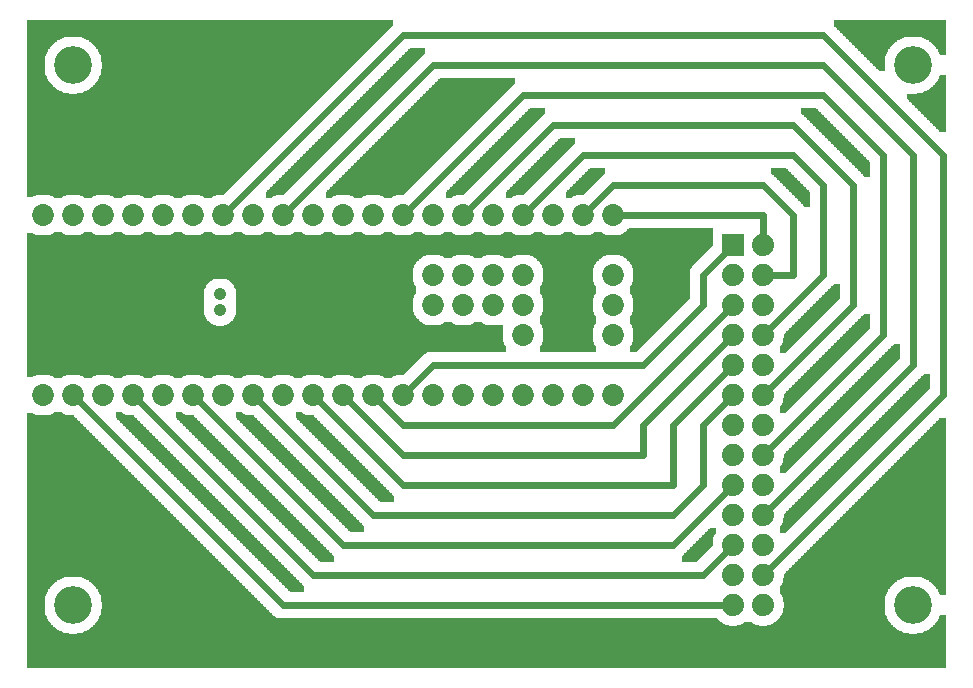
<source format=gtl>
G04 MADE WITH FRITZING*
G04 WWW.FRITZING.ORG*
G04 DOUBLE SIDED*
G04 HOLES PLATED*
G04 CONTOUR ON CENTER OF CONTOUR VECTOR*
%ASAXBY*%
%FSLAX23Y23*%
%MOIN*%
%OFA0B0*%
%SFA1.0B1.0*%
%ADD10C,0.075000*%
%ADD11C,0.072892*%
%ADD12C,0.042000*%
%ADD13C,0.074000*%
%ADD14C,0.125984*%
%ADD15R,0.074000X0.074000*%
%ADD16C,0.024000*%
%LNCOPPER1*%
G90*
G70*
G54D10*
X330Y2131D03*
X1435Y1931D03*
X2104Y1404D03*
X127Y801D03*
G54D11*
X98Y1550D03*
X1998Y1150D03*
X1398Y1250D03*
X1498Y1250D03*
X1598Y1250D03*
X1698Y1250D03*
X1398Y1350D03*
X1498Y1350D03*
X1598Y1350D03*
X1698Y1350D03*
X798Y1550D03*
X698Y1550D03*
X598Y1550D03*
X498Y1550D03*
X398Y1550D03*
X298Y1550D03*
X198Y1550D03*
X198Y950D03*
X1298Y950D03*
X1398Y950D03*
X1498Y950D03*
X1598Y950D03*
X1698Y950D03*
X1798Y950D03*
X1898Y950D03*
X1998Y950D03*
X298Y950D03*
X398Y950D03*
X498Y950D03*
X598Y950D03*
X698Y950D03*
X798Y950D03*
X898Y950D03*
X998Y950D03*
X1098Y950D03*
X1198Y950D03*
G54D12*
X688Y1286D03*
X688Y1234D03*
G54D11*
X998Y1550D03*
X898Y1550D03*
X1298Y1550D03*
X1398Y1550D03*
X1498Y1550D03*
X1598Y1550D03*
X1698Y1550D03*
X1798Y1550D03*
X1898Y1550D03*
X1998Y1550D03*
X98Y950D03*
X1998Y1250D03*
X1098Y1550D03*
X1198Y1550D03*
X1998Y1350D03*
X1698Y1150D03*
G54D13*
X2498Y1450D03*
X2498Y1350D03*
X2498Y1250D03*
X2498Y1150D03*
X2498Y1050D03*
X2498Y950D03*
X2498Y850D03*
X2498Y750D03*
X2498Y650D03*
X2498Y550D03*
X2498Y450D03*
X2498Y350D03*
X2498Y250D03*
X2398Y1450D03*
X2398Y1350D03*
X2398Y1250D03*
X2398Y1150D03*
X2398Y1050D03*
X2398Y950D03*
X2398Y850D03*
X2398Y750D03*
X2398Y650D03*
X2398Y550D03*
X2398Y450D03*
X2398Y350D03*
X2398Y250D03*
G54D14*
X2998Y2050D03*
X2998Y250D03*
X198Y2050D03*
X198Y250D03*
G54D15*
X2398Y1450D03*
G54D16*
X2380Y432D02*
X2298Y350D01*
D02*
X998Y350D02*
X416Y932D01*
D02*
X2298Y350D02*
X998Y350D01*
D02*
X2198Y450D02*
X1098Y450D01*
D02*
X1098Y450D02*
X616Y932D01*
D02*
X2380Y632D02*
X2198Y450D01*
D02*
X1298Y750D02*
X2098Y750D01*
D02*
X2098Y850D02*
X2380Y1132D01*
D02*
X2098Y750D02*
X2098Y850D01*
D02*
X1116Y932D02*
X1298Y750D01*
D02*
X1998Y850D02*
X1298Y850D01*
D02*
X1298Y850D02*
X1216Y932D01*
D02*
X2380Y1232D02*
X1998Y850D01*
D02*
X1398Y1050D02*
X2098Y1050D01*
D02*
X2298Y1250D02*
X2298Y1350D01*
D02*
X2298Y1350D02*
X2398Y1450D01*
D02*
X2098Y1050D02*
X2298Y1250D01*
D02*
X1316Y967D02*
X1398Y1050D01*
D02*
X2498Y1550D02*
X2498Y1475D01*
D02*
X2023Y1550D02*
X2498Y1550D01*
D02*
X2498Y1650D02*
X1998Y1650D01*
D02*
X2598Y1550D02*
X2498Y1650D01*
D02*
X2598Y1350D02*
X2598Y1550D01*
D02*
X1998Y1650D02*
X1916Y1567D01*
D02*
X2524Y1350D02*
X2598Y1350D01*
D02*
X2698Y1350D02*
X2516Y1168D01*
D02*
X2698Y1650D02*
X2698Y1350D01*
D02*
X2598Y1750D02*
X2698Y1650D01*
D02*
X1898Y1750D02*
X2598Y1750D01*
D02*
X1716Y1567D02*
X1898Y1750D01*
D02*
X2798Y1250D02*
X2798Y1650D01*
D02*
X2598Y1850D02*
X1798Y1850D01*
D02*
X2798Y1650D02*
X2598Y1850D01*
D02*
X1798Y1850D02*
X1516Y1567D01*
D02*
X2516Y968D02*
X2798Y1250D01*
D02*
X2898Y1150D02*
X2516Y768D01*
D02*
X2898Y1750D02*
X2898Y1150D01*
D02*
X2698Y1950D02*
X2898Y1750D01*
D02*
X1698Y1950D02*
X2698Y1950D01*
D02*
X1316Y1567D02*
X1698Y1950D01*
D02*
X2698Y2050D02*
X2998Y1750D01*
D02*
X1398Y2050D02*
X2698Y2050D01*
D02*
X916Y1567D02*
X1398Y2050D01*
D02*
X2998Y1750D02*
X2998Y1050D01*
D02*
X2998Y1050D02*
X2516Y568D01*
D02*
X3098Y1750D02*
X3098Y950D01*
D02*
X3098Y950D02*
X2516Y368D01*
D02*
X2698Y2150D02*
X3098Y1750D01*
D02*
X1298Y2150D02*
X2698Y2150D01*
D02*
X716Y1567D02*
X1298Y2150D01*
D02*
X2198Y850D02*
X2198Y650D01*
D02*
X2380Y1032D02*
X2198Y850D01*
D02*
X2198Y650D02*
X1298Y650D01*
D02*
X1298Y650D02*
X1016Y932D01*
D02*
X1198Y550D02*
X816Y932D01*
D02*
X2198Y550D02*
X1198Y550D01*
D02*
X2298Y650D02*
X2198Y550D01*
D02*
X2298Y850D02*
X2298Y650D01*
D02*
X2380Y932D02*
X2298Y850D01*
D02*
X898Y250D02*
X2373Y250D01*
D02*
X216Y932D02*
X898Y250D01*
G36*
X44Y2200D02*
X44Y2144D01*
X220Y2144D01*
X220Y2142D01*
X228Y2142D01*
X228Y2140D01*
X234Y2140D01*
X234Y2138D01*
X238Y2138D01*
X238Y2136D01*
X242Y2136D01*
X242Y2134D01*
X246Y2134D01*
X246Y2132D01*
X250Y2132D01*
X250Y2130D01*
X252Y2130D01*
X252Y2128D01*
X256Y2128D01*
X256Y2126D01*
X258Y2126D01*
X258Y2124D01*
X260Y2124D01*
X260Y2122D01*
X262Y2122D01*
X262Y2120D01*
X264Y2120D01*
X264Y2118D01*
X266Y2118D01*
X266Y2116D01*
X268Y2116D01*
X268Y2114D01*
X270Y2114D01*
X270Y2112D01*
X272Y2112D01*
X272Y2110D01*
X274Y2110D01*
X274Y2108D01*
X276Y2108D01*
X276Y2104D01*
X278Y2104D01*
X278Y2102D01*
X280Y2102D01*
X280Y2098D01*
X282Y2098D01*
X282Y2094D01*
X284Y2094D01*
X284Y2090D01*
X286Y2090D01*
X286Y2086D01*
X288Y2086D01*
X288Y2082D01*
X290Y2082D01*
X290Y2074D01*
X292Y2074D01*
X292Y2060D01*
X294Y2060D01*
X294Y2038D01*
X292Y2038D01*
X292Y2026D01*
X290Y2026D01*
X290Y2018D01*
X288Y2018D01*
X288Y2012D01*
X286Y2012D01*
X286Y2008D01*
X284Y2008D01*
X284Y2004D01*
X282Y2004D01*
X282Y2000D01*
X280Y2000D01*
X280Y1998D01*
X278Y1998D01*
X278Y1994D01*
X276Y1994D01*
X276Y1992D01*
X274Y1992D01*
X274Y1990D01*
X272Y1990D01*
X272Y1988D01*
X270Y1988D01*
X270Y1984D01*
X268Y1984D01*
X268Y1982D01*
X266Y1982D01*
X266Y1980D01*
X264Y1980D01*
X264Y1978D01*
X262Y1978D01*
X262Y1976D01*
X258Y1976D01*
X258Y1974D01*
X256Y1974D01*
X256Y1972D01*
X254Y1972D01*
X254Y1970D01*
X250Y1970D01*
X250Y1968D01*
X248Y1968D01*
X248Y1966D01*
X244Y1966D01*
X244Y1964D01*
X240Y1964D01*
X240Y1962D01*
X236Y1962D01*
X236Y1960D01*
X230Y1960D01*
X230Y1958D01*
X224Y1958D01*
X224Y1956D01*
X212Y1956D01*
X212Y1954D01*
X1038Y1954D01*
X1038Y1956D01*
X1040Y1956D01*
X1040Y1958D01*
X1042Y1958D01*
X1042Y1960D01*
X1044Y1960D01*
X1044Y1962D01*
X1046Y1962D01*
X1046Y1964D01*
X1048Y1964D01*
X1048Y1966D01*
X1050Y1966D01*
X1050Y1968D01*
X1052Y1968D01*
X1052Y1970D01*
X1054Y1970D01*
X1054Y1972D01*
X1056Y1972D01*
X1056Y1974D01*
X1058Y1974D01*
X1058Y1976D01*
X1060Y1976D01*
X1060Y1978D01*
X1062Y1978D01*
X1062Y1980D01*
X1064Y1980D01*
X1064Y1982D01*
X1066Y1982D01*
X1066Y1984D01*
X1068Y1984D01*
X1068Y1986D01*
X1070Y1986D01*
X1070Y1988D01*
X1072Y1988D01*
X1072Y1990D01*
X1074Y1990D01*
X1074Y1992D01*
X1076Y1992D01*
X1076Y1994D01*
X1078Y1994D01*
X1078Y1996D01*
X1080Y1996D01*
X1080Y1998D01*
X1082Y1998D01*
X1082Y2000D01*
X1084Y2000D01*
X1084Y2002D01*
X1086Y2002D01*
X1086Y2004D01*
X1088Y2004D01*
X1088Y2006D01*
X1090Y2006D01*
X1090Y2008D01*
X1092Y2008D01*
X1092Y2010D01*
X1094Y2010D01*
X1094Y2012D01*
X1096Y2012D01*
X1096Y2014D01*
X1098Y2014D01*
X1098Y2016D01*
X1100Y2016D01*
X1100Y2018D01*
X1102Y2018D01*
X1102Y2020D01*
X1104Y2020D01*
X1104Y2022D01*
X1106Y2022D01*
X1106Y2024D01*
X1108Y2024D01*
X1108Y2026D01*
X1110Y2026D01*
X1110Y2028D01*
X1112Y2028D01*
X1112Y2030D01*
X1114Y2030D01*
X1114Y2032D01*
X1116Y2032D01*
X1116Y2034D01*
X1118Y2034D01*
X1118Y2036D01*
X1120Y2036D01*
X1120Y2038D01*
X1122Y2038D01*
X1122Y2040D01*
X1124Y2040D01*
X1124Y2042D01*
X1126Y2042D01*
X1126Y2044D01*
X1128Y2044D01*
X1128Y2046D01*
X1130Y2046D01*
X1130Y2048D01*
X1132Y2048D01*
X1132Y2050D01*
X1134Y2050D01*
X1134Y2052D01*
X1136Y2052D01*
X1136Y2054D01*
X1138Y2054D01*
X1138Y2056D01*
X1140Y2056D01*
X1140Y2058D01*
X1142Y2058D01*
X1142Y2060D01*
X1144Y2060D01*
X1144Y2062D01*
X1146Y2062D01*
X1146Y2064D01*
X1148Y2064D01*
X1148Y2066D01*
X1150Y2066D01*
X1150Y2068D01*
X1152Y2068D01*
X1152Y2070D01*
X1154Y2070D01*
X1154Y2072D01*
X1156Y2072D01*
X1156Y2074D01*
X1158Y2074D01*
X1158Y2076D01*
X1160Y2076D01*
X1160Y2078D01*
X1162Y2078D01*
X1162Y2080D01*
X1164Y2080D01*
X1164Y2082D01*
X1166Y2082D01*
X1166Y2084D01*
X1168Y2084D01*
X1168Y2086D01*
X1170Y2086D01*
X1170Y2088D01*
X1172Y2088D01*
X1172Y2090D01*
X1174Y2090D01*
X1174Y2092D01*
X1176Y2092D01*
X1176Y2094D01*
X1178Y2094D01*
X1178Y2096D01*
X1180Y2096D01*
X1180Y2098D01*
X1182Y2098D01*
X1182Y2100D01*
X1184Y2100D01*
X1184Y2102D01*
X1186Y2102D01*
X1186Y2104D01*
X1188Y2104D01*
X1188Y2106D01*
X1190Y2106D01*
X1190Y2108D01*
X1192Y2108D01*
X1192Y2110D01*
X1194Y2110D01*
X1194Y2112D01*
X1196Y2112D01*
X1196Y2114D01*
X1198Y2114D01*
X1198Y2116D01*
X1200Y2116D01*
X1200Y2118D01*
X1202Y2118D01*
X1202Y2120D01*
X1204Y2120D01*
X1204Y2122D01*
X1206Y2122D01*
X1206Y2124D01*
X1208Y2124D01*
X1208Y2126D01*
X1210Y2126D01*
X1210Y2128D01*
X1212Y2128D01*
X1212Y2130D01*
X1214Y2130D01*
X1214Y2132D01*
X1216Y2132D01*
X1216Y2134D01*
X1218Y2134D01*
X1218Y2136D01*
X1220Y2136D01*
X1220Y2138D01*
X1222Y2138D01*
X1222Y2140D01*
X1224Y2140D01*
X1224Y2142D01*
X1226Y2142D01*
X1226Y2144D01*
X1228Y2144D01*
X1228Y2146D01*
X1230Y2146D01*
X1230Y2148D01*
X1232Y2148D01*
X1232Y2150D01*
X1234Y2150D01*
X1234Y2152D01*
X1236Y2152D01*
X1236Y2154D01*
X1238Y2154D01*
X1238Y2156D01*
X1240Y2156D01*
X1240Y2158D01*
X1242Y2158D01*
X1242Y2160D01*
X1244Y2160D01*
X1244Y2162D01*
X1246Y2162D01*
X1246Y2164D01*
X1248Y2164D01*
X1248Y2166D01*
X1250Y2166D01*
X1250Y2168D01*
X1252Y2168D01*
X1252Y2170D01*
X1254Y2170D01*
X1254Y2172D01*
X1256Y2172D01*
X1256Y2174D01*
X1258Y2174D01*
X1258Y2176D01*
X1260Y2176D01*
X1260Y2178D01*
X1262Y2178D01*
X1262Y2180D01*
X1264Y2180D01*
X1264Y2200D01*
X44Y2200D01*
G37*
D02*
G36*
X44Y2144D02*
X44Y1954D01*
X184Y1954D01*
X184Y1956D01*
X172Y1956D01*
X172Y1958D01*
X166Y1958D01*
X166Y1960D01*
X160Y1960D01*
X160Y1962D01*
X156Y1962D01*
X156Y1964D01*
X152Y1964D01*
X152Y1966D01*
X148Y1966D01*
X148Y1968D01*
X146Y1968D01*
X146Y1970D01*
X142Y1970D01*
X142Y1972D01*
X140Y1972D01*
X140Y1974D01*
X138Y1974D01*
X138Y1976D01*
X136Y1976D01*
X136Y1978D01*
X132Y1978D01*
X132Y1980D01*
X130Y1980D01*
X130Y1982D01*
X128Y1982D01*
X128Y1986D01*
X126Y1986D01*
X126Y1988D01*
X124Y1988D01*
X124Y1990D01*
X122Y1990D01*
X122Y1992D01*
X120Y1992D01*
X120Y1994D01*
X118Y1994D01*
X118Y1998D01*
X116Y1998D01*
X116Y2002D01*
X114Y2002D01*
X114Y2004D01*
X112Y2004D01*
X112Y2008D01*
X110Y2008D01*
X110Y2014D01*
X108Y2014D01*
X108Y2018D01*
X106Y2018D01*
X106Y2026D01*
X104Y2026D01*
X104Y2074D01*
X106Y2074D01*
X106Y2080D01*
X108Y2080D01*
X108Y2086D01*
X110Y2086D01*
X110Y2090D01*
X112Y2090D01*
X112Y2094D01*
X114Y2094D01*
X114Y2098D01*
X116Y2098D01*
X116Y2102D01*
X118Y2102D01*
X118Y2104D01*
X120Y2104D01*
X120Y2106D01*
X122Y2106D01*
X122Y2110D01*
X124Y2110D01*
X124Y2112D01*
X126Y2112D01*
X126Y2114D01*
X128Y2114D01*
X128Y2116D01*
X130Y2116D01*
X130Y2118D01*
X132Y2118D01*
X132Y2120D01*
X134Y2120D01*
X134Y2122D01*
X136Y2122D01*
X136Y2124D01*
X138Y2124D01*
X138Y2126D01*
X142Y2126D01*
X142Y2128D01*
X144Y2128D01*
X144Y2130D01*
X146Y2130D01*
X146Y2132D01*
X150Y2132D01*
X150Y2134D01*
X154Y2134D01*
X154Y2136D01*
X158Y2136D01*
X158Y2138D01*
X162Y2138D01*
X162Y2140D01*
X168Y2140D01*
X168Y2142D01*
X176Y2142D01*
X176Y2144D01*
X44Y2144D01*
G37*
D02*
G36*
X44Y1954D02*
X44Y1952D01*
X1036Y1952D01*
X1036Y1954D01*
X44Y1954D01*
G37*
D02*
G36*
X44Y1954D02*
X44Y1952D01*
X1036Y1952D01*
X1036Y1954D01*
X44Y1954D01*
G37*
D02*
G36*
X44Y1952D02*
X44Y1618D01*
X614Y1618D01*
X614Y1616D01*
X622Y1616D01*
X622Y1614D01*
X626Y1614D01*
X626Y1612D01*
X630Y1612D01*
X630Y1610D01*
X634Y1610D01*
X634Y1608D01*
X636Y1608D01*
X636Y1606D01*
X660Y1606D01*
X660Y1608D01*
X662Y1608D01*
X662Y1610D01*
X666Y1610D01*
X666Y1612D01*
X670Y1612D01*
X670Y1614D01*
X674Y1614D01*
X674Y1616D01*
X682Y1616D01*
X682Y1618D01*
X702Y1618D01*
X702Y1620D01*
X704Y1620D01*
X704Y1622D01*
X706Y1622D01*
X706Y1624D01*
X708Y1624D01*
X708Y1626D01*
X710Y1626D01*
X710Y1628D01*
X712Y1628D01*
X712Y1630D01*
X714Y1630D01*
X714Y1632D01*
X716Y1632D01*
X716Y1634D01*
X718Y1634D01*
X718Y1636D01*
X720Y1636D01*
X720Y1638D01*
X722Y1638D01*
X722Y1640D01*
X724Y1640D01*
X724Y1642D01*
X726Y1642D01*
X726Y1644D01*
X728Y1644D01*
X728Y1646D01*
X730Y1646D01*
X730Y1648D01*
X732Y1648D01*
X732Y1650D01*
X734Y1650D01*
X734Y1652D01*
X736Y1652D01*
X736Y1654D01*
X738Y1654D01*
X738Y1656D01*
X740Y1656D01*
X740Y1658D01*
X742Y1658D01*
X742Y1660D01*
X744Y1660D01*
X744Y1662D01*
X746Y1662D01*
X746Y1664D01*
X748Y1664D01*
X748Y1666D01*
X750Y1666D01*
X750Y1668D01*
X752Y1668D01*
X752Y1670D01*
X754Y1670D01*
X754Y1672D01*
X756Y1672D01*
X756Y1674D01*
X758Y1674D01*
X758Y1676D01*
X760Y1676D01*
X760Y1678D01*
X762Y1678D01*
X762Y1680D01*
X764Y1680D01*
X764Y1682D01*
X766Y1682D01*
X766Y1684D01*
X768Y1684D01*
X768Y1686D01*
X770Y1686D01*
X770Y1688D01*
X772Y1688D01*
X772Y1690D01*
X774Y1690D01*
X774Y1692D01*
X776Y1692D01*
X776Y1694D01*
X778Y1694D01*
X778Y1696D01*
X780Y1696D01*
X780Y1698D01*
X782Y1698D01*
X782Y1700D01*
X784Y1700D01*
X784Y1702D01*
X786Y1702D01*
X786Y1704D01*
X788Y1704D01*
X788Y1706D01*
X790Y1706D01*
X790Y1708D01*
X792Y1708D01*
X792Y1710D01*
X794Y1710D01*
X794Y1712D01*
X796Y1712D01*
X796Y1714D01*
X798Y1714D01*
X798Y1716D01*
X800Y1716D01*
X800Y1718D01*
X802Y1718D01*
X802Y1720D01*
X804Y1720D01*
X804Y1722D01*
X806Y1722D01*
X806Y1724D01*
X808Y1724D01*
X808Y1726D01*
X810Y1726D01*
X810Y1728D01*
X812Y1728D01*
X812Y1730D01*
X814Y1730D01*
X814Y1732D01*
X816Y1732D01*
X816Y1734D01*
X818Y1734D01*
X818Y1736D01*
X820Y1736D01*
X820Y1738D01*
X822Y1738D01*
X822Y1740D01*
X824Y1740D01*
X824Y1742D01*
X826Y1742D01*
X826Y1744D01*
X828Y1744D01*
X828Y1746D01*
X830Y1746D01*
X830Y1748D01*
X832Y1748D01*
X832Y1750D01*
X834Y1750D01*
X834Y1752D01*
X836Y1752D01*
X836Y1754D01*
X838Y1754D01*
X838Y1756D01*
X840Y1756D01*
X840Y1758D01*
X842Y1758D01*
X842Y1760D01*
X844Y1760D01*
X844Y1762D01*
X846Y1762D01*
X846Y1764D01*
X848Y1764D01*
X848Y1766D01*
X850Y1766D01*
X850Y1768D01*
X852Y1768D01*
X852Y1770D01*
X854Y1770D01*
X854Y1772D01*
X856Y1772D01*
X856Y1774D01*
X858Y1774D01*
X858Y1776D01*
X860Y1776D01*
X860Y1778D01*
X862Y1778D01*
X862Y1780D01*
X864Y1780D01*
X864Y1782D01*
X866Y1782D01*
X866Y1784D01*
X868Y1784D01*
X868Y1786D01*
X870Y1786D01*
X870Y1788D01*
X872Y1788D01*
X872Y1790D01*
X874Y1790D01*
X874Y1792D01*
X876Y1792D01*
X876Y1794D01*
X878Y1794D01*
X878Y1796D01*
X880Y1796D01*
X880Y1798D01*
X882Y1798D01*
X882Y1800D01*
X884Y1800D01*
X884Y1802D01*
X886Y1802D01*
X886Y1804D01*
X888Y1804D01*
X888Y1806D01*
X890Y1806D01*
X890Y1808D01*
X892Y1808D01*
X892Y1810D01*
X894Y1810D01*
X894Y1812D01*
X896Y1812D01*
X896Y1814D01*
X898Y1814D01*
X898Y1816D01*
X900Y1816D01*
X900Y1818D01*
X902Y1818D01*
X902Y1820D01*
X904Y1820D01*
X904Y1822D01*
X906Y1822D01*
X906Y1824D01*
X908Y1824D01*
X908Y1826D01*
X910Y1826D01*
X910Y1828D01*
X912Y1828D01*
X912Y1830D01*
X914Y1830D01*
X914Y1832D01*
X916Y1832D01*
X916Y1834D01*
X918Y1834D01*
X918Y1836D01*
X920Y1836D01*
X920Y1838D01*
X922Y1838D01*
X922Y1840D01*
X924Y1840D01*
X924Y1842D01*
X926Y1842D01*
X926Y1844D01*
X928Y1844D01*
X928Y1846D01*
X930Y1846D01*
X930Y1848D01*
X932Y1848D01*
X932Y1850D01*
X934Y1850D01*
X934Y1852D01*
X936Y1852D01*
X936Y1854D01*
X938Y1854D01*
X938Y1856D01*
X940Y1856D01*
X940Y1858D01*
X942Y1858D01*
X942Y1860D01*
X944Y1860D01*
X944Y1862D01*
X946Y1862D01*
X946Y1864D01*
X948Y1864D01*
X948Y1866D01*
X950Y1866D01*
X950Y1868D01*
X952Y1868D01*
X952Y1870D01*
X954Y1870D01*
X954Y1872D01*
X956Y1872D01*
X956Y1874D01*
X958Y1874D01*
X958Y1876D01*
X960Y1876D01*
X960Y1878D01*
X962Y1878D01*
X962Y1880D01*
X964Y1880D01*
X964Y1882D01*
X966Y1882D01*
X966Y1884D01*
X968Y1884D01*
X968Y1886D01*
X970Y1886D01*
X970Y1888D01*
X972Y1888D01*
X972Y1890D01*
X974Y1890D01*
X974Y1892D01*
X976Y1892D01*
X976Y1894D01*
X978Y1894D01*
X978Y1896D01*
X980Y1896D01*
X980Y1898D01*
X982Y1898D01*
X982Y1900D01*
X984Y1900D01*
X984Y1902D01*
X986Y1902D01*
X986Y1904D01*
X988Y1904D01*
X988Y1906D01*
X990Y1906D01*
X990Y1908D01*
X992Y1908D01*
X992Y1910D01*
X994Y1910D01*
X994Y1912D01*
X996Y1912D01*
X996Y1914D01*
X998Y1914D01*
X998Y1916D01*
X1000Y1916D01*
X1000Y1918D01*
X1002Y1918D01*
X1002Y1920D01*
X1004Y1920D01*
X1004Y1922D01*
X1006Y1922D01*
X1006Y1924D01*
X1008Y1924D01*
X1008Y1926D01*
X1010Y1926D01*
X1010Y1928D01*
X1012Y1928D01*
X1012Y1930D01*
X1014Y1930D01*
X1014Y1932D01*
X1016Y1932D01*
X1016Y1934D01*
X1018Y1934D01*
X1018Y1936D01*
X1020Y1936D01*
X1020Y1938D01*
X1022Y1938D01*
X1022Y1940D01*
X1024Y1940D01*
X1024Y1942D01*
X1026Y1942D01*
X1026Y1944D01*
X1028Y1944D01*
X1028Y1946D01*
X1030Y1946D01*
X1030Y1948D01*
X1032Y1948D01*
X1032Y1950D01*
X1034Y1950D01*
X1034Y1952D01*
X44Y1952D01*
G37*
D02*
G36*
X44Y1618D02*
X44Y1610D01*
X66Y1610D01*
X66Y1612D01*
X70Y1612D01*
X70Y1614D01*
X74Y1614D01*
X74Y1616D01*
X82Y1616D01*
X82Y1618D01*
X44Y1618D01*
G37*
D02*
G36*
X114Y1618D02*
X114Y1616D01*
X122Y1616D01*
X122Y1614D01*
X126Y1614D01*
X126Y1612D01*
X130Y1612D01*
X130Y1610D01*
X134Y1610D01*
X134Y1608D01*
X136Y1608D01*
X136Y1606D01*
X160Y1606D01*
X160Y1608D01*
X162Y1608D01*
X162Y1610D01*
X166Y1610D01*
X166Y1612D01*
X170Y1612D01*
X170Y1614D01*
X174Y1614D01*
X174Y1616D01*
X182Y1616D01*
X182Y1618D01*
X114Y1618D01*
G37*
D02*
G36*
X214Y1618D02*
X214Y1616D01*
X222Y1616D01*
X222Y1614D01*
X226Y1614D01*
X226Y1612D01*
X230Y1612D01*
X230Y1610D01*
X234Y1610D01*
X234Y1608D01*
X236Y1608D01*
X236Y1606D01*
X260Y1606D01*
X260Y1608D01*
X262Y1608D01*
X262Y1610D01*
X266Y1610D01*
X266Y1612D01*
X270Y1612D01*
X270Y1614D01*
X274Y1614D01*
X274Y1616D01*
X282Y1616D01*
X282Y1618D01*
X214Y1618D01*
G37*
D02*
G36*
X314Y1618D02*
X314Y1616D01*
X322Y1616D01*
X322Y1614D01*
X326Y1614D01*
X326Y1612D01*
X330Y1612D01*
X330Y1610D01*
X334Y1610D01*
X334Y1608D01*
X336Y1608D01*
X336Y1606D01*
X360Y1606D01*
X360Y1608D01*
X362Y1608D01*
X362Y1610D01*
X366Y1610D01*
X366Y1612D01*
X370Y1612D01*
X370Y1614D01*
X374Y1614D01*
X374Y1616D01*
X382Y1616D01*
X382Y1618D01*
X314Y1618D01*
G37*
D02*
G36*
X414Y1618D02*
X414Y1616D01*
X422Y1616D01*
X422Y1614D01*
X426Y1614D01*
X426Y1612D01*
X430Y1612D01*
X430Y1610D01*
X434Y1610D01*
X434Y1608D01*
X436Y1608D01*
X436Y1606D01*
X460Y1606D01*
X460Y1608D01*
X462Y1608D01*
X462Y1610D01*
X466Y1610D01*
X466Y1612D01*
X470Y1612D01*
X470Y1614D01*
X474Y1614D01*
X474Y1616D01*
X482Y1616D01*
X482Y1618D01*
X414Y1618D01*
G37*
D02*
G36*
X514Y1618D02*
X514Y1616D01*
X522Y1616D01*
X522Y1614D01*
X526Y1614D01*
X526Y1612D01*
X530Y1612D01*
X530Y1610D01*
X534Y1610D01*
X534Y1608D01*
X536Y1608D01*
X536Y1606D01*
X560Y1606D01*
X560Y1608D01*
X562Y1608D01*
X562Y1610D01*
X566Y1610D01*
X566Y1612D01*
X570Y1612D01*
X570Y1614D01*
X574Y1614D01*
X574Y1616D01*
X582Y1616D01*
X582Y1618D01*
X514Y1618D01*
G37*
D02*
G36*
X2734Y2200D02*
X2734Y2180D01*
X2736Y2180D01*
X2736Y2178D01*
X2738Y2178D01*
X2738Y2176D01*
X2740Y2176D01*
X2740Y2174D01*
X2742Y2174D01*
X2742Y2172D01*
X2744Y2172D01*
X2744Y2170D01*
X2746Y2170D01*
X2746Y2168D01*
X2748Y2168D01*
X2748Y2166D01*
X2750Y2166D01*
X2750Y2164D01*
X2752Y2164D01*
X2752Y2162D01*
X2754Y2162D01*
X2754Y2160D01*
X2756Y2160D01*
X2756Y2158D01*
X2758Y2158D01*
X2758Y2156D01*
X2760Y2156D01*
X2760Y2154D01*
X2762Y2154D01*
X2762Y2152D01*
X2764Y2152D01*
X2764Y2150D01*
X2766Y2150D01*
X2766Y2148D01*
X2768Y2148D01*
X2768Y2146D01*
X2770Y2146D01*
X2770Y2144D01*
X3020Y2144D01*
X3020Y2142D01*
X3028Y2142D01*
X3028Y2140D01*
X3034Y2140D01*
X3034Y2138D01*
X3038Y2138D01*
X3038Y2136D01*
X3042Y2136D01*
X3042Y2134D01*
X3046Y2134D01*
X3046Y2132D01*
X3050Y2132D01*
X3050Y2130D01*
X3052Y2130D01*
X3052Y2128D01*
X3056Y2128D01*
X3056Y2126D01*
X3058Y2126D01*
X3058Y2124D01*
X3060Y2124D01*
X3060Y2122D01*
X3062Y2122D01*
X3062Y2120D01*
X3064Y2120D01*
X3064Y2118D01*
X3066Y2118D01*
X3066Y2116D01*
X3068Y2116D01*
X3068Y2114D01*
X3070Y2114D01*
X3070Y2112D01*
X3072Y2112D01*
X3072Y2110D01*
X3074Y2110D01*
X3074Y2108D01*
X3076Y2108D01*
X3076Y2104D01*
X3078Y2104D01*
X3078Y2102D01*
X3080Y2102D01*
X3080Y2098D01*
X3082Y2098D01*
X3082Y2094D01*
X3084Y2094D01*
X3084Y2090D01*
X3086Y2090D01*
X3086Y2086D01*
X3088Y2086D01*
X3088Y2082D01*
X3108Y2082D01*
X3108Y2200D01*
X2734Y2200D01*
G37*
D02*
G36*
X2772Y2144D02*
X2772Y2142D01*
X2774Y2142D01*
X2774Y2140D01*
X2776Y2140D01*
X2776Y2138D01*
X2778Y2138D01*
X2778Y2136D01*
X2780Y2136D01*
X2780Y2134D01*
X2782Y2134D01*
X2782Y2132D01*
X2784Y2132D01*
X2784Y2130D01*
X2786Y2130D01*
X2786Y2128D01*
X2788Y2128D01*
X2788Y2126D01*
X2790Y2126D01*
X2790Y2124D01*
X2792Y2124D01*
X2792Y2122D01*
X2794Y2122D01*
X2794Y2120D01*
X2796Y2120D01*
X2796Y2118D01*
X2798Y2118D01*
X2798Y2116D01*
X2800Y2116D01*
X2800Y2114D01*
X2802Y2114D01*
X2802Y2112D01*
X2804Y2112D01*
X2804Y2110D01*
X2806Y2110D01*
X2806Y2108D01*
X2808Y2108D01*
X2808Y2106D01*
X2810Y2106D01*
X2810Y2104D01*
X2812Y2104D01*
X2812Y2102D01*
X2814Y2102D01*
X2814Y2100D01*
X2816Y2100D01*
X2816Y2098D01*
X2818Y2098D01*
X2818Y2096D01*
X2820Y2096D01*
X2820Y2094D01*
X2822Y2094D01*
X2822Y2092D01*
X2824Y2092D01*
X2824Y2090D01*
X2826Y2090D01*
X2826Y2088D01*
X2828Y2088D01*
X2828Y2086D01*
X2830Y2086D01*
X2830Y2084D01*
X2832Y2084D01*
X2832Y2082D01*
X2834Y2082D01*
X2834Y2080D01*
X2836Y2080D01*
X2836Y2078D01*
X2838Y2078D01*
X2838Y2076D01*
X2840Y2076D01*
X2840Y2074D01*
X2842Y2074D01*
X2842Y2072D01*
X2844Y2072D01*
X2844Y2070D01*
X2846Y2070D01*
X2846Y2068D01*
X2848Y2068D01*
X2848Y2066D01*
X2850Y2066D01*
X2850Y2064D01*
X2852Y2064D01*
X2852Y2062D01*
X2854Y2062D01*
X2854Y2060D01*
X2856Y2060D01*
X2856Y2058D01*
X2858Y2058D01*
X2858Y2056D01*
X2860Y2056D01*
X2860Y2054D01*
X2862Y2054D01*
X2862Y2052D01*
X2864Y2052D01*
X2864Y2050D01*
X2866Y2050D01*
X2866Y2048D01*
X2868Y2048D01*
X2868Y2046D01*
X2870Y2046D01*
X2870Y2044D01*
X2872Y2044D01*
X2872Y2042D01*
X2874Y2042D01*
X2874Y2040D01*
X2876Y2040D01*
X2876Y2038D01*
X2878Y2038D01*
X2878Y2036D01*
X2880Y2036D01*
X2880Y2034D01*
X2882Y2034D01*
X2882Y2032D01*
X2884Y2032D01*
X2884Y2030D01*
X2904Y2030D01*
X2904Y2074D01*
X2906Y2074D01*
X2906Y2080D01*
X2908Y2080D01*
X2908Y2086D01*
X2910Y2086D01*
X2910Y2090D01*
X2912Y2090D01*
X2912Y2094D01*
X2914Y2094D01*
X2914Y2098D01*
X2916Y2098D01*
X2916Y2102D01*
X2918Y2102D01*
X2918Y2104D01*
X2920Y2104D01*
X2920Y2106D01*
X2922Y2106D01*
X2922Y2110D01*
X2924Y2110D01*
X2924Y2112D01*
X2926Y2112D01*
X2926Y2114D01*
X2928Y2114D01*
X2928Y2116D01*
X2930Y2116D01*
X2930Y2118D01*
X2932Y2118D01*
X2932Y2120D01*
X2934Y2120D01*
X2934Y2122D01*
X2936Y2122D01*
X2936Y2124D01*
X2938Y2124D01*
X2938Y2126D01*
X2942Y2126D01*
X2942Y2128D01*
X2944Y2128D01*
X2944Y2130D01*
X2946Y2130D01*
X2946Y2132D01*
X2950Y2132D01*
X2950Y2134D01*
X2954Y2134D01*
X2954Y2136D01*
X2958Y2136D01*
X2958Y2138D01*
X2962Y2138D01*
X2962Y2140D01*
X2968Y2140D01*
X2968Y2142D01*
X2976Y2142D01*
X2976Y2144D01*
X2772Y2144D01*
G37*
D02*
G36*
X1320Y2106D02*
X1320Y2104D01*
X1318Y2104D01*
X1318Y2102D01*
X1316Y2102D01*
X1316Y2100D01*
X1314Y2100D01*
X1314Y2098D01*
X1312Y2098D01*
X1312Y2096D01*
X1310Y2096D01*
X1310Y2094D01*
X1308Y2094D01*
X1308Y2092D01*
X1306Y2092D01*
X1306Y2090D01*
X1304Y2090D01*
X1304Y2088D01*
X1302Y2088D01*
X1302Y2086D01*
X1300Y2086D01*
X1300Y2084D01*
X1298Y2084D01*
X1298Y2082D01*
X1296Y2082D01*
X1296Y2080D01*
X1294Y2080D01*
X1294Y2078D01*
X1292Y2078D01*
X1292Y2076D01*
X1290Y2076D01*
X1290Y2074D01*
X1288Y2074D01*
X1288Y2072D01*
X1286Y2072D01*
X1286Y2070D01*
X1284Y2070D01*
X1284Y2068D01*
X1282Y2068D01*
X1282Y2066D01*
X1280Y2066D01*
X1280Y2064D01*
X1278Y2064D01*
X1278Y2062D01*
X1276Y2062D01*
X1276Y2060D01*
X1274Y2060D01*
X1274Y2058D01*
X1272Y2058D01*
X1272Y2056D01*
X1270Y2056D01*
X1270Y2054D01*
X1268Y2054D01*
X1268Y2052D01*
X1266Y2052D01*
X1266Y2050D01*
X1264Y2050D01*
X1264Y2048D01*
X1262Y2048D01*
X1262Y2046D01*
X1260Y2046D01*
X1260Y2044D01*
X1258Y2044D01*
X1258Y2042D01*
X1256Y2042D01*
X1256Y2040D01*
X1254Y2040D01*
X1254Y2038D01*
X1252Y2038D01*
X1252Y2036D01*
X1250Y2036D01*
X1250Y2034D01*
X1248Y2034D01*
X1248Y2032D01*
X1246Y2032D01*
X1246Y2030D01*
X1244Y2030D01*
X1244Y2028D01*
X1242Y2028D01*
X1242Y2026D01*
X1240Y2026D01*
X1240Y2024D01*
X1238Y2024D01*
X1238Y2022D01*
X1236Y2022D01*
X1236Y2020D01*
X1234Y2020D01*
X1234Y2018D01*
X1232Y2018D01*
X1232Y2016D01*
X1230Y2016D01*
X1230Y2014D01*
X1228Y2014D01*
X1228Y2012D01*
X1226Y2012D01*
X1226Y2010D01*
X1224Y2010D01*
X1224Y2008D01*
X1222Y2008D01*
X1222Y2006D01*
X1220Y2006D01*
X1220Y2004D01*
X1218Y2004D01*
X1218Y2002D01*
X1216Y2002D01*
X1216Y2000D01*
X1214Y2000D01*
X1214Y1998D01*
X1212Y1998D01*
X1212Y1996D01*
X1210Y1996D01*
X1210Y1994D01*
X1208Y1994D01*
X1208Y1992D01*
X1206Y1992D01*
X1206Y1990D01*
X1204Y1990D01*
X1204Y1988D01*
X1202Y1988D01*
X1202Y1986D01*
X1200Y1986D01*
X1200Y1984D01*
X1198Y1984D01*
X1198Y1982D01*
X1196Y1982D01*
X1196Y1980D01*
X1194Y1980D01*
X1194Y1978D01*
X1192Y1978D01*
X1192Y1976D01*
X1190Y1976D01*
X1190Y1974D01*
X1188Y1974D01*
X1188Y1972D01*
X1186Y1972D01*
X1186Y1970D01*
X1184Y1970D01*
X1184Y1968D01*
X1182Y1968D01*
X1182Y1966D01*
X1180Y1966D01*
X1180Y1964D01*
X1178Y1964D01*
X1178Y1962D01*
X1176Y1962D01*
X1176Y1960D01*
X1174Y1960D01*
X1174Y1958D01*
X1172Y1958D01*
X1172Y1956D01*
X1170Y1956D01*
X1170Y1954D01*
X1168Y1954D01*
X1168Y1952D01*
X1166Y1952D01*
X1166Y1950D01*
X1164Y1950D01*
X1164Y1948D01*
X1162Y1948D01*
X1162Y1946D01*
X1160Y1946D01*
X1160Y1944D01*
X1158Y1944D01*
X1158Y1942D01*
X1156Y1942D01*
X1156Y1940D01*
X1154Y1940D01*
X1154Y1938D01*
X1152Y1938D01*
X1152Y1936D01*
X1150Y1936D01*
X1150Y1934D01*
X1148Y1934D01*
X1148Y1932D01*
X1146Y1932D01*
X1146Y1930D01*
X1144Y1930D01*
X1144Y1928D01*
X1142Y1928D01*
X1142Y1926D01*
X1140Y1926D01*
X1140Y1924D01*
X1138Y1924D01*
X1138Y1922D01*
X1136Y1922D01*
X1136Y1920D01*
X1134Y1920D01*
X1134Y1918D01*
X1132Y1918D01*
X1132Y1916D01*
X1130Y1916D01*
X1130Y1914D01*
X1128Y1914D01*
X1128Y1912D01*
X1126Y1912D01*
X1126Y1910D01*
X1124Y1910D01*
X1124Y1908D01*
X1122Y1908D01*
X1122Y1906D01*
X1120Y1906D01*
X1120Y1904D01*
X1118Y1904D01*
X1118Y1902D01*
X1116Y1902D01*
X1116Y1900D01*
X1114Y1900D01*
X1114Y1898D01*
X1112Y1898D01*
X1112Y1896D01*
X1110Y1896D01*
X1110Y1894D01*
X1108Y1894D01*
X1108Y1892D01*
X1106Y1892D01*
X1106Y1890D01*
X1104Y1890D01*
X1104Y1888D01*
X1102Y1888D01*
X1102Y1886D01*
X1100Y1886D01*
X1100Y1884D01*
X1098Y1884D01*
X1098Y1882D01*
X1096Y1882D01*
X1096Y1880D01*
X1094Y1880D01*
X1094Y1878D01*
X1092Y1878D01*
X1092Y1876D01*
X1090Y1876D01*
X1090Y1874D01*
X1088Y1874D01*
X1088Y1872D01*
X1086Y1872D01*
X1086Y1870D01*
X1084Y1870D01*
X1084Y1868D01*
X1082Y1868D01*
X1082Y1866D01*
X1080Y1866D01*
X1080Y1864D01*
X1078Y1864D01*
X1078Y1862D01*
X1076Y1862D01*
X1076Y1860D01*
X1074Y1860D01*
X1074Y1858D01*
X1072Y1858D01*
X1072Y1856D01*
X1070Y1856D01*
X1070Y1854D01*
X1068Y1854D01*
X1068Y1852D01*
X1066Y1852D01*
X1066Y1850D01*
X1064Y1850D01*
X1064Y1848D01*
X1062Y1848D01*
X1062Y1846D01*
X1060Y1846D01*
X1060Y1844D01*
X1058Y1844D01*
X1058Y1842D01*
X1056Y1842D01*
X1056Y1840D01*
X1054Y1840D01*
X1054Y1838D01*
X1052Y1838D01*
X1052Y1836D01*
X1050Y1836D01*
X1050Y1834D01*
X1048Y1834D01*
X1048Y1832D01*
X1046Y1832D01*
X1046Y1830D01*
X1044Y1830D01*
X1044Y1828D01*
X1042Y1828D01*
X1042Y1826D01*
X1040Y1826D01*
X1040Y1824D01*
X1038Y1824D01*
X1038Y1822D01*
X1036Y1822D01*
X1036Y1820D01*
X1034Y1820D01*
X1034Y1818D01*
X1032Y1818D01*
X1032Y1816D01*
X1030Y1816D01*
X1030Y1814D01*
X1028Y1814D01*
X1028Y1812D01*
X1026Y1812D01*
X1026Y1810D01*
X1024Y1810D01*
X1024Y1808D01*
X1022Y1808D01*
X1022Y1806D01*
X1020Y1806D01*
X1020Y1804D01*
X1018Y1804D01*
X1018Y1802D01*
X1016Y1802D01*
X1016Y1800D01*
X1014Y1800D01*
X1014Y1798D01*
X1012Y1798D01*
X1012Y1796D01*
X1010Y1796D01*
X1010Y1794D01*
X1008Y1794D01*
X1008Y1792D01*
X1006Y1792D01*
X1006Y1790D01*
X1004Y1790D01*
X1004Y1788D01*
X1002Y1788D01*
X1002Y1786D01*
X1000Y1786D01*
X1000Y1784D01*
X998Y1784D01*
X998Y1782D01*
X996Y1782D01*
X996Y1780D01*
X994Y1780D01*
X994Y1778D01*
X992Y1778D01*
X992Y1776D01*
X990Y1776D01*
X990Y1774D01*
X988Y1774D01*
X988Y1772D01*
X986Y1772D01*
X986Y1770D01*
X984Y1770D01*
X984Y1768D01*
X982Y1768D01*
X982Y1766D01*
X980Y1766D01*
X980Y1764D01*
X978Y1764D01*
X978Y1762D01*
X976Y1762D01*
X976Y1760D01*
X974Y1760D01*
X974Y1758D01*
X972Y1758D01*
X972Y1756D01*
X970Y1756D01*
X970Y1754D01*
X968Y1754D01*
X968Y1752D01*
X966Y1752D01*
X966Y1750D01*
X964Y1750D01*
X964Y1748D01*
X962Y1748D01*
X962Y1746D01*
X960Y1746D01*
X960Y1744D01*
X958Y1744D01*
X958Y1742D01*
X956Y1742D01*
X956Y1740D01*
X954Y1740D01*
X954Y1738D01*
X952Y1738D01*
X952Y1736D01*
X950Y1736D01*
X950Y1734D01*
X948Y1734D01*
X948Y1732D01*
X946Y1732D01*
X946Y1730D01*
X944Y1730D01*
X944Y1728D01*
X942Y1728D01*
X942Y1726D01*
X940Y1726D01*
X940Y1724D01*
X938Y1724D01*
X938Y1722D01*
X936Y1722D01*
X936Y1720D01*
X934Y1720D01*
X934Y1718D01*
X932Y1718D01*
X932Y1716D01*
X930Y1716D01*
X930Y1714D01*
X928Y1714D01*
X928Y1712D01*
X926Y1712D01*
X926Y1710D01*
X924Y1710D01*
X924Y1708D01*
X922Y1708D01*
X922Y1706D01*
X920Y1706D01*
X920Y1704D01*
X918Y1704D01*
X918Y1702D01*
X916Y1702D01*
X916Y1700D01*
X914Y1700D01*
X914Y1698D01*
X912Y1698D01*
X912Y1696D01*
X910Y1696D01*
X910Y1694D01*
X908Y1694D01*
X908Y1692D01*
X906Y1692D01*
X906Y1690D01*
X904Y1690D01*
X904Y1688D01*
X902Y1688D01*
X902Y1686D01*
X900Y1686D01*
X900Y1684D01*
X898Y1684D01*
X898Y1682D01*
X896Y1682D01*
X896Y1680D01*
X894Y1680D01*
X894Y1678D01*
X892Y1678D01*
X892Y1676D01*
X890Y1676D01*
X890Y1674D01*
X888Y1674D01*
X888Y1672D01*
X886Y1672D01*
X886Y1670D01*
X884Y1670D01*
X884Y1668D01*
X882Y1668D01*
X882Y1666D01*
X880Y1666D01*
X880Y1664D01*
X878Y1664D01*
X878Y1662D01*
X876Y1662D01*
X876Y1660D01*
X874Y1660D01*
X874Y1658D01*
X872Y1658D01*
X872Y1656D01*
X870Y1656D01*
X870Y1654D01*
X868Y1654D01*
X868Y1652D01*
X866Y1652D01*
X866Y1650D01*
X864Y1650D01*
X864Y1648D01*
X862Y1648D01*
X862Y1646D01*
X860Y1646D01*
X860Y1644D01*
X858Y1644D01*
X858Y1642D01*
X856Y1642D01*
X856Y1640D01*
X854Y1640D01*
X854Y1638D01*
X852Y1638D01*
X852Y1636D01*
X850Y1636D01*
X850Y1634D01*
X848Y1634D01*
X848Y1632D01*
X846Y1632D01*
X846Y1630D01*
X844Y1630D01*
X844Y1628D01*
X842Y1628D01*
X842Y1626D01*
X840Y1626D01*
X840Y1606D01*
X860Y1606D01*
X860Y1608D01*
X862Y1608D01*
X862Y1610D01*
X866Y1610D01*
X866Y1612D01*
X870Y1612D01*
X870Y1614D01*
X874Y1614D01*
X874Y1616D01*
X882Y1616D01*
X882Y1618D01*
X902Y1618D01*
X902Y1620D01*
X904Y1620D01*
X904Y1622D01*
X906Y1622D01*
X906Y1624D01*
X908Y1624D01*
X908Y1626D01*
X910Y1626D01*
X910Y1628D01*
X912Y1628D01*
X912Y1630D01*
X914Y1630D01*
X914Y1632D01*
X916Y1632D01*
X916Y1634D01*
X918Y1634D01*
X918Y1636D01*
X920Y1636D01*
X920Y1638D01*
X922Y1638D01*
X922Y1640D01*
X924Y1640D01*
X924Y1642D01*
X926Y1642D01*
X926Y1644D01*
X928Y1644D01*
X928Y1646D01*
X930Y1646D01*
X930Y1648D01*
X932Y1648D01*
X932Y1650D01*
X934Y1650D01*
X934Y1652D01*
X936Y1652D01*
X936Y1654D01*
X938Y1654D01*
X938Y1656D01*
X940Y1656D01*
X940Y1658D01*
X942Y1658D01*
X942Y1660D01*
X944Y1660D01*
X944Y1662D01*
X946Y1662D01*
X946Y1664D01*
X948Y1664D01*
X948Y1666D01*
X950Y1666D01*
X950Y1668D01*
X952Y1668D01*
X952Y1670D01*
X954Y1670D01*
X954Y1672D01*
X956Y1672D01*
X956Y1674D01*
X958Y1674D01*
X958Y1676D01*
X960Y1676D01*
X960Y1678D01*
X962Y1678D01*
X962Y1680D01*
X964Y1680D01*
X964Y1682D01*
X966Y1682D01*
X966Y1684D01*
X968Y1684D01*
X968Y1686D01*
X970Y1686D01*
X970Y1688D01*
X972Y1688D01*
X972Y1690D01*
X974Y1690D01*
X974Y1692D01*
X976Y1692D01*
X976Y1694D01*
X978Y1694D01*
X978Y1696D01*
X980Y1696D01*
X980Y1698D01*
X982Y1698D01*
X982Y1700D01*
X984Y1700D01*
X984Y1702D01*
X986Y1702D01*
X986Y1704D01*
X988Y1704D01*
X988Y1706D01*
X990Y1706D01*
X990Y1708D01*
X992Y1708D01*
X992Y1710D01*
X994Y1710D01*
X994Y1712D01*
X996Y1712D01*
X996Y1714D01*
X998Y1714D01*
X998Y1716D01*
X1000Y1716D01*
X1000Y1718D01*
X1002Y1718D01*
X1002Y1720D01*
X1004Y1720D01*
X1004Y1722D01*
X1006Y1722D01*
X1006Y1724D01*
X1008Y1724D01*
X1008Y1726D01*
X1010Y1726D01*
X1010Y1728D01*
X1012Y1728D01*
X1012Y1730D01*
X1014Y1730D01*
X1014Y1732D01*
X1016Y1732D01*
X1016Y1734D01*
X1018Y1734D01*
X1018Y1736D01*
X1020Y1736D01*
X1020Y1738D01*
X1022Y1738D01*
X1022Y1740D01*
X1024Y1740D01*
X1024Y1742D01*
X1026Y1742D01*
X1026Y1744D01*
X1028Y1744D01*
X1028Y1746D01*
X1030Y1746D01*
X1030Y1748D01*
X1032Y1748D01*
X1032Y1750D01*
X1034Y1750D01*
X1034Y1752D01*
X1036Y1752D01*
X1036Y1754D01*
X1038Y1754D01*
X1038Y1756D01*
X1040Y1756D01*
X1040Y1758D01*
X1042Y1758D01*
X1042Y1760D01*
X1044Y1760D01*
X1044Y1762D01*
X1046Y1762D01*
X1046Y1764D01*
X1048Y1764D01*
X1048Y1766D01*
X1050Y1766D01*
X1050Y1768D01*
X1052Y1768D01*
X1052Y1770D01*
X1054Y1770D01*
X1054Y1772D01*
X1056Y1772D01*
X1056Y1774D01*
X1058Y1774D01*
X1058Y1776D01*
X1060Y1776D01*
X1060Y1778D01*
X1062Y1778D01*
X1062Y1780D01*
X1064Y1780D01*
X1064Y1782D01*
X1066Y1782D01*
X1066Y1784D01*
X1068Y1784D01*
X1068Y1786D01*
X1070Y1786D01*
X1070Y1788D01*
X1072Y1788D01*
X1072Y1790D01*
X1074Y1790D01*
X1074Y1792D01*
X1076Y1792D01*
X1076Y1794D01*
X1078Y1794D01*
X1078Y1796D01*
X1080Y1796D01*
X1080Y1798D01*
X1082Y1798D01*
X1082Y1800D01*
X1084Y1800D01*
X1084Y1802D01*
X1086Y1802D01*
X1086Y1804D01*
X1088Y1804D01*
X1088Y1806D01*
X1090Y1806D01*
X1090Y1808D01*
X1092Y1808D01*
X1092Y1810D01*
X1094Y1810D01*
X1094Y1812D01*
X1096Y1812D01*
X1096Y1814D01*
X1098Y1814D01*
X1098Y1816D01*
X1100Y1816D01*
X1100Y1818D01*
X1102Y1818D01*
X1102Y1820D01*
X1104Y1820D01*
X1104Y1822D01*
X1106Y1822D01*
X1106Y1824D01*
X1108Y1824D01*
X1108Y1826D01*
X1110Y1826D01*
X1110Y1828D01*
X1112Y1828D01*
X1112Y1830D01*
X1114Y1830D01*
X1114Y1832D01*
X1116Y1832D01*
X1116Y1834D01*
X1118Y1834D01*
X1118Y1836D01*
X1120Y1836D01*
X1120Y1838D01*
X1122Y1838D01*
X1122Y1840D01*
X1124Y1840D01*
X1124Y1842D01*
X1126Y1842D01*
X1126Y1844D01*
X1128Y1844D01*
X1128Y1846D01*
X1130Y1846D01*
X1130Y1848D01*
X1132Y1848D01*
X1132Y1850D01*
X1134Y1850D01*
X1134Y1852D01*
X1136Y1852D01*
X1136Y1854D01*
X1138Y1854D01*
X1138Y1856D01*
X1140Y1856D01*
X1140Y1858D01*
X1142Y1858D01*
X1142Y1860D01*
X1144Y1860D01*
X1144Y1862D01*
X1146Y1862D01*
X1146Y1864D01*
X1148Y1864D01*
X1148Y1866D01*
X1150Y1866D01*
X1150Y1868D01*
X1152Y1868D01*
X1152Y1870D01*
X1154Y1870D01*
X1154Y1872D01*
X1156Y1872D01*
X1156Y1874D01*
X1158Y1874D01*
X1158Y1876D01*
X1160Y1876D01*
X1160Y1878D01*
X1162Y1878D01*
X1162Y1880D01*
X1164Y1880D01*
X1164Y1882D01*
X1166Y1882D01*
X1166Y1884D01*
X1168Y1884D01*
X1168Y1886D01*
X1170Y1886D01*
X1170Y1888D01*
X1172Y1888D01*
X1172Y1890D01*
X1174Y1890D01*
X1174Y1892D01*
X1176Y1892D01*
X1176Y1894D01*
X1178Y1894D01*
X1178Y1896D01*
X1180Y1896D01*
X1180Y1898D01*
X1182Y1898D01*
X1182Y1900D01*
X1184Y1900D01*
X1184Y1902D01*
X1186Y1902D01*
X1186Y1904D01*
X1188Y1904D01*
X1188Y1906D01*
X1190Y1906D01*
X1190Y1908D01*
X1192Y1908D01*
X1192Y1910D01*
X1194Y1910D01*
X1194Y1912D01*
X1196Y1912D01*
X1196Y1914D01*
X1198Y1914D01*
X1198Y1916D01*
X1200Y1916D01*
X1200Y1918D01*
X1202Y1918D01*
X1202Y1920D01*
X1204Y1920D01*
X1204Y1922D01*
X1206Y1922D01*
X1206Y1924D01*
X1208Y1924D01*
X1208Y1926D01*
X1210Y1926D01*
X1210Y1928D01*
X1212Y1928D01*
X1212Y1930D01*
X1214Y1930D01*
X1214Y1932D01*
X1216Y1932D01*
X1216Y1934D01*
X1218Y1934D01*
X1218Y1936D01*
X1220Y1936D01*
X1220Y1938D01*
X1222Y1938D01*
X1222Y1940D01*
X1224Y1940D01*
X1224Y1942D01*
X1226Y1942D01*
X1226Y1944D01*
X1228Y1944D01*
X1228Y1946D01*
X1230Y1946D01*
X1230Y1948D01*
X1232Y1948D01*
X1232Y1950D01*
X1234Y1950D01*
X1234Y1952D01*
X1236Y1952D01*
X1236Y1954D01*
X1238Y1954D01*
X1238Y1956D01*
X1240Y1956D01*
X1240Y1958D01*
X1242Y1958D01*
X1242Y1960D01*
X1244Y1960D01*
X1244Y1962D01*
X1246Y1962D01*
X1246Y1964D01*
X1248Y1964D01*
X1248Y1966D01*
X1250Y1966D01*
X1250Y1968D01*
X1252Y1968D01*
X1252Y1970D01*
X1254Y1970D01*
X1254Y1972D01*
X1256Y1972D01*
X1256Y1974D01*
X1258Y1974D01*
X1258Y1976D01*
X1260Y1976D01*
X1260Y1978D01*
X1262Y1978D01*
X1262Y1980D01*
X1264Y1980D01*
X1264Y1982D01*
X1266Y1982D01*
X1266Y1984D01*
X1268Y1984D01*
X1268Y1986D01*
X1270Y1986D01*
X1270Y1988D01*
X1272Y1988D01*
X1272Y1990D01*
X1274Y1990D01*
X1274Y1992D01*
X1276Y1992D01*
X1276Y1994D01*
X1278Y1994D01*
X1278Y1996D01*
X1280Y1996D01*
X1280Y1998D01*
X1282Y1998D01*
X1282Y2000D01*
X1284Y2000D01*
X1284Y2002D01*
X1286Y2002D01*
X1286Y2004D01*
X1288Y2004D01*
X1288Y2006D01*
X1290Y2006D01*
X1290Y2008D01*
X1292Y2008D01*
X1292Y2010D01*
X1294Y2010D01*
X1294Y2012D01*
X1296Y2012D01*
X1296Y2014D01*
X1298Y2014D01*
X1298Y2016D01*
X1300Y2016D01*
X1300Y2018D01*
X1302Y2018D01*
X1302Y2020D01*
X1304Y2020D01*
X1304Y2022D01*
X1306Y2022D01*
X1306Y2024D01*
X1308Y2024D01*
X1308Y2026D01*
X1310Y2026D01*
X1310Y2028D01*
X1312Y2028D01*
X1312Y2030D01*
X1314Y2030D01*
X1314Y2032D01*
X1316Y2032D01*
X1316Y2034D01*
X1318Y2034D01*
X1318Y2036D01*
X1320Y2036D01*
X1320Y2038D01*
X1322Y2038D01*
X1322Y2040D01*
X1324Y2040D01*
X1324Y2042D01*
X1326Y2042D01*
X1326Y2044D01*
X1328Y2044D01*
X1328Y2046D01*
X1330Y2046D01*
X1330Y2048D01*
X1332Y2048D01*
X1332Y2050D01*
X1334Y2050D01*
X1334Y2052D01*
X1336Y2052D01*
X1336Y2054D01*
X1338Y2054D01*
X1338Y2056D01*
X1340Y2056D01*
X1340Y2058D01*
X1342Y2058D01*
X1342Y2060D01*
X1344Y2060D01*
X1344Y2062D01*
X1346Y2062D01*
X1346Y2064D01*
X1348Y2064D01*
X1348Y2066D01*
X1350Y2066D01*
X1350Y2068D01*
X1352Y2068D01*
X1352Y2070D01*
X1354Y2070D01*
X1354Y2072D01*
X1356Y2072D01*
X1356Y2074D01*
X1358Y2074D01*
X1358Y2076D01*
X1360Y2076D01*
X1360Y2078D01*
X1362Y2078D01*
X1362Y2080D01*
X1364Y2080D01*
X1364Y2082D01*
X1366Y2082D01*
X1366Y2084D01*
X1368Y2084D01*
X1368Y2086D01*
X1370Y2086D01*
X1370Y2106D01*
X1320Y2106D01*
G37*
D02*
G36*
X3088Y2018D02*
X3088Y2012D01*
X3086Y2012D01*
X3086Y2008D01*
X3084Y2008D01*
X3084Y2004D01*
X3082Y2004D01*
X3082Y2000D01*
X3080Y2000D01*
X3080Y1998D01*
X3078Y1998D01*
X3078Y1994D01*
X3076Y1994D01*
X3076Y1992D01*
X3074Y1992D01*
X3074Y1990D01*
X3072Y1990D01*
X3072Y1986D01*
X3070Y1986D01*
X3070Y1984D01*
X3068Y1984D01*
X3068Y1982D01*
X3066Y1982D01*
X3066Y1980D01*
X3064Y1980D01*
X3064Y1978D01*
X3062Y1978D01*
X3062Y1976D01*
X3058Y1976D01*
X3058Y1974D01*
X3056Y1974D01*
X3056Y1972D01*
X3054Y1972D01*
X3054Y1970D01*
X3050Y1970D01*
X3050Y1968D01*
X3048Y1968D01*
X3048Y1966D01*
X3044Y1966D01*
X3044Y1964D01*
X3040Y1964D01*
X3040Y1962D01*
X3036Y1962D01*
X3036Y1960D01*
X3030Y1960D01*
X3030Y1958D01*
X3024Y1958D01*
X3024Y1956D01*
X3012Y1956D01*
X3012Y1954D01*
X2978Y1954D01*
X2978Y1936D01*
X2980Y1936D01*
X2980Y1934D01*
X2982Y1934D01*
X2982Y1932D01*
X2984Y1932D01*
X2984Y1930D01*
X2986Y1930D01*
X2986Y1928D01*
X2988Y1928D01*
X2988Y1926D01*
X2990Y1926D01*
X2990Y1924D01*
X2992Y1924D01*
X2992Y1922D01*
X2994Y1922D01*
X2994Y1920D01*
X2996Y1920D01*
X2996Y1918D01*
X2998Y1918D01*
X2998Y1916D01*
X3000Y1916D01*
X3000Y1914D01*
X3002Y1914D01*
X3002Y1912D01*
X3004Y1912D01*
X3004Y1910D01*
X3006Y1910D01*
X3006Y1908D01*
X3008Y1908D01*
X3008Y1906D01*
X3010Y1906D01*
X3010Y1904D01*
X3012Y1904D01*
X3012Y1902D01*
X3014Y1902D01*
X3014Y1900D01*
X3016Y1900D01*
X3016Y1898D01*
X3018Y1898D01*
X3018Y1896D01*
X3020Y1896D01*
X3020Y1894D01*
X3022Y1894D01*
X3022Y1892D01*
X3024Y1892D01*
X3024Y1890D01*
X3026Y1890D01*
X3026Y1888D01*
X3028Y1888D01*
X3028Y1886D01*
X3030Y1886D01*
X3030Y1884D01*
X3032Y1884D01*
X3032Y1882D01*
X3034Y1882D01*
X3034Y1880D01*
X3036Y1880D01*
X3036Y1878D01*
X3038Y1878D01*
X3038Y1876D01*
X3040Y1876D01*
X3040Y1874D01*
X3042Y1874D01*
X3042Y1872D01*
X3044Y1872D01*
X3044Y1870D01*
X3046Y1870D01*
X3046Y1868D01*
X3048Y1868D01*
X3048Y1866D01*
X3050Y1866D01*
X3050Y1864D01*
X3052Y1864D01*
X3052Y1862D01*
X3054Y1862D01*
X3054Y1860D01*
X3056Y1860D01*
X3056Y1858D01*
X3058Y1858D01*
X3058Y1856D01*
X3060Y1856D01*
X3060Y1854D01*
X3062Y1854D01*
X3062Y1852D01*
X3064Y1852D01*
X3064Y1850D01*
X3066Y1850D01*
X3066Y1848D01*
X3068Y1848D01*
X3068Y1846D01*
X3070Y1846D01*
X3070Y1844D01*
X3072Y1844D01*
X3072Y1842D01*
X3074Y1842D01*
X3074Y1840D01*
X3076Y1840D01*
X3076Y1838D01*
X3078Y1838D01*
X3078Y1836D01*
X3080Y1836D01*
X3080Y1834D01*
X3082Y1834D01*
X3082Y1832D01*
X3084Y1832D01*
X3084Y1830D01*
X3086Y1830D01*
X3086Y1828D01*
X3088Y1828D01*
X3088Y1826D01*
X3108Y1826D01*
X3108Y2018D01*
X3088Y2018D01*
G37*
D02*
G36*
X1420Y2006D02*
X1420Y2004D01*
X1418Y2004D01*
X1418Y2002D01*
X1416Y2002D01*
X1416Y2000D01*
X1414Y2000D01*
X1414Y1998D01*
X1412Y1998D01*
X1412Y1996D01*
X1410Y1996D01*
X1410Y1994D01*
X1408Y1994D01*
X1408Y1992D01*
X1406Y1992D01*
X1406Y1990D01*
X1404Y1990D01*
X1404Y1988D01*
X1402Y1988D01*
X1402Y1986D01*
X1400Y1986D01*
X1400Y1984D01*
X1398Y1984D01*
X1398Y1982D01*
X1396Y1982D01*
X1396Y1980D01*
X1394Y1980D01*
X1394Y1978D01*
X1392Y1978D01*
X1392Y1976D01*
X1390Y1976D01*
X1390Y1974D01*
X1388Y1974D01*
X1388Y1972D01*
X1386Y1972D01*
X1386Y1970D01*
X1384Y1970D01*
X1384Y1968D01*
X1382Y1968D01*
X1382Y1966D01*
X1380Y1966D01*
X1380Y1964D01*
X1378Y1964D01*
X1378Y1962D01*
X1376Y1962D01*
X1376Y1960D01*
X1374Y1960D01*
X1374Y1958D01*
X1372Y1958D01*
X1372Y1956D01*
X1370Y1956D01*
X1370Y1954D01*
X1368Y1954D01*
X1368Y1952D01*
X1366Y1952D01*
X1366Y1950D01*
X1364Y1950D01*
X1364Y1948D01*
X1362Y1948D01*
X1362Y1946D01*
X1360Y1946D01*
X1360Y1944D01*
X1358Y1944D01*
X1358Y1942D01*
X1356Y1942D01*
X1356Y1940D01*
X1354Y1940D01*
X1354Y1938D01*
X1352Y1938D01*
X1352Y1936D01*
X1350Y1936D01*
X1350Y1934D01*
X1348Y1934D01*
X1348Y1932D01*
X1346Y1932D01*
X1346Y1930D01*
X1344Y1930D01*
X1344Y1928D01*
X1342Y1928D01*
X1342Y1926D01*
X1340Y1926D01*
X1340Y1924D01*
X1338Y1924D01*
X1338Y1922D01*
X1336Y1922D01*
X1336Y1920D01*
X1334Y1920D01*
X1334Y1918D01*
X1332Y1918D01*
X1332Y1916D01*
X1330Y1916D01*
X1330Y1914D01*
X1328Y1914D01*
X1328Y1912D01*
X1326Y1912D01*
X1326Y1910D01*
X1324Y1910D01*
X1324Y1908D01*
X1322Y1908D01*
X1322Y1906D01*
X1320Y1906D01*
X1320Y1904D01*
X1318Y1904D01*
X1318Y1902D01*
X1316Y1902D01*
X1316Y1900D01*
X1314Y1900D01*
X1314Y1898D01*
X1312Y1898D01*
X1312Y1896D01*
X1310Y1896D01*
X1310Y1894D01*
X1308Y1894D01*
X1308Y1892D01*
X1306Y1892D01*
X1306Y1890D01*
X1304Y1890D01*
X1304Y1888D01*
X1302Y1888D01*
X1302Y1886D01*
X1300Y1886D01*
X1300Y1884D01*
X1298Y1884D01*
X1298Y1882D01*
X1296Y1882D01*
X1296Y1880D01*
X1294Y1880D01*
X1294Y1878D01*
X1292Y1878D01*
X1292Y1876D01*
X1290Y1876D01*
X1290Y1874D01*
X1288Y1874D01*
X1288Y1872D01*
X1286Y1872D01*
X1286Y1870D01*
X1284Y1870D01*
X1284Y1868D01*
X1282Y1868D01*
X1282Y1866D01*
X1280Y1866D01*
X1280Y1864D01*
X1278Y1864D01*
X1278Y1862D01*
X1276Y1862D01*
X1276Y1860D01*
X1274Y1860D01*
X1274Y1858D01*
X1272Y1858D01*
X1272Y1856D01*
X1270Y1856D01*
X1270Y1854D01*
X1268Y1854D01*
X1268Y1852D01*
X1266Y1852D01*
X1266Y1850D01*
X1264Y1850D01*
X1264Y1848D01*
X1262Y1848D01*
X1262Y1846D01*
X1260Y1846D01*
X1260Y1844D01*
X1258Y1844D01*
X1258Y1842D01*
X1256Y1842D01*
X1256Y1840D01*
X1254Y1840D01*
X1254Y1838D01*
X1252Y1838D01*
X1252Y1836D01*
X1250Y1836D01*
X1250Y1834D01*
X1248Y1834D01*
X1248Y1832D01*
X1246Y1832D01*
X1246Y1830D01*
X1244Y1830D01*
X1244Y1828D01*
X1242Y1828D01*
X1242Y1826D01*
X1240Y1826D01*
X1240Y1824D01*
X1238Y1824D01*
X1238Y1822D01*
X1236Y1822D01*
X1236Y1820D01*
X1234Y1820D01*
X1234Y1818D01*
X1232Y1818D01*
X1232Y1816D01*
X1230Y1816D01*
X1230Y1814D01*
X1228Y1814D01*
X1228Y1812D01*
X1226Y1812D01*
X1226Y1810D01*
X1224Y1810D01*
X1224Y1808D01*
X1222Y1808D01*
X1222Y1806D01*
X1220Y1806D01*
X1220Y1804D01*
X1218Y1804D01*
X1218Y1802D01*
X1216Y1802D01*
X1216Y1800D01*
X1214Y1800D01*
X1214Y1798D01*
X1212Y1798D01*
X1212Y1796D01*
X1210Y1796D01*
X1210Y1794D01*
X1208Y1794D01*
X1208Y1792D01*
X1206Y1792D01*
X1206Y1790D01*
X1204Y1790D01*
X1204Y1788D01*
X1202Y1788D01*
X1202Y1786D01*
X1200Y1786D01*
X1200Y1784D01*
X1198Y1784D01*
X1198Y1782D01*
X1196Y1782D01*
X1196Y1780D01*
X1194Y1780D01*
X1194Y1778D01*
X1192Y1778D01*
X1192Y1776D01*
X1190Y1776D01*
X1190Y1774D01*
X1188Y1774D01*
X1188Y1772D01*
X1186Y1772D01*
X1186Y1770D01*
X1184Y1770D01*
X1184Y1768D01*
X1182Y1768D01*
X1182Y1766D01*
X1180Y1766D01*
X1180Y1764D01*
X1178Y1764D01*
X1178Y1762D01*
X1176Y1762D01*
X1176Y1760D01*
X1174Y1760D01*
X1174Y1758D01*
X1172Y1758D01*
X1172Y1756D01*
X1170Y1756D01*
X1170Y1754D01*
X1168Y1754D01*
X1168Y1752D01*
X1166Y1752D01*
X1166Y1750D01*
X1164Y1750D01*
X1164Y1748D01*
X1162Y1748D01*
X1162Y1746D01*
X1160Y1746D01*
X1160Y1744D01*
X1158Y1744D01*
X1158Y1742D01*
X1156Y1742D01*
X1156Y1740D01*
X1154Y1740D01*
X1154Y1738D01*
X1152Y1738D01*
X1152Y1736D01*
X1150Y1736D01*
X1150Y1734D01*
X1148Y1734D01*
X1148Y1732D01*
X1146Y1732D01*
X1146Y1730D01*
X1144Y1730D01*
X1144Y1728D01*
X1142Y1728D01*
X1142Y1726D01*
X1140Y1726D01*
X1140Y1724D01*
X1138Y1724D01*
X1138Y1722D01*
X1136Y1722D01*
X1136Y1720D01*
X1134Y1720D01*
X1134Y1718D01*
X1132Y1718D01*
X1132Y1716D01*
X1130Y1716D01*
X1130Y1714D01*
X1128Y1714D01*
X1128Y1712D01*
X1126Y1712D01*
X1126Y1710D01*
X1124Y1710D01*
X1124Y1708D01*
X1122Y1708D01*
X1122Y1706D01*
X1120Y1706D01*
X1120Y1704D01*
X1118Y1704D01*
X1118Y1702D01*
X1116Y1702D01*
X1116Y1700D01*
X1114Y1700D01*
X1114Y1698D01*
X1112Y1698D01*
X1112Y1696D01*
X1110Y1696D01*
X1110Y1694D01*
X1108Y1694D01*
X1108Y1692D01*
X1106Y1692D01*
X1106Y1690D01*
X1104Y1690D01*
X1104Y1688D01*
X1102Y1688D01*
X1102Y1686D01*
X1100Y1686D01*
X1100Y1684D01*
X1098Y1684D01*
X1098Y1682D01*
X1096Y1682D01*
X1096Y1680D01*
X1094Y1680D01*
X1094Y1678D01*
X1092Y1678D01*
X1092Y1676D01*
X1090Y1676D01*
X1090Y1674D01*
X1088Y1674D01*
X1088Y1672D01*
X1086Y1672D01*
X1086Y1670D01*
X1084Y1670D01*
X1084Y1668D01*
X1082Y1668D01*
X1082Y1666D01*
X1080Y1666D01*
X1080Y1664D01*
X1078Y1664D01*
X1078Y1662D01*
X1076Y1662D01*
X1076Y1660D01*
X1074Y1660D01*
X1074Y1658D01*
X1072Y1658D01*
X1072Y1656D01*
X1070Y1656D01*
X1070Y1654D01*
X1068Y1654D01*
X1068Y1652D01*
X1066Y1652D01*
X1066Y1650D01*
X1064Y1650D01*
X1064Y1648D01*
X1062Y1648D01*
X1062Y1646D01*
X1060Y1646D01*
X1060Y1644D01*
X1058Y1644D01*
X1058Y1642D01*
X1056Y1642D01*
X1056Y1640D01*
X1054Y1640D01*
X1054Y1638D01*
X1052Y1638D01*
X1052Y1636D01*
X1050Y1636D01*
X1050Y1634D01*
X1048Y1634D01*
X1048Y1632D01*
X1046Y1632D01*
X1046Y1630D01*
X1044Y1630D01*
X1044Y1628D01*
X1042Y1628D01*
X1042Y1626D01*
X1040Y1626D01*
X1040Y1618D01*
X1214Y1618D01*
X1214Y1616D01*
X1222Y1616D01*
X1222Y1614D01*
X1226Y1614D01*
X1226Y1612D01*
X1230Y1612D01*
X1230Y1610D01*
X1234Y1610D01*
X1234Y1608D01*
X1236Y1608D01*
X1236Y1606D01*
X1260Y1606D01*
X1260Y1608D01*
X1262Y1608D01*
X1262Y1610D01*
X1266Y1610D01*
X1266Y1612D01*
X1270Y1612D01*
X1270Y1614D01*
X1274Y1614D01*
X1274Y1616D01*
X1282Y1616D01*
X1282Y1618D01*
X1302Y1618D01*
X1302Y1620D01*
X1304Y1620D01*
X1304Y1622D01*
X1306Y1622D01*
X1306Y1624D01*
X1308Y1624D01*
X1308Y1626D01*
X1310Y1626D01*
X1310Y1628D01*
X1312Y1628D01*
X1312Y1630D01*
X1314Y1630D01*
X1314Y1632D01*
X1316Y1632D01*
X1316Y1634D01*
X1318Y1634D01*
X1318Y1636D01*
X1320Y1636D01*
X1320Y1638D01*
X1322Y1638D01*
X1322Y1640D01*
X1324Y1640D01*
X1324Y1642D01*
X1326Y1642D01*
X1326Y1644D01*
X1328Y1644D01*
X1328Y1646D01*
X1330Y1646D01*
X1330Y1648D01*
X1332Y1648D01*
X1332Y1650D01*
X1334Y1650D01*
X1334Y1652D01*
X1336Y1652D01*
X1336Y1654D01*
X1338Y1654D01*
X1338Y1656D01*
X1340Y1656D01*
X1340Y1658D01*
X1342Y1658D01*
X1342Y1660D01*
X1344Y1660D01*
X1344Y1662D01*
X1346Y1662D01*
X1346Y1664D01*
X1348Y1664D01*
X1348Y1666D01*
X1350Y1666D01*
X1350Y1668D01*
X1352Y1668D01*
X1352Y1670D01*
X1354Y1670D01*
X1354Y1672D01*
X1356Y1672D01*
X1356Y1674D01*
X1358Y1674D01*
X1358Y1676D01*
X1360Y1676D01*
X1360Y1678D01*
X1362Y1678D01*
X1362Y1680D01*
X1364Y1680D01*
X1364Y1682D01*
X1366Y1682D01*
X1366Y1684D01*
X1368Y1684D01*
X1368Y1686D01*
X1370Y1686D01*
X1370Y1688D01*
X1372Y1688D01*
X1372Y1690D01*
X1374Y1690D01*
X1374Y1692D01*
X1376Y1692D01*
X1376Y1694D01*
X1378Y1694D01*
X1378Y1696D01*
X1380Y1696D01*
X1380Y1698D01*
X1382Y1698D01*
X1382Y1700D01*
X1384Y1700D01*
X1384Y1702D01*
X1386Y1702D01*
X1386Y1704D01*
X1388Y1704D01*
X1388Y1706D01*
X1390Y1706D01*
X1390Y1708D01*
X1392Y1708D01*
X1392Y1710D01*
X1394Y1710D01*
X1394Y1712D01*
X1396Y1712D01*
X1396Y1714D01*
X1398Y1714D01*
X1398Y1716D01*
X1400Y1716D01*
X1400Y1718D01*
X1402Y1718D01*
X1402Y1720D01*
X1404Y1720D01*
X1404Y1722D01*
X1406Y1722D01*
X1406Y1724D01*
X1408Y1724D01*
X1408Y1726D01*
X1410Y1726D01*
X1410Y1728D01*
X1412Y1728D01*
X1412Y1730D01*
X1414Y1730D01*
X1414Y1732D01*
X1416Y1732D01*
X1416Y1734D01*
X1418Y1734D01*
X1418Y1736D01*
X1420Y1736D01*
X1420Y1738D01*
X1422Y1738D01*
X1422Y1740D01*
X1424Y1740D01*
X1424Y1742D01*
X1426Y1742D01*
X1426Y1744D01*
X1428Y1744D01*
X1428Y1746D01*
X1430Y1746D01*
X1430Y1748D01*
X1432Y1748D01*
X1432Y1750D01*
X1434Y1750D01*
X1434Y1752D01*
X1436Y1752D01*
X1436Y1754D01*
X1438Y1754D01*
X1438Y1756D01*
X1440Y1756D01*
X1440Y1758D01*
X1442Y1758D01*
X1442Y1760D01*
X1444Y1760D01*
X1444Y1762D01*
X1446Y1762D01*
X1446Y1764D01*
X1448Y1764D01*
X1448Y1766D01*
X1450Y1766D01*
X1450Y1768D01*
X1452Y1768D01*
X1452Y1770D01*
X1454Y1770D01*
X1454Y1772D01*
X1456Y1772D01*
X1456Y1774D01*
X1458Y1774D01*
X1458Y1776D01*
X1460Y1776D01*
X1460Y1778D01*
X1462Y1778D01*
X1462Y1780D01*
X1464Y1780D01*
X1464Y1782D01*
X1466Y1782D01*
X1466Y1784D01*
X1468Y1784D01*
X1468Y1786D01*
X1470Y1786D01*
X1470Y1788D01*
X1472Y1788D01*
X1472Y1790D01*
X1474Y1790D01*
X1474Y1792D01*
X1476Y1792D01*
X1476Y1794D01*
X1478Y1794D01*
X1478Y1796D01*
X1480Y1796D01*
X1480Y1798D01*
X1482Y1798D01*
X1482Y1800D01*
X1484Y1800D01*
X1484Y1802D01*
X1486Y1802D01*
X1486Y1804D01*
X1488Y1804D01*
X1488Y1806D01*
X1490Y1806D01*
X1490Y1808D01*
X1492Y1808D01*
X1492Y1810D01*
X1494Y1810D01*
X1494Y1812D01*
X1496Y1812D01*
X1496Y1814D01*
X1498Y1814D01*
X1498Y1816D01*
X1500Y1816D01*
X1500Y1818D01*
X1502Y1818D01*
X1502Y1820D01*
X1504Y1820D01*
X1504Y1822D01*
X1506Y1822D01*
X1506Y1824D01*
X1508Y1824D01*
X1508Y1826D01*
X1510Y1826D01*
X1510Y1828D01*
X1512Y1828D01*
X1512Y1830D01*
X1514Y1830D01*
X1514Y1832D01*
X1516Y1832D01*
X1516Y1834D01*
X1518Y1834D01*
X1518Y1836D01*
X1520Y1836D01*
X1520Y1838D01*
X1522Y1838D01*
X1522Y1840D01*
X1524Y1840D01*
X1524Y1842D01*
X1526Y1842D01*
X1526Y1844D01*
X1528Y1844D01*
X1528Y1846D01*
X1530Y1846D01*
X1530Y1848D01*
X1532Y1848D01*
X1532Y1850D01*
X1534Y1850D01*
X1534Y1852D01*
X1536Y1852D01*
X1536Y1854D01*
X1538Y1854D01*
X1538Y1856D01*
X1540Y1856D01*
X1540Y1858D01*
X1542Y1858D01*
X1542Y1860D01*
X1544Y1860D01*
X1544Y1862D01*
X1546Y1862D01*
X1546Y1864D01*
X1548Y1864D01*
X1548Y1866D01*
X1550Y1866D01*
X1550Y1868D01*
X1552Y1868D01*
X1552Y1870D01*
X1554Y1870D01*
X1554Y1872D01*
X1556Y1872D01*
X1556Y1874D01*
X1558Y1874D01*
X1558Y1876D01*
X1560Y1876D01*
X1560Y1878D01*
X1562Y1878D01*
X1562Y1880D01*
X1564Y1880D01*
X1564Y1882D01*
X1566Y1882D01*
X1566Y1884D01*
X1568Y1884D01*
X1568Y1886D01*
X1570Y1886D01*
X1570Y1888D01*
X1572Y1888D01*
X1572Y1890D01*
X1574Y1890D01*
X1574Y1892D01*
X1576Y1892D01*
X1576Y1894D01*
X1578Y1894D01*
X1578Y1896D01*
X1580Y1896D01*
X1580Y1898D01*
X1582Y1898D01*
X1582Y1900D01*
X1584Y1900D01*
X1584Y1902D01*
X1586Y1902D01*
X1586Y1904D01*
X1588Y1904D01*
X1588Y1906D01*
X1590Y1906D01*
X1590Y1908D01*
X1592Y1908D01*
X1592Y1910D01*
X1594Y1910D01*
X1594Y1912D01*
X1596Y1912D01*
X1596Y1914D01*
X1598Y1914D01*
X1598Y1916D01*
X1600Y1916D01*
X1600Y1918D01*
X1602Y1918D01*
X1602Y1920D01*
X1604Y1920D01*
X1604Y1922D01*
X1606Y1922D01*
X1606Y1924D01*
X1608Y1924D01*
X1608Y1926D01*
X1610Y1926D01*
X1610Y1928D01*
X1612Y1928D01*
X1612Y1930D01*
X1614Y1930D01*
X1614Y1932D01*
X1616Y1932D01*
X1616Y1934D01*
X1618Y1934D01*
X1618Y1936D01*
X1620Y1936D01*
X1620Y1938D01*
X1622Y1938D01*
X1622Y1940D01*
X1624Y1940D01*
X1624Y1942D01*
X1626Y1942D01*
X1626Y1944D01*
X1628Y1944D01*
X1628Y1946D01*
X1630Y1946D01*
X1630Y1948D01*
X1632Y1948D01*
X1632Y1950D01*
X1634Y1950D01*
X1634Y1952D01*
X1636Y1952D01*
X1636Y1954D01*
X1638Y1954D01*
X1638Y1956D01*
X1640Y1956D01*
X1640Y1958D01*
X1642Y1958D01*
X1642Y1960D01*
X1644Y1960D01*
X1644Y1962D01*
X1646Y1962D01*
X1646Y1964D01*
X1648Y1964D01*
X1648Y1966D01*
X1650Y1966D01*
X1650Y1968D01*
X1652Y1968D01*
X1652Y1970D01*
X1654Y1970D01*
X1654Y1972D01*
X1656Y1972D01*
X1656Y1974D01*
X1658Y1974D01*
X1658Y1976D01*
X1660Y1976D01*
X1660Y1978D01*
X1662Y1978D01*
X1662Y1980D01*
X1664Y1980D01*
X1664Y1982D01*
X1666Y1982D01*
X1666Y1984D01*
X1668Y1984D01*
X1668Y1986D01*
X1670Y1986D01*
X1670Y2006D01*
X1420Y2006D01*
G37*
D02*
G36*
X1040Y1618D02*
X1040Y1606D01*
X1060Y1606D01*
X1060Y1608D01*
X1062Y1608D01*
X1062Y1610D01*
X1066Y1610D01*
X1066Y1612D01*
X1070Y1612D01*
X1070Y1614D01*
X1074Y1614D01*
X1074Y1616D01*
X1082Y1616D01*
X1082Y1618D01*
X1040Y1618D01*
G37*
D02*
G36*
X1114Y1618D02*
X1114Y1616D01*
X1122Y1616D01*
X1122Y1614D01*
X1126Y1614D01*
X1126Y1612D01*
X1130Y1612D01*
X1130Y1610D01*
X1134Y1610D01*
X1134Y1608D01*
X1136Y1608D01*
X1136Y1606D01*
X1160Y1606D01*
X1160Y1608D01*
X1162Y1608D01*
X1162Y1610D01*
X1166Y1610D01*
X1166Y1612D01*
X1170Y1612D01*
X1170Y1614D01*
X1174Y1614D01*
X1174Y1616D01*
X1182Y1616D01*
X1182Y1618D01*
X1114Y1618D01*
G37*
D02*
G36*
X1720Y1906D02*
X1720Y1904D01*
X1718Y1904D01*
X1718Y1902D01*
X1716Y1902D01*
X1716Y1900D01*
X1714Y1900D01*
X1714Y1898D01*
X1712Y1898D01*
X1712Y1896D01*
X1710Y1896D01*
X1710Y1894D01*
X1708Y1894D01*
X1708Y1892D01*
X1706Y1892D01*
X1706Y1890D01*
X1704Y1890D01*
X1704Y1888D01*
X1702Y1888D01*
X1702Y1886D01*
X1700Y1886D01*
X1700Y1884D01*
X1698Y1884D01*
X1698Y1882D01*
X1696Y1882D01*
X1696Y1880D01*
X1694Y1880D01*
X1694Y1878D01*
X1692Y1878D01*
X1692Y1876D01*
X1690Y1876D01*
X1690Y1874D01*
X1688Y1874D01*
X1688Y1872D01*
X1686Y1872D01*
X1686Y1870D01*
X1684Y1870D01*
X1684Y1868D01*
X1682Y1868D01*
X1682Y1866D01*
X1680Y1866D01*
X1680Y1864D01*
X1678Y1864D01*
X1678Y1862D01*
X1676Y1862D01*
X1676Y1860D01*
X1674Y1860D01*
X1674Y1858D01*
X1672Y1858D01*
X1672Y1856D01*
X1670Y1856D01*
X1670Y1854D01*
X1668Y1854D01*
X1668Y1852D01*
X1666Y1852D01*
X1666Y1850D01*
X1664Y1850D01*
X1664Y1848D01*
X1662Y1848D01*
X1662Y1846D01*
X1660Y1846D01*
X1660Y1844D01*
X1658Y1844D01*
X1658Y1842D01*
X1656Y1842D01*
X1656Y1840D01*
X1654Y1840D01*
X1654Y1838D01*
X1652Y1838D01*
X1652Y1836D01*
X1650Y1836D01*
X1650Y1834D01*
X1648Y1834D01*
X1648Y1832D01*
X1646Y1832D01*
X1646Y1830D01*
X1644Y1830D01*
X1644Y1828D01*
X1642Y1828D01*
X1642Y1826D01*
X1640Y1826D01*
X1640Y1824D01*
X1638Y1824D01*
X1638Y1822D01*
X1636Y1822D01*
X1636Y1820D01*
X1634Y1820D01*
X1634Y1818D01*
X1632Y1818D01*
X1632Y1816D01*
X1630Y1816D01*
X1630Y1814D01*
X1628Y1814D01*
X1628Y1812D01*
X1626Y1812D01*
X1626Y1810D01*
X1624Y1810D01*
X1624Y1808D01*
X1622Y1808D01*
X1622Y1806D01*
X1620Y1806D01*
X1620Y1804D01*
X1618Y1804D01*
X1618Y1802D01*
X1616Y1802D01*
X1616Y1800D01*
X1614Y1800D01*
X1614Y1798D01*
X1612Y1798D01*
X1612Y1796D01*
X1610Y1796D01*
X1610Y1794D01*
X1608Y1794D01*
X1608Y1792D01*
X1606Y1792D01*
X1606Y1790D01*
X1604Y1790D01*
X1604Y1788D01*
X1602Y1788D01*
X1602Y1786D01*
X1600Y1786D01*
X1600Y1784D01*
X1598Y1784D01*
X1598Y1782D01*
X1596Y1782D01*
X1596Y1780D01*
X1594Y1780D01*
X1594Y1778D01*
X1592Y1778D01*
X1592Y1776D01*
X1590Y1776D01*
X1590Y1774D01*
X1588Y1774D01*
X1588Y1772D01*
X1586Y1772D01*
X1586Y1770D01*
X1584Y1770D01*
X1584Y1768D01*
X1582Y1768D01*
X1582Y1766D01*
X1580Y1766D01*
X1580Y1764D01*
X1578Y1764D01*
X1578Y1762D01*
X1576Y1762D01*
X1576Y1760D01*
X1574Y1760D01*
X1574Y1758D01*
X1572Y1758D01*
X1572Y1756D01*
X1570Y1756D01*
X1570Y1754D01*
X1568Y1754D01*
X1568Y1752D01*
X1566Y1752D01*
X1566Y1750D01*
X1564Y1750D01*
X1564Y1748D01*
X1562Y1748D01*
X1562Y1746D01*
X1560Y1746D01*
X1560Y1744D01*
X1558Y1744D01*
X1558Y1742D01*
X1556Y1742D01*
X1556Y1740D01*
X1554Y1740D01*
X1554Y1738D01*
X1552Y1738D01*
X1552Y1736D01*
X1550Y1736D01*
X1550Y1734D01*
X1548Y1734D01*
X1548Y1732D01*
X1546Y1732D01*
X1546Y1730D01*
X1544Y1730D01*
X1544Y1728D01*
X1542Y1728D01*
X1542Y1726D01*
X1540Y1726D01*
X1540Y1724D01*
X1538Y1724D01*
X1538Y1722D01*
X1536Y1722D01*
X1536Y1720D01*
X1534Y1720D01*
X1534Y1718D01*
X1532Y1718D01*
X1532Y1716D01*
X1530Y1716D01*
X1530Y1714D01*
X1528Y1714D01*
X1528Y1712D01*
X1526Y1712D01*
X1526Y1710D01*
X1524Y1710D01*
X1524Y1708D01*
X1522Y1708D01*
X1522Y1706D01*
X1520Y1706D01*
X1520Y1704D01*
X1518Y1704D01*
X1518Y1702D01*
X1516Y1702D01*
X1516Y1700D01*
X1514Y1700D01*
X1514Y1698D01*
X1512Y1698D01*
X1512Y1696D01*
X1510Y1696D01*
X1510Y1694D01*
X1508Y1694D01*
X1508Y1692D01*
X1506Y1692D01*
X1506Y1690D01*
X1504Y1690D01*
X1504Y1688D01*
X1502Y1688D01*
X1502Y1686D01*
X1500Y1686D01*
X1500Y1684D01*
X1498Y1684D01*
X1498Y1682D01*
X1496Y1682D01*
X1496Y1680D01*
X1494Y1680D01*
X1494Y1678D01*
X1492Y1678D01*
X1492Y1676D01*
X1490Y1676D01*
X1490Y1674D01*
X1488Y1674D01*
X1488Y1672D01*
X1486Y1672D01*
X1486Y1670D01*
X1484Y1670D01*
X1484Y1668D01*
X1482Y1668D01*
X1482Y1666D01*
X1480Y1666D01*
X1480Y1664D01*
X1478Y1664D01*
X1478Y1662D01*
X1476Y1662D01*
X1476Y1660D01*
X1474Y1660D01*
X1474Y1658D01*
X1472Y1658D01*
X1472Y1656D01*
X1470Y1656D01*
X1470Y1654D01*
X1468Y1654D01*
X1468Y1652D01*
X1466Y1652D01*
X1466Y1650D01*
X1464Y1650D01*
X1464Y1648D01*
X1462Y1648D01*
X1462Y1646D01*
X1460Y1646D01*
X1460Y1644D01*
X1458Y1644D01*
X1458Y1642D01*
X1456Y1642D01*
X1456Y1640D01*
X1454Y1640D01*
X1454Y1638D01*
X1452Y1638D01*
X1452Y1636D01*
X1450Y1636D01*
X1450Y1634D01*
X1448Y1634D01*
X1448Y1632D01*
X1446Y1632D01*
X1446Y1630D01*
X1444Y1630D01*
X1444Y1628D01*
X1442Y1628D01*
X1442Y1626D01*
X1440Y1626D01*
X1440Y1606D01*
X1460Y1606D01*
X1460Y1608D01*
X1462Y1608D01*
X1462Y1610D01*
X1466Y1610D01*
X1466Y1612D01*
X1470Y1612D01*
X1470Y1614D01*
X1474Y1614D01*
X1474Y1616D01*
X1482Y1616D01*
X1482Y1618D01*
X1502Y1618D01*
X1502Y1620D01*
X1504Y1620D01*
X1504Y1622D01*
X1506Y1622D01*
X1506Y1624D01*
X1508Y1624D01*
X1508Y1626D01*
X1510Y1626D01*
X1510Y1628D01*
X1512Y1628D01*
X1512Y1630D01*
X1514Y1630D01*
X1514Y1632D01*
X1516Y1632D01*
X1516Y1634D01*
X1518Y1634D01*
X1518Y1636D01*
X1520Y1636D01*
X1520Y1638D01*
X1522Y1638D01*
X1522Y1640D01*
X1524Y1640D01*
X1524Y1642D01*
X1526Y1642D01*
X1526Y1644D01*
X1528Y1644D01*
X1528Y1646D01*
X1530Y1646D01*
X1530Y1648D01*
X1532Y1648D01*
X1532Y1650D01*
X1534Y1650D01*
X1534Y1652D01*
X1536Y1652D01*
X1536Y1654D01*
X1538Y1654D01*
X1538Y1656D01*
X1540Y1656D01*
X1540Y1658D01*
X1542Y1658D01*
X1542Y1660D01*
X1544Y1660D01*
X1544Y1662D01*
X1546Y1662D01*
X1546Y1664D01*
X1548Y1664D01*
X1548Y1666D01*
X1550Y1666D01*
X1550Y1668D01*
X1552Y1668D01*
X1552Y1670D01*
X1554Y1670D01*
X1554Y1672D01*
X1556Y1672D01*
X1556Y1674D01*
X1558Y1674D01*
X1558Y1676D01*
X1560Y1676D01*
X1560Y1678D01*
X1562Y1678D01*
X1562Y1680D01*
X1564Y1680D01*
X1564Y1682D01*
X1566Y1682D01*
X1566Y1684D01*
X1568Y1684D01*
X1568Y1686D01*
X1570Y1686D01*
X1570Y1688D01*
X1572Y1688D01*
X1572Y1690D01*
X1574Y1690D01*
X1574Y1692D01*
X1576Y1692D01*
X1576Y1694D01*
X1578Y1694D01*
X1578Y1696D01*
X1580Y1696D01*
X1580Y1698D01*
X1582Y1698D01*
X1582Y1700D01*
X1584Y1700D01*
X1584Y1702D01*
X1586Y1702D01*
X1586Y1704D01*
X1588Y1704D01*
X1588Y1706D01*
X1590Y1706D01*
X1590Y1708D01*
X1592Y1708D01*
X1592Y1710D01*
X1594Y1710D01*
X1594Y1712D01*
X1596Y1712D01*
X1596Y1714D01*
X1598Y1714D01*
X1598Y1716D01*
X1600Y1716D01*
X1600Y1718D01*
X1602Y1718D01*
X1602Y1720D01*
X1604Y1720D01*
X1604Y1722D01*
X1606Y1722D01*
X1606Y1724D01*
X1608Y1724D01*
X1608Y1726D01*
X1610Y1726D01*
X1610Y1728D01*
X1612Y1728D01*
X1612Y1730D01*
X1614Y1730D01*
X1614Y1732D01*
X1616Y1732D01*
X1616Y1734D01*
X1618Y1734D01*
X1618Y1736D01*
X1620Y1736D01*
X1620Y1738D01*
X1622Y1738D01*
X1622Y1740D01*
X1624Y1740D01*
X1624Y1742D01*
X1626Y1742D01*
X1626Y1744D01*
X1628Y1744D01*
X1628Y1746D01*
X1630Y1746D01*
X1630Y1748D01*
X1632Y1748D01*
X1632Y1750D01*
X1634Y1750D01*
X1634Y1752D01*
X1636Y1752D01*
X1636Y1754D01*
X1638Y1754D01*
X1638Y1756D01*
X1640Y1756D01*
X1640Y1758D01*
X1642Y1758D01*
X1642Y1760D01*
X1644Y1760D01*
X1644Y1762D01*
X1646Y1762D01*
X1646Y1764D01*
X1648Y1764D01*
X1648Y1766D01*
X1650Y1766D01*
X1650Y1768D01*
X1652Y1768D01*
X1652Y1770D01*
X1654Y1770D01*
X1654Y1772D01*
X1656Y1772D01*
X1656Y1774D01*
X1658Y1774D01*
X1658Y1776D01*
X1660Y1776D01*
X1660Y1778D01*
X1662Y1778D01*
X1662Y1780D01*
X1664Y1780D01*
X1664Y1782D01*
X1666Y1782D01*
X1666Y1784D01*
X1668Y1784D01*
X1668Y1786D01*
X1670Y1786D01*
X1670Y1788D01*
X1672Y1788D01*
X1672Y1790D01*
X1674Y1790D01*
X1674Y1792D01*
X1676Y1792D01*
X1676Y1794D01*
X1678Y1794D01*
X1678Y1796D01*
X1680Y1796D01*
X1680Y1798D01*
X1682Y1798D01*
X1682Y1800D01*
X1684Y1800D01*
X1684Y1802D01*
X1686Y1802D01*
X1686Y1804D01*
X1688Y1804D01*
X1688Y1806D01*
X1690Y1806D01*
X1690Y1808D01*
X1692Y1808D01*
X1692Y1810D01*
X1694Y1810D01*
X1694Y1812D01*
X1696Y1812D01*
X1696Y1814D01*
X1698Y1814D01*
X1698Y1816D01*
X1700Y1816D01*
X1700Y1818D01*
X1702Y1818D01*
X1702Y1820D01*
X1704Y1820D01*
X1704Y1822D01*
X1706Y1822D01*
X1706Y1824D01*
X1708Y1824D01*
X1708Y1826D01*
X1710Y1826D01*
X1710Y1828D01*
X1712Y1828D01*
X1712Y1830D01*
X1714Y1830D01*
X1714Y1832D01*
X1716Y1832D01*
X1716Y1834D01*
X1718Y1834D01*
X1718Y1836D01*
X1720Y1836D01*
X1720Y1838D01*
X1722Y1838D01*
X1722Y1840D01*
X1724Y1840D01*
X1724Y1842D01*
X1726Y1842D01*
X1726Y1844D01*
X1728Y1844D01*
X1728Y1846D01*
X1730Y1846D01*
X1730Y1848D01*
X1732Y1848D01*
X1732Y1850D01*
X1734Y1850D01*
X1734Y1852D01*
X1736Y1852D01*
X1736Y1854D01*
X1738Y1854D01*
X1738Y1856D01*
X1740Y1856D01*
X1740Y1858D01*
X1742Y1858D01*
X1742Y1860D01*
X1744Y1860D01*
X1744Y1862D01*
X1746Y1862D01*
X1746Y1864D01*
X1748Y1864D01*
X1748Y1866D01*
X1750Y1866D01*
X1750Y1868D01*
X1752Y1868D01*
X1752Y1870D01*
X1754Y1870D01*
X1754Y1872D01*
X1756Y1872D01*
X1756Y1874D01*
X1758Y1874D01*
X1758Y1876D01*
X1760Y1876D01*
X1760Y1878D01*
X1762Y1878D01*
X1762Y1880D01*
X1764Y1880D01*
X1764Y1882D01*
X1766Y1882D01*
X1766Y1884D01*
X1768Y1884D01*
X1768Y1886D01*
X1770Y1886D01*
X1770Y1906D01*
X1720Y1906D01*
G37*
D02*
G36*
X2626Y1906D02*
X2626Y1886D01*
X2628Y1886D01*
X2628Y1884D01*
X2630Y1884D01*
X2630Y1882D01*
X2634Y1882D01*
X2634Y1880D01*
X2636Y1880D01*
X2636Y1878D01*
X2638Y1878D01*
X2638Y1876D01*
X2640Y1876D01*
X2640Y1874D01*
X2642Y1874D01*
X2642Y1872D01*
X2644Y1872D01*
X2644Y1870D01*
X2646Y1870D01*
X2646Y1868D01*
X2648Y1868D01*
X2648Y1866D01*
X2650Y1866D01*
X2650Y1864D01*
X2652Y1864D01*
X2652Y1862D01*
X2654Y1862D01*
X2654Y1860D01*
X2656Y1860D01*
X2656Y1858D01*
X2658Y1858D01*
X2658Y1856D01*
X2660Y1856D01*
X2660Y1854D01*
X2662Y1854D01*
X2662Y1852D01*
X2664Y1852D01*
X2664Y1850D01*
X2666Y1850D01*
X2666Y1848D01*
X2668Y1848D01*
X2668Y1846D01*
X2670Y1846D01*
X2670Y1844D01*
X2672Y1844D01*
X2672Y1842D01*
X2674Y1842D01*
X2674Y1840D01*
X2676Y1840D01*
X2676Y1838D01*
X2678Y1838D01*
X2678Y1836D01*
X2680Y1836D01*
X2680Y1834D01*
X2682Y1834D01*
X2682Y1832D01*
X2684Y1832D01*
X2684Y1830D01*
X2686Y1830D01*
X2686Y1828D01*
X2688Y1828D01*
X2688Y1826D01*
X2690Y1826D01*
X2690Y1824D01*
X2692Y1824D01*
X2692Y1822D01*
X2694Y1822D01*
X2694Y1820D01*
X2696Y1820D01*
X2696Y1818D01*
X2698Y1818D01*
X2698Y1816D01*
X2700Y1816D01*
X2700Y1814D01*
X2702Y1814D01*
X2702Y1812D01*
X2704Y1812D01*
X2704Y1810D01*
X2706Y1810D01*
X2706Y1808D01*
X2708Y1808D01*
X2708Y1806D01*
X2710Y1806D01*
X2710Y1804D01*
X2712Y1804D01*
X2712Y1802D01*
X2714Y1802D01*
X2714Y1800D01*
X2716Y1800D01*
X2716Y1798D01*
X2718Y1798D01*
X2718Y1796D01*
X2720Y1796D01*
X2720Y1794D01*
X2722Y1794D01*
X2722Y1792D01*
X2724Y1792D01*
X2724Y1790D01*
X2726Y1790D01*
X2726Y1788D01*
X2728Y1788D01*
X2728Y1786D01*
X2730Y1786D01*
X2730Y1784D01*
X2732Y1784D01*
X2732Y1782D01*
X2734Y1782D01*
X2734Y1780D01*
X2736Y1780D01*
X2736Y1778D01*
X2738Y1778D01*
X2738Y1776D01*
X2740Y1776D01*
X2740Y1774D01*
X2742Y1774D01*
X2742Y1772D01*
X2744Y1772D01*
X2744Y1770D01*
X2746Y1770D01*
X2746Y1768D01*
X2748Y1768D01*
X2748Y1766D01*
X2750Y1766D01*
X2750Y1764D01*
X2752Y1764D01*
X2752Y1762D01*
X2754Y1762D01*
X2754Y1760D01*
X2756Y1760D01*
X2756Y1758D01*
X2758Y1758D01*
X2758Y1756D01*
X2760Y1756D01*
X2760Y1754D01*
X2762Y1754D01*
X2762Y1752D01*
X2764Y1752D01*
X2764Y1750D01*
X2766Y1750D01*
X2766Y1748D01*
X2768Y1748D01*
X2768Y1746D01*
X2770Y1746D01*
X2770Y1744D01*
X2772Y1744D01*
X2772Y1742D01*
X2774Y1742D01*
X2774Y1740D01*
X2776Y1740D01*
X2776Y1738D01*
X2778Y1738D01*
X2778Y1736D01*
X2780Y1736D01*
X2780Y1734D01*
X2782Y1734D01*
X2782Y1732D01*
X2784Y1732D01*
X2784Y1730D01*
X2786Y1730D01*
X2786Y1728D01*
X2788Y1728D01*
X2788Y1726D01*
X2790Y1726D01*
X2790Y1724D01*
X2792Y1724D01*
X2792Y1722D01*
X2794Y1722D01*
X2794Y1720D01*
X2796Y1720D01*
X2796Y1718D01*
X2798Y1718D01*
X2798Y1716D01*
X2800Y1716D01*
X2800Y1714D01*
X2802Y1714D01*
X2802Y1712D01*
X2804Y1712D01*
X2804Y1710D01*
X2806Y1710D01*
X2806Y1708D01*
X2808Y1708D01*
X2808Y1706D01*
X2810Y1706D01*
X2810Y1704D01*
X2812Y1704D01*
X2812Y1702D01*
X2814Y1702D01*
X2814Y1700D01*
X2816Y1700D01*
X2816Y1698D01*
X2818Y1698D01*
X2818Y1696D01*
X2820Y1696D01*
X2820Y1694D01*
X2822Y1694D01*
X2822Y1692D01*
X2824Y1692D01*
X2824Y1690D01*
X2826Y1690D01*
X2826Y1688D01*
X2828Y1688D01*
X2828Y1686D01*
X2830Y1686D01*
X2830Y1684D01*
X2832Y1684D01*
X2832Y1680D01*
X2834Y1680D01*
X2834Y1678D01*
X2854Y1678D01*
X2854Y1728D01*
X2852Y1728D01*
X2852Y1730D01*
X2850Y1730D01*
X2850Y1732D01*
X2848Y1732D01*
X2848Y1734D01*
X2846Y1734D01*
X2846Y1736D01*
X2844Y1736D01*
X2844Y1738D01*
X2842Y1738D01*
X2842Y1740D01*
X2840Y1740D01*
X2840Y1742D01*
X2838Y1742D01*
X2838Y1744D01*
X2836Y1744D01*
X2836Y1746D01*
X2834Y1746D01*
X2834Y1748D01*
X2832Y1748D01*
X2832Y1750D01*
X2830Y1750D01*
X2830Y1752D01*
X2828Y1752D01*
X2828Y1754D01*
X2826Y1754D01*
X2826Y1756D01*
X2824Y1756D01*
X2824Y1758D01*
X2822Y1758D01*
X2822Y1760D01*
X2820Y1760D01*
X2820Y1762D01*
X2818Y1762D01*
X2818Y1764D01*
X2816Y1764D01*
X2816Y1766D01*
X2814Y1766D01*
X2814Y1768D01*
X2812Y1768D01*
X2812Y1770D01*
X2810Y1770D01*
X2810Y1772D01*
X2808Y1772D01*
X2808Y1774D01*
X2806Y1774D01*
X2806Y1776D01*
X2804Y1776D01*
X2804Y1778D01*
X2802Y1778D01*
X2802Y1780D01*
X2800Y1780D01*
X2800Y1782D01*
X2798Y1782D01*
X2798Y1784D01*
X2796Y1784D01*
X2796Y1786D01*
X2794Y1786D01*
X2794Y1788D01*
X2792Y1788D01*
X2792Y1790D01*
X2790Y1790D01*
X2790Y1792D01*
X2788Y1792D01*
X2788Y1794D01*
X2786Y1794D01*
X2786Y1796D01*
X2784Y1796D01*
X2784Y1798D01*
X2782Y1798D01*
X2782Y1800D01*
X2780Y1800D01*
X2780Y1802D01*
X2778Y1802D01*
X2778Y1804D01*
X2776Y1804D01*
X2776Y1806D01*
X2774Y1806D01*
X2774Y1808D01*
X2772Y1808D01*
X2772Y1810D01*
X2770Y1810D01*
X2770Y1812D01*
X2768Y1812D01*
X2768Y1814D01*
X2766Y1814D01*
X2766Y1816D01*
X2764Y1816D01*
X2764Y1818D01*
X2762Y1818D01*
X2762Y1820D01*
X2760Y1820D01*
X2760Y1822D01*
X2758Y1822D01*
X2758Y1824D01*
X2756Y1824D01*
X2756Y1826D01*
X2754Y1826D01*
X2754Y1828D01*
X2752Y1828D01*
X2752Y1830D01*
X2750Y1830D01*
X2750Y1832D01*
X2748Y1832D01*
X2748Y1834D01*
X2746Y1834D01*
X2746Y1836D01*
X2744Y1836D01*
X2744Y1838D01*
X2742Y1838D01*
X2742Y1840D01*
X2740Y1840D01*
X2740Y1842D01*
X2738Y1842D01*
X2738Y1844D01*
X2736Y1844D01*
X2736Y1846D01*
X2734Y1846D01*
X2734Y1848D01*
X2732Y1848D01*
X2732Y1850D01*
X2730Y1850D01*
X2730Y1852D01*
X2728Y1852D01*
X2728Y1854D01*
X2726Y1854D01*
X2726Y1856D01*
X2724Y1856D01*
X2724Y1858D01*
X2722Y1858D01*
X2722Y1860D01*
X2720Y1860D01*
X2720Y1862D01*
X2718Y1862D01*
X2718Y1864D01*
X2716Y1864D01*
X2716Y1866D01*
X2714Y1866D01*
X2714Y1868D01*
X2712Y1868D01*
X2712Y1870D01*
X2710Y1870D01*
X2710Y1872D01*
X2708Y1872D01*
X2708Y1874D01*
X2706Y1874D01*
X2706Y1876D01*
X2704Y1876D01*
X2704Y1878D01*
X2702Y1878D01*
X2702Y1880D01*
X2700Y1880D01*
X2700Y1882D01*
X2698Y1882D01*
X2698Y1884D01*
X2696Y1884D01*
X2696Y1886D01*
X2694Y1886D01*
X2694Y1888D01*
X2692Y1888D01*
X2692Y1890D01*
X2690Y1890D01*
X2690Y1892D01*
X2688Y1892D01*
X2688Y1894D01*
X2686Y1894D01*
X2686Y1896D01*
X2684Y1896D01*
X2684Y1898D01*
X2682Y1898D01*
X2682Y1900D01*
X2680Y1900D01*
X2680Y1902D01*
X2678Y1902D01*
X2678Y1904D01*
X2676Y1904D01*
X2676Y1906D01*
X2626Y1906D01*
G37*
D02*
G36*
X1820Y1806D02*
X1820Y1804D01*
X1818Y1804D01*
X1818Y1802D01*
X1816Y1802D01*
X1816Y1800D01*
X1814Y1800D01*
X1814Y1798D01*
X1812Y1798D01*
X1812Y1796D01*
X1810Y1796D01*
X1810Y1794D01*
X1808Y1794D01*
X1808Y1792D01*
X1806Y1792D01*
X1806Y1790D01*
X1804Y1790D01*
X1804Y1788D01*
X1802Y1788D01*
X1802Y1786D01*
X1800Y1786D01*
X1800Y1784D01*
X1798Y1784D01*
X1798Y1782D01*
X1796Y1782D01*
X1796Y1780D01*
X1794Y1780D01*
X1794Y1778D01*
X1792Y1778D01*
X1792Y1776D01*
X1790Y1776D01*
X1790Y1774D01*
X1788Y1774D01*
X1788Y1772D01*
X1786Y1772D01*
X1786Y1770D01*
X1784Y1770D01*
X1784Y1768D01*
X1782Y1768D01*
X1782Y1766D01*
X1780Y1766D01*
X1780Y1764D01*
X1778Y1764D01*
X1778Y1762D01*
X1776Y1762D01*
X1776Y1760D01*
X1774Y1760D01*
X1774Y1758D01*
X1772Y1758D01*
X1772Y1756D01*
X1770Y1756D01*
X1770Y1754D01*
X1768Y1754D01*
X1768Y1752D01*
X1766Y1752D01*
X1766Y1750D01*
X1764Y1750D01*
X1764Y1748D01*
X1762Y1748D01*
X1762Y1746D01*
X1760Y1746D01*
X1760Y1744D01*
X1758Y1744D01*
X1758Y1742D01*
X1756Y1742D01*
X1756Y1740D01*
X1754Y1740D01*
X1754Y1738D01*
X1752Y1738D01*
X1752Y1736D01*
X1750Y1736D01*
X1750Y1734D01*
X1748Y1734D01*
X1748Y1732D01*
X1746Y1732D01*
X1746Y1730D01*
X1744Y1730D01*
X1744Y1728D01*
X1742Y1728D01*
X1742Y1726D01*
X1740Y1726D01*
X1740Y1724D01*
X1738Y1724D01*
X1738Y1722D01*
X1736Y1722D01*
X1736Y1720D01*
X1734Y1720D01*
X1734Y1718D01*
X1732Y1718D01*
X1732Y1716D01*
X1730Y1716D01*
X1730Y1714D01*
X1728Y1714D01*
X1728Y1712D01*
X1726Y1712D01*
X1726Y1710D01*
X1724Y1710D01*
X1724Y1708D01*
X1722Y1708D01*
X1722Y1706D01*
X1720Y1706D01*
X1720Y1704D01*
X1718Y1704D01*
X1718Y1702D01*
X1716Y1702D01*
X1716Y1700D01*
X1714Y1700D01*
X1714Y1698D01*
X1712Y1698D01*
X1712Y1696D01*
X1710Y1696D01*
X1710Y1694D01*
X1708Y1694D01*
X1708Y1692D01*
X1706Y1692D01*
X1706Y1690D01*
X1704Y1690D01*
X1704Y1688D01*
X1702Y1688D01*
X1702Y1686D01*
X1700Y1686D01*
X1700Y1684D01*
X1698Y1684D01*
X1698Y1682D01*
X1696Y1682D01*
X1696Y1680D01*
X1694Y1680D01*
X1694Y1678D01*
X1692Y1678D01*
X1692Y1676D01*
X1690Y1676D01*
X1690Y1674D01*
X1688Y1674D01*
X1688Y1672D01*
X1686Y1672D01*
X1686Y1670D01*
X1684Y1670D01*
X1684Y1668D01*
X1682Y1668D01*
X1682Y1666D01*
X1680Y1666D01*
X1680Y1664D01*
X1678Y1664D01*
X1678Y1662D01*
X1676Y1662D01*
X1676Y1660D01*
X1674Y1660D01*
X1674Y1658D01*
X1672Y1658D01*
X1672Y1656D01*
X1670Y1656D01*
X1670Y1654D01*
X1668Y1654D01*
X1668Y1652D01*
X1666Y1652D01*
X1666Y1650D01*
X1664Y1650D01*
X1664Y1648D01*
X1662Y1648D01*
X1662Y1646D01*
X1660Y1646D01*
X1660Y1644D01*
X1658Y1644D01*
X1658Y1642D01*
X1656Y1642D01*
X1656Y1640D01*
X1654Y1640D01*
X1654Y1638D01*
X1652Y1638D01*
X1652Y1636D01*
X1650Y1636D01*
X1650Y1634D01*
X1648Y1634D01*
X1648Y1632D01*
X1646Y1632D01*
X1646Y1630D01*
X1644Y1630D01*
X1644Y1628D01*
X1642Y1628D01*
X1642Y1626D01*
X1640Y1626D01*
X1640Y1606D01*
X1660Y1606D01*
X1660Y1608D01*
X1662Y1608D01*
X1662Y1610D01*
X1666Y1610D01*
X1666Y1612D01*
X1670Y1612D01*
X1670Y1614D01*
X1674Y1614D01*
X1674Y1616D01*
X1682Y1616D01*
X1682Y1618D01*
X1702Y1618D01*
X1702Y1620D01*
X1704Y1620D01*
X1704Y1622D01*
X1706Y1622D01*
X1706Y1624D01*
X1708Y1624D01*
X1708Y1626D01*
X1710Y1626D01*
X1710Y1628D01*
X1712Y1628D01*
X1712Y1630D01*
X1714Y1630D01*
X1714Y1632D01*
X1716Y1632D01*
X1716Y1634D01*
X1718Y1634D01*
X1718Y1636D01*
X1720Y1636D01*
X1720Y1638D01*
X1722Y1638D01*
X1722Y1640D01*
X1724Y1640D01*
X1724Y1642D01*
X1726Y1642D01*
X1726Y1644D01*
X1728Y1644D01*
X1728Y1646D01*
X1730Y1646D01*
X1730Y1648D01*
X1732Y1648D01*
X1732Y1650D01*
X1734Y1650D01*
X1734Y1652D01*
X1736Y1652D01*
X1736Y1654D01*
X1738Y1654D01*
X1738Y1656D01*
X1740Y1656D01*
X1740Y1658D01*
X1742Y1658D01*
X1742Y1660D01*
X1744Y1660D01*
X1744Y1662D01*
X1746Y1662D01*
X1746Y1664D01*
X1748Y1664D01*
X1748Y1666D01*
X1750Y1666D01*
X1750Y1668D01*
X1752Y1668D01*
X1752Y1670D01*
X1754Y1670D01*
X1754Y1672D01*
X1756Y1672D01*
X1756Y1674D01*
X1758Y1674D01*
X1758Y1676D01*
X1760Y1676D01*
X1760Y1678D01*
X1762Y1678D01*
X1762Y1680D01*
X1764Y1680D01*
X1764Y1682D01*
X1766Y1682D01*
X1766Y1684D01*
X1768Y1684D01*
X1768Y1686D01*
X1770Y1686D01*
X1770Y1688D01*
X1772Y1688D01*
X1772Y1690D01*
X1774Y1690D01*
X1774Y1692D01*
X1776Y1692D01*
X1776Y1694D01*
X1778Y1694D01*
X1778Y1696D01*
X1780Y1696D01*
X1780Y1698D01*
X1782Y1698D01*
X1782Y1700D01*
X1784Y1700D01*
X1784Y1702D01*
X1786Y1702D01*
X1786Y1704D01*
X1788Y1704D01*
X1788Y1706D01*
X1790Y1706D01*
X1790Y1708D01*
X1792Y1708D01*
X1792Y1710D01*
X1794Y1710D01*
X1794Y1712D01*
X1796Y1712D01*
X1796Y1714D01*
X1798Y1714D01*
X1798Y1716D01*
X1800Y1716D01*
X1800Y1718D01*
X1802Y1718D01*
X1802Y1720D01*
X1804Y1720D01*
X1804Y1722D01*
X1806Y1722D01*
X1806Y1724D01*
X1808Y1724D01*
X1808Y1726D01*
X1810Y1726D01*
X1810Y1728D01*
X1812Y1728D01*
X1812Y1730D01*
X1814Y1730D01*
X1814Y1732D01*
X1816Y1732D01*
X1816Y1734D01*
X1818Y1734D01*
X1818Y1736D01*
X1820Y1736D01*
X1820Y1738D01*
X1822Y1738D01*
X1822Y1740D01*
X1824Y1740D01*
X1824Y1742D01*
X1826Y1742D01*
X1826Y1744D01*
X1828Y1744D01*
X1828Y1746D01*
X1830Y1746D01*
X1830Y1748D01*
X1832Y1748D01*
X1832Y1750D01*
X1834Y1750D01*
X1834Y1752D01*
X1836Y1752D01*
X1836Y1754D01*
X1838Y1754D01*
X1838Y1756D01*
X1840Y1756D01*
X1840Y1758D01*
X1842Y1758D01*
X1842Y1760D01*
X1844Y1760D01*
X1844Y1762D01*
X1846Y1762D01*
X1846Y1764D01*
X1848Y1764D01*
X1848Y1766D01*
X1850Y1766D01*
X1850Y1768D01*
X1852Y1768D01*
X1852Y1770D01*
X1854Y1770D01*
X1854Y1772D01*
X1856Y1772D01*
X1856Y1774D01*
X1858Y1774D01*
X1858Y1776D01*
X1860Y1776D01*
X1860Y1778D01*
X1862Y1778D01*
X1862Y1780D01*
X1864Y1780D01*
X1864Y1782D01*
X1866Y1782D01*
X1866Y1784D01*
X1868Y1784D01*
X1868Y1786D01*
X1870Y1786D01*
X1870Y1806D01*
X1820Y1806D01*
G37*
D02*
G36*
X1920Y1706D02*
X1920Y1704D01*
X1918Y1704D01*
X1918Y1702D01*
X1916Y1702D01*
X1916Y1700D01*
X1914Y1700D01*
X1914Y1698D01*
X1912Y1698D01*
X1912Y1696D01*
X1910Y1696D01*
X1910Y1694D01*
X1908Y1694D01*
X1908Y1692D01*
X1906Y1692D01*
X1906Y1690D01*
X1904Y1690D01*
X1904Y1688D01*
X1902Y1688D01*
X1902Y1686D01*
X1900Y1686D01*
X1900Y1684D01*
X1898Y1684D01*
X1898Y1682D01*
X1896Y1682D01*
X1896Y1680D01*
X1894Y1680D01*
X1894Y1678D01*
X1892Y1678D01*
X1892Y1676D01*
X1890Y1676D01*
X1890Y1674D01*
X1888Y1674D01*
X1888Y1672D01*
X1886Y1672D01*
X1886Y1670D01*
X1884Y1670D01*
X1884Y1668D01*
X1882Y1668D01*
X1882Y1666D01*
X1880Y1666D01*
X1880Y1664D01*
X1878Y1664D01*
X1878Y1662D01*
X1876Y1662D01*
X1876Y1660D01*
X1874Y1660D01*
X1874Y1658D01*
X1872Y1658D01*
X1872Y1656D01*
X1870Y1656D01*
X1870Y1654D01*
X1868Y1654D01*
X1868Y1652D01*
X1866Y1652D01*
X1866Y1650D01*
X1864Y1650D01*
X1864Y1648D01*
X1862Y1648D01*
X1862Y1646D01*
X1860Y1646D01*
X1860Y1644D01*
X1858Y1644D01*
X1858Y1642D01*
X1856Y1642D01*
X1856Y1640D01*
X1854Y1640D01*
X1854Y1638D01*
X1852Y1638D01*
X1852Y1636D01*
X1850Y1636D01*
X1850Y1634D01*
X1848Y1634D01*
X1848Y1632D01*
X1846Y1632D01*
X1846Y1630D01*
X1844Y1630D01*
X1844Y1628D01*
X1842Y1628D01*
X1842Y1626D01*
X1840Y1626D01*
X1840Y1606D01*
X1860Y1606D01*
X1860Y1608D01*
X1862Y1608D01*
X1862Y1610D01*
X1866Y1610D01*
X1866Y1612D01*
X1870Y1612D01*
X1870Y1614D01*
X1874Y1614D01*
X1874Y1616D01*
X1882Y1616D01*
X1882Y1618D01*
X1902Y1618D01*
X1902Y1620D01*
X1904Y1620D01*
X1904Y1622D01*
X1906Y1622D01*
X1906Y1624D01*
X1908Y1624D01*
X1908Y1626D01*
X1910Y1626D01*
X1910Y1628D01*
X1912Y1628D01*
X1912Y1630D01*
X1914Y1630D01*
X1914Y1632D01*
X1916Y1632D01*
X1916Y1634D01*
X1918Y1634D01*
X1918Y1636D01*
X1920Y1636D01*
X1920Y1638D01*
X1922Y1638D01*
X1922Y1640D01*
X1924Y1640D01*
X1924Y1642D01*
X1926Y1642D01*
X1926Y1644D01*
X1928Y1644D01*
X1928Y1646D01*
X1930Y1646D01*
X1930Y1648D01*
X1932Y1648D01*
X1932Y1650D01*
X1934Y1650D01*
X1934Y1652D01*
X1936Y1652D01*
X1936Y1654D01*
X1938Y1654D01*
X1938Y1656D01*
X1940Y1656D01*
X1940Y1658D01*
X1942Y1658D01*
X1942Y1660D01*
X1944Y1660D01*
X1944Y1662D01*
X1946Y1662D01*
X1946Y1664D01*
X1948Y1664D01*
X1948Y1666D01*
X1950Y1666D01*
X1950Y1668D01*
X1952Y1668D01*
X1952Y1670D01*
X1954Y1670D01*
X1954Y1672D01*
X1956Y1672D01*
X1956Y1674D01*
X1958Y1674D01*
X1958Y1676D01*
X1960Y1676D01*
X1960Y1678D01*
X1962Y1678D01*
X1962Y1680D01*
X1964Y1680D01*
X1964Y1682D01*
X1966Y1682D01*
X1966Y1684D01*
X1968Y1684D01*
X1968Y1686D01*
X1970Y1686D01*
X1970Y1706D01*
X1920Y1706D01*
G37*
D02*
G36*
X2526Y1706D02*
X2526Y1686D01*
X2528Y1686D01*
X2528Y1684D01*
X2530Y1684D01*
X2530Y1682D01*
X2534Y1682D01*
X2534Y1680D01*
X2536Y1680D01*
X2536Y1678D01*
X2538Y1678D01*
X2538Y1676D01*
X2540Y1676D01*
X2540Y1674D01*
X2542Y1674D01*
X2542Y1672D01*
X2544Y1672D01*
X2544Y1670D01*
X2546Y1670D01*
X2546Y1668D01*
X2548Y1668D01*
X2548Y1666D01*
X2550Y1666D01*
X2550Y1664D01*
X2552Y1664D01*
X2552Y1662D01*
X2554Y1662D01*
X2554Y1660D01*
X2556Y1660D01*
X2556Y1658D01*
X2558Y1658D01*
X2558Y1656D01*
X2560Y1656D01*
X2560Y1654D01*
X2562Y1654D01*
X2562Y1652D01*
X2564Y1652D01*
X2564Y1650D01*
X2566Y1650D01*
X2566Y1648D01*
X2568Y1648D01*
X2568Y1646D01*
X2570Y1646D01*
X2570Y1644D01*
X2572Y1644D01*
X2572Y1642D01*
X2574Y1642D01*
X2574Y1640D01*
X2576Y1640D01*
X2576Y1638D01*
X2578Y1638D01*
X2578Y1636D01*
X2580Y1636D01*
X2580Y1634D01*
X2582Y1634D01*
X2582Y1632D01*
X2584Y1632D01*
X2584Y1630D01*
X2586Y1630D01*
X2586Y1628D01*
X2588Y1628D01*
X2588Y1626D01*
X2590Y1626D01*
X2590Y1624D01*
X2592Y1624D01*
X2592Y1622D01*
X2594Y1622D01*
X2594Y1620D01*
X2596Y1620D01*
X2596Y1618D01*
X2598Y1618D01*
X2598Y1616D01*
X2600Y1616D01*
X2600Y1614D01*
X2602Y1614D01*
X2602Y1612D01*
X2604Y1612D01*
X2604Y1610D01*
X2606Y1610D01*
X2606Y1608D01*
X2608Y1608D01*
X2608Y1606D01*
X2610Y1606D01*
X2610Y1604D01*
X2612Y1604D01*
X2612Y1602D01*
X2614Y1602D01*
X2614Y1600D01*
X2616Y1600D01*
X2616Y1598D01*
X2618Y1598D01*
X2618Y1596D01*
X2620Y1596D01*
X2620Y1594D01*
X2622Y1594D01*
X2622Y1592D01*
X2624Y1592D01*
X2624Y1590D01*
X2626Y1590D01*
X2626Y1588D01*
X2628Y1588D01*
X2628Y1586D01*
X2630Y1586D01*
X2630Y1584D01*
X2632Y1584D01*
X2632Y1580D01*
X2634Y1580D01*
X2634Y1578D01*
X2654Y1578D01*
X2654Y1628D01*
X2652Y1628D01*
X2652Y1630D01*
X2650Y1630D01*
X2650Y1632D01*
X2648Y1632D01*
X2648Y1634D01*
X2646Y1634D01*
X2646Y1636D01*
X2644Y1636D01*
X2644Y1638D01*
X2642Y1638D01*
X2642Y1640D01*
X2640Y1640D01*
X2640Y1642D01*
X2638Y1642D01*
X2638Y1644D01*
X2636Y1644D01*
X2636Y1646D01*
X2634Y1646D01*
X2634Y1648D01*
X2632Y1648D01*
X2632Y1650D01*
X2630Y1650D01*
X2630Y1652D01*
X2628Y1652D01*
X2628Y1654D01*
X2626Y1654D01*
X2626Y1656D01*
X2624Y1656D01*
X2624Y1658D01*
X2622Y1658D01*
X2622Y1660D01*
X2620Y1660D01*
X2620Y1662D01*
X2618Y1662D01*
X2618Y1664D01*
X2616Y1664D01*
X2616Y1666D01*
X2614Y1666D01*
X2614Y1668D01*
X2612Y1668D01*
X2612Y1670D01*
X2610Y1670D01*
X2610Y1672D01*
X2608Y1672D01*
X2608Y1674D01*
X2606Y1674D01*
X2606Y1676D01*
X2604Y1676D01*
X2604Y1678D01*
X2602Y1678D01*
X2602Y1680D01*
X2600Y1680D01*
X2600Y1682D01*
X2598Y1682D01*
X2598Y1684D01*
X2596Y1684D01*
X2596Y1686D01*
X2594Y1686D01*
X2594Y1688D01*
X2592Y1688D01*
X2592Y1690D01*
X2590Y1690D01*
X2590Y1692D01*
X2588Y1692D01*
X2588Y1694D01*
X2586Y1694D01*
X2586Y1696D01*
X2584Y1696D01*
X2584Y1698D01*
X2582Y1698D01*
X2582Y1700D01*
X2580Y1700D01*
X2580Y1702D01*
X2578Y1702D01*
X2578Y1704D01*
X2576Y1704D01*
X2576Y1706D01*
X2526Y1706D01*
G37*
D02*
G36*
X2050Y1506D02*
X2050Y1504D01*
X2048Y1504D01*
X2048Y1502D01*
X2046Y1502D01*
X2046Y1500D01*
X2044Y1500D01*
X2044Y1498D01*
X2042Y1498D01*
X2042Y1496D01*
X2040Y1496D01*
X2040Y1494D01*
X2038Y1494D01*
X2038Y1492D01*
X2034Y1492D01*
X2034Y1490D01*
X2032Y1490D01*
X2032Y1488D01*
X2028Y1488D01*
X2028Y1486D01*
X2024Y1486D01*
X2024Y1484D01*
X2018Y1484D01*
X2018Y1482D01*
X2330Y1482D01*
X2330Y1506D01*
X2050Y1506D01*
G37*
D02*
G36*
X138Y1494D02*
X138Y1492D01*
X134Y1492D01*
X134Y1490D01*
X132Y1490D01*
X132Y1488D01*
X128Y1488D01*
X128Y1486D01*
X124Y1486D01*
X124Y1484D01*
X118Y1484D01*
X118Y1482D01*
X178Y1482D01*
X178Y1484D01*
X172Y1484D01*
X172Y1486D01*
X168Y1486D01*
X168Y1488D01*
X164Y1488D01*
X164Y1490D01*
X162Y1490D01*
X162Y1492D01*
X158Y1492D01*
X158Y1494D01*
X138Y1494D01*
G37*
D02*
G36*
X238Y1494D02*
X238Y1492D01*
X234Y1492D01*
X234Y1490D01*
X232Y1490D01*
X232Y1488D01*
X228Y1488D01*
X228Y1486D01*
X224Y1486D01*
X224Y1484D01*
X218Y1484D01*
X218Y1482D01*
X278Y1482D01*
X278Y1484D01*
X272Y1484D01*
X272Y1486D01*
X268Y1486D01*
X268Y1488D01*
X264Y1488D01*
X264Y1490D01*
X262Y1490D01*
X262Y1492D01*
X258Y1492D01*
X258Y1494D01*
X238Y1494D01*
G37*
D02*
G36*
X338Y1494D02*
X338Y1492D01*
X334Y1492D01*
X334Y1490D01*
X332Y1490D01*
X332Y1488D01*
X328Y1488D01*
X328Y1486D01*
X324Y1486D01*
X324Y1484D01*
X318Y1484D01*
X318Y1482D01*
X378Y1482D01*
X378Y1484D01*
X372Y1484D01*
X372Y1486D01*
X368Y1486D01*
X368Y1488D01*
X364Y1488D01*
X364Y1490D01*
X362Y1490D01*
X362Y1492D01*
X358Y1492D01*
X358Y1494D01*
X338Y1494D01*
G37*
D02*
G36*
X438Y1494D02*
X438Y1492D01*
X434Y1492D01*
X434Y1490D01*
X432Y1490D01*
X432Y1488D01*
X428Y1488D01*
X428Y1486D01*
X424Y1486D01*
X424Y1484D01*
X418Y1484D01*
X418Y1482D01*
X478Y1482D01*
X478Y1484D01*
X472Y1484D01*
X472Y1486D01*
X468Y1486D01*
X468Y1488D01*
X464Y1488D01*
X464Y1490D01*
X462Y1490D01*
X462Y1492D01*
X458Y1492D01*
X458Y1494D01*
X438Y1494D01*
G37*
D02*
G36*
X538Y1494D02*
X538Y1492D01*
X534Y1492D01*
X534Y1490D01*
X532Y1490D01*
X532Y1488D01*
X528Y1488D01*
X528Y1486D01*
X524Y1486D01*
X524Y1484D01*
X518Y1484D01*
X518Y1482D01*
X578Y1482D01*
X578Y1484D01*
X572Y1484D01*
X572Y1486D01*
X568Y1486D01*
X568Y1488D01*
X564Y1488D01*
X564Y1490D01*
X562Y1490D01*
X562Y1492D01*
X558Y1492D01*
X558Y1494D01*
X538Y1494D01*
G37*
D02*
G36*
X638Y1494D02*
X638Y1492D01*
X634Y1492D01*
X634Y1490D01*
X632Y1490D01*
X632Y1488D01*
X628Y1488D01*
X628Y1486D01*
X624Y1486D01*
X624Y1484D01*
X618Y1484D01*
X618Y1482D01*
X678Y1482D01*
X678Y1484D01*
X672Y1484D01*
X672Y1486D01*
X668Y1486D01*
X668Y1488D01*
X664Y1488D01*
X664Y1490D01*
X662Y1490D01*
X662Y1492D01*
X658Y1492D01*
X658Y1494D01*
X638Y1494D01*
G37*
D02*
G36*
X738Y1494D02*
X738Y1492D01*
X734Y1492D01*
X734Y1490D01*
X732Y1490D01*
X732Y1488D01*
X728Y1488D01*
X728Y1486D01*
X724Y1486D01*
X724Y1484D01*
X718Y1484D01*
X718Y1482D01*
X778Y1482D01*
X778Y1484D01*
X772Y1484D01*
X772Y1486D01*
X768Y1486D01*
X768Y1488D01*
X764Y1488D01*
X764Y1490D01*
X762Y1490D01*
X762Y1492D01*
X758Y1492D01*
X758Y1494D01*
X738Y1494D01*
G37*
D02*
G36*
X838Y1494D02*
X838Y1492D01*
X834Y1492D01*
X834Y1490D01*
X832Y1490D01*
X832Y1488D01*
X828Y1488D01*
X828Y1486D01*
X824Y1486D01*
X824Y1484D01*
X818Y1484D01*
X818Y1482D01*
X878Y1482D01*
X878Y1484D01*
X872Y1484D01*
X872Y1486D01*
X868Y1486D01*
X868Y1488D01*
X864Y1488D01*
X864Y1490D01*
X862Y1490D01*
X862Y1492D01*
X858Y1492D01*
X858Y1494D01*
X838Y1494D01*
G37*
D02*
G36*
X938Y1494D02*
X938Y1492D01*
X934Y1492D01*
X934Y1490D01*
X932Y1490D01*
X932Y1488D01*
X928Y1488D01*
X928Y1486D01*
X924Y1486D01*
X924Y1484D01*
X918Y1484D01*
X918Y1482D01*
X978Y1482D01*
X978Y1484D01*
X972Y1484D01*
X972Y1486D01*
X968Y1486D01*
X968Y1488D01*
X964Y1488D01*
X964Y1490D01*
X962Y1490D01*
X962Y1492D01*
X958Y1492D01*
X958Y1494D01*
X938Y1494D01*
G37*
D02*
G36*
X1038Y1494D02*
X1038Y1492D01*
X1034Y1492D01*
X1034Y1490D01*
X1032Y1490D01*
X1032Y1488D01*
X1028Y1488D01*
X1028Y1486D01*
X1024Y1486D01*
X1024Y1484D01*
X1018Y1484D01*
X1018Y1482D01*
X1078Y1482D01*
X1078Y1484D01*
X1072Y1484D01*
X1072Y1486D01*
X1068Y1486D01*
X1068Y1488D01*
X1064Y1488D01*
X1064Y1490D01*
X1062Y1490D01*
X1062Y1492D01*
X1058Y1492D01*
X1058Y1494D01*
X1038Y1494D01*
G37*
D02*
G36*
X1138Y1494D02*
X1138Y1492D01*
X1134Y1492D01*
X1134Y1490D01*
X1132Y1490D01*
X1132Y1488D01*
X1128Y1488D01*
X1128Y1486D01*
X1124Y1486D01*
X1124Y1484D01*
X1118Y1484D01*
X1118Y1482D01*
X1178Y1482D01*
X1178Y1484D01*
X1172Y1484D01*
X1172Y1486D01*
X1168Y1486D01*
X1168Y1488D01*
X1164Y1488D01*
X1164Y1490D01*
X1162Y1490D01*
X1162Y1492D01*
X1158Y1492D01*
X1158Y1494D01*
X1138Y1494D01*
G37*
D02*
G36*
X1238Y1494D02*
X1238Y1492D01*
X1234Y1492D01*
X1234Y1490D01*
X1232Y1490D01*
X1232Y1488D01*
X1228Y1488D01*
X1228Y1486D01*
X1224Y1486D01*
X1224Y1484D01*
X1218Y1484D01*
X1218Y1482D01*
X1278Y1482D01*
X1278Y1484D01*
X1272Y1484D01*
X1272Y1486D01*
X1268Y1486D01*
X1268Y1488D01*
X1264Y1488D01*
X1264Y1490D01*
X1262Y1490D01*
X1262Y1492D01*
X1258Y1492D01*
X1258Y1494D01*
X1238Y1494D01*
G37*
D02*
G36*
X1338Y1494D02*
X1338Y1492D01*
X1334Y1492D01*
X1334Y1490D01*
X1332Y1490D01*
X1332Y1488D01*
X1328Y1488D01*
X1328Y1486D01*
X1324Y1486D01*
X1324Y1484D01*
X1318Y1484D01*
X1318Y1482D01*
X1378Y1482D01*
X1378Y1484D01*
X1372Y1484D01*
X1372Y1486D01*
X1368Y1486D01*
X1368Y1488D01*
X1364Y1488D01*
X1364Y1490D01*
X1362Y1490D01*
X1362Y1492D01*
X1358Y1492D01*
X1358Y1494D01*
X1338Y1494D01*
G37*
D02*
G36*
X1438Y1494D02*
X1438Y1492D01*
X1434Y1492D01*
X1434Y1490D01*
X1432Y1490D01*
X1432Y1488D01*
X1428Y1488D01*
X1428Y1486D01*
X1424Y1486D01*
X1424Y1484D01*
X1418Y1484D01*
X1418Y1482D01*
X1478Y1482D01*
X1478Y1484D01*
X1472Y1484D01*
X1472Y1486D01*
X1468Y1486D01*
X1468Y1488D01*
X1464Y1488D01*
X1464Y1490D01*
X1462Y1490D01*
X1462Y1492D01*
X1458Y1492D01*
X1458Y1494D01*
X1438Y1494D01*
G37*
D02*
G36*
X1538Y1494D02*
X1538Y1492D01*
X1534Y1492D01*
X1534Y1490D01*
X1532Y1490D01*
X1532Y1488D01*
X1528Y1488D01*
X1528Y1486D01*
X1524Y1486D01*
X1524Y1484D01*
X1518Y1484D01*
X1518Y1482D01*
X1578Y1482D01*
X1578Y1484D01*
X1572Y1484D01*
X1572Y1486D01*
X1568Y1486D01*
X1568Y1488D01*
X1564Y1488D01*
X1564Y1490D01*
X1562Y1490D01*
X1562Y1492D01*
X1558Y1492D01*
X1558Y1494D01*
X1538Y1494D01*
G37*
D02*
G36*
X1638Y1494D02*
X1638Y1492D01*
X1634Y1492D01*
X1634Y1490D01*
X1632Y1490D01*
X1632Y1488D01*
X1628Y1488D01*
X1628Y1486D01*
X1624Y1486D01*
X1624Y1484D01*
X1618Y1484D01*
X1618Y1482D01*
X1678Y1482D01*
X1678Y1484D01*
X1672Y1484D01*
X1672Y1486D01*
X1668Y1486D01*
X1668Y1488D01*
X1664Y1488D01*
X1664Y1490D01*
X1662Y1490D01*
X1662Y1492D01*
X1658Y1492D01*
X1658Y1494D01*
X1638Y1494D01*
G37*
D02*
G36*
X1738Y1494D02*
X1738Y1492D01*
X1734Y1492D01*
X1734Y1490D01*
X1732Y1490D01*
X1732Y1488D01*
X1728Y1488D01*
X1728Y1486D01*
X1724Y1486D01*
X1724Y1484D01*
X1718Y1484D01*
X1718Y1482D01*
X1778Y1482D01*
X1778Y1484D01*
X1772Y1484D01*
X1772Y1486D01*
X1768Y1486D01*
X1768Y1488D01*
X1764Y1488D01*
X1764Y1490D01*
X1762Y1490D01*
X1762Y1492D01*
X1758Y1492D01*
X1758Y1494D01*
X1738Y1494D01*
G37*
D02*
G36*
X1838Y1494D02*
X1838Y1492D01*
X1834Y1492D01*
X1834Y1490D01*
X1832Y1490D01*
X1832Y1488D01*
X1828Y1488D01*
X1828Y1486D01*
X1824Y1486D01*
X1824Y1484D01*
X1818Y1484D01*
X1818Y1482D01*
X1878Y1482D01*
X1878Y1484D01*
X1872Y1484D01*
X1872Y1486D01*
X1868Y1486D01*
X1868Y1488D01*
X1864Y1488D01*
X1864Y1490D01*
X1862Y1490D01*
X1862Y1492D01*
X1858Y1492D01*
X1858Y1494D01*
X1838Y1494D01*
G37*
D02*
G36*
X1938Y1494D02*
X1938Y1492D01*
X1934Y1492D01*
X1934Y1490D01*
X1932Y1490D01*
X1932Y1488D01*
X1928Y1488D01*
X1928Y1486D01*
X1924Y1486D01*
X1924Y1484D01*
X1918Y1484D01*
X1918Y1482D01*
X1978Y1482D01*
X1978Y1484D01*
X1972Y1484D01*
X1972Y1486D01*
X1968Y1486D01*
X1968Y1488D01*
X1964Y1488D01*
X1964Y1490D01*
X1962Y1490D01*
X1962Y1492D01*
X1958Y1492D01*
X1958Y1494D01*
X1938Y1494D01*
G37*
D02*
G36*
X44Y1490D02*
X44Y1482D01*
X78Y1482D01*
X78Y1484D01*
X72Y1484D01*
X72Y1486D01*
X68Y1486D01*
X68Y1488D01*
X64Y1488D01*
X64Y1490D01*
X44Y1490D01*
G37*
D02*
G36*
X44Y1482D02*
X44Y1480D01*
X2330Y1480D01*
X2330Y1482D01*
X44Y1482D01*
G37*
D02*
G36*
X44Y1482D02*
X44Y1480D01*
X2330Y1480D01*
X2330Y1482D01*
X44Y1482D01*
G37*
D02*
G36*
X44Y1482D02*
X44Y1480D01*
X2330Y1480D01*
X2330Y1482D01*
X44Y1482D01*
G37*
D02*
G36*
X44Y1482D02*
X44Y1480D01*
X2330Y1480D01*
X2330Y1482D01*
X44Y1482D01*
G37*
D02*
G36*
X44Y1482D02*
X44Y1480D01*
X2330Y1480D01*
X2330Y1482D01*
X44Y1482D01*
G37*
D02*
G36*
X44Y1482D02*
X44Y1480D01*
X2330Y1480D01*
X2330Y1482D01*
X44Y1482D01*
G37*
D02*
G36*
X44Y1482D02*
X44Y1480D01*
X2330Y1480D01*
X2330Y1482D01*
X44Y1482D01*
G37*
D02*
G36*
X44Y1482D02*
X44Y1480D01*
X2330Y1480D01*
X2330Y1482D01*
X44Y1482D01*
G37*
D02*
G36*
X44Y1482D02*
X44Y1480D01*
X2330Y1480D01*
X2330Y1482D01*
X44Y1482D01*
G37*
D02*
G36*
X44Y1482D02*
X44Y1480D01*
X2330Y1480D01*
X2330Y1482D01*
X44Y1482D01*
G37*
D02*
G36*
X44Y1482D02*
X44Y1480D01*
X2330Y1480D01*
X2330Y1482D01*
X44Y1482D01*
G37*
D02*
G36*
X44Y1482D02*
X44Y1480D01*
X2330Y1480D01*
X2330Y1482D01*
X44Y1482D01*
G37*
D02*
G36*
X44Y1482D02*
X44Y1480D01*
X2330Y1480D01*
X2330Y1482D01*
X44Y1482D01*
G37*
D02*
G36*
X44Y1482D02*
X44Y1480D01*
X2330Y1480D01*
X2330Y1482D01*
X44Y1482D01*
G37*
D02*
G36*
X44Y1482D02*
X44Y1480D01*
X2330Y1480D01*
X2330Y1482D01*
X44Y1482D01*
G37*
D02*
G36*
X44Y1482D02*
X44Y1480D01*
X2330Y1480D01*
X2330Y1482D01*
X44Y1482D01*
G37*
D02*
G36*
X44Y1482D02*
X44Y1480D01*
X2330Y1480D01*
X2330Y1482D01*
X44Y1482D01*
G37*
D02*
G36*
X44Y1482D02*
X44Y1480D01*
X2330Y1480D01*
X2330Y1482D01*
X44Y1482D01*
G37*
D02*
G36*
X44Y1482D02*
X44Y1480D01*
X2330Y1480D01*
X2330Y1482D01*
X44Y1482D01*
G37*
D02*
G36*
X44Y1482D02*
X44Y1480D01*
X2330Y1480D01*
X2330Y1482D01*
X44Y1482D01*
G37*
D02*
G36*
X44Y1482D02*
X44Y1480D01*
X2330Y1480D01*
X2330Y1482D01*
X44Y1482D01*
G37*
D02*
G36*
X44Y1480D02*
X44Y1418D01*
X2014Y1418D01*
X2014Y1416D01*
X2022Y1416D01*
X2022Y1414D01*
X2026Y1414D01*
X2026Y1412D01*
X2030Y1412D01*
X2030Y1410D01*
X2034Y1410D01*
X2034Y1408D01*
X2036Y1408D01*
X2036Y1406D01*
X2040Y1406D01*
X2040Y1404D01*
X2042Y1404D01*
X2042Y1402D01*
X2044Y1402D01*
X2044Y1400D01*
X2046Y1400D01*
X2046Y1398D01*
X2048Y1398D01*
X2048Y1396D01*
X2050Y1396D01*
X2050Y1394D01*
X2052Y1394D01*
X2052Y1392D01*
X2054Y1392D01*
X2054Y1388D01*
X2056Y1388D01*
X2056Y1386D01*
X2058Y1386D01*
X2058Y1382D01*
X2060Y1382D01*
X2060Y1378D01*
X2062Y1378D01*
X2062Y1374D01*
X2064Y1374D01*
X2064Y1368D01*
X2066Y1368D01*
X2066Y1332D01*
X2064Y1332D01*
X2064Y1326D01*
X2062Y1326D01*
X2062Y1320D01*
X2060Y1320D01*
X2060Y1316D01*
X2058Y1316D01*
X2058Y1314D01*
X2056Y1314D01*
X2056Y1310D01*
X2054Y1310D01*
X2054Y1288D01*
X2056Y1288D01*
X2056Y1286D01*
X2058Y1286D01*
X2058Y1282D01*
X2060Y1282D01*
X2060Y1278D01*
X2062Y1278D01*
X2062Y1274D01*
X2064Y1274D01*
X2064Y1268D01*
X2066Y1268D01*
X2066Y1232D01*
X2064Y1232D01*
X2064Y1226D01*
X2062Y1226D01*
X2062Y1220D01*
X2060Y1220D01*
X2060Y1216D01*
X2058Y1216D01*
X2058Y1214D01*
X2056Y1214D01*
X2056Y1210D01*
X2054Y1210D01*
X2054Y1188D01*
X2056Y1188D01*
X2056Y1186D01*
X2058Y1186D01*
X2058Y1182D01*
X2060Y1182D01*
X2060Y1178D01*
X2062Y1178D01*
X2062Y1174D01*
X2064Y1174D01*
X2064Y1168D01*
X2066Y1168D01*
X2066Y1132D01*
X2064Y1132D01*
X2064Y1126D01*
X2062Y1126D01*
X2062Y1120D01*
X2060Y1120D01*
X2060Y1116D01*
X2058Y1116D01*
X2058Y1114D01*
X2056Y1114D01*
X2056Y1094D01*
X2078Y1094D01*
X2078Y1096D01*
X2080Y1096D01*
X2080Y1098D01*
X2082Y1098D01*
X2082Y1100D01*
X2084Y1100D01*
X2084Y1102D01*
X2086Y1102D01*
X2086Y1104D01*
X2088Y1104D01*
X2088Y1106D01*
X2090Y1106D01*
X2090Y1108D01*
X2092Y1108D01*
X2092Y1110D01*
X2094Y1110D01*
X2094Y1112D01*
X2096Y1112D01*
X2096Y1114D01*
X2098Y1114D01*
X2098Y1116D01*
X2100Y1116D01*
X2100Y1118D01*
X2102Y1118D01*
X2102Y1120D01*
X2104Y1120D01*
X2104Y1122D01*
X2106Y1122D01*
X2106Y1124D01*
X2108Y1124D01*
X2108Y1126D01*
X2110Y1126D01*
X2110Y1128D01*
X2112Y1128D01*
X2112Y1130D01*
X2114Y1130D01*
X2114Y1132D01*
X2116Y1132D01*
X2116Y1134D01*
X2118Y1134D01*
X2118Y1136D01*
X2120Y1136D01*
X2120Y1138D01*
X2122Y1138D01*
X2122Y1140D01*
X2124Y1140D01*
X2124Y1142D01*
X2126Y1142D01*
X2126Y1144D01*
X2128Y1144D01*
X2128Y1146D01*
X2130Y1146D01*
X2130Y1148D01*
X2132Y1148D01*
X2132Y1150D01*
X2134Y1150D01*
X2134Y1152D01*
X2136Y1152D01*
X2136Y1154D01*
X2138Y1154D01*
X2138Y1156D01*
X2140Y1156D01*
X2140Y1158D01*
X2142Y1158D01*
X2142Y1160D01*
X2144Y1160D01*
X2144Y1162D01*
X2146Y1162D01*
X2146Y1164D01*
X2148Y1164D01*
X2148Y1166D01*
X2150Y1166D01*
X2150Y1168D01*
X2152Y1168D01*
X2152Y1170D01*
X2154Y1170D01*
X2154Y1172D01*
X2156Y1172D01*
X2156Y1174D01*
X2158Y1174D01*
X2158Y1176D01*
X2160Y1176D01*
X2160Y1178D01*
X2162Y1178D01*
X2162Y1180D01*
X2164Y1180D01*
X2164Y1182D01*
X2166Y1182D01*
X2166Y1184D01*
X2168Y1184D01*
X2168Y1186D01*
X2170Y1186D01*
X2170Y1188D01*
X2172Y1188D01*
X2172Y1190D01*
X2174Y1190D01*
X2174Y1192D01*
X2176Y1192D01*
X2176Y1194D01*
X2178Y1194D01*
X2178Y1196D01*
X2180Y1196D01*
X2180Y1198D01*
X2182Y1198D01*
X2182Y1200D01*
X2184Y1200D01*
X2184Y1202D01*
X2186Y1202D01*
X2186Y1204D01*
X2188Y1204D01*
X2188Y1206D01*
X2190Y1206D01*
X2190Y1208D01*
X2192Y1208D01*
X2192Y1210D01*
X2194Y1210D01*
X2194Y1212D01*
X2196Y1212D01*
X2196Y1214D01*
X2198Y1214D01*
X2198Y1216D01*
X2200Y1216D01*
X2200Y1218D01*
X2202Y1218D01*
X2202Y1220D01*
X2204Y1220D01*
X2204Y1222D01*
X2206Y1222D01*
X2206Y1224D01*
X2208Y1224D01*
X2208Y1226D01*
X2210Y1226D01*
X2210Y1228D01*
X2212Y1228D01*
X2212Y1230D01*
X2214Y1230D01*
X2214Y1232D01*
X2216Y1232D01*
X2216Y1234D01*
X2218Y1234D01*
X2218Y1236D01*
X2220Y1236D01*
X2220Y1238D01*
X2222Y1238D01*
X2222Y1240D01*
X2224Y1240D01*
X2224Y1242D01*
X2226Y1242D01*
X2226Y1244D01*
X2228Y1244D01*
X2228Y1246D01*
X2230Y1246D01*
X2230Y1248D01*
X2232Y1248D01*
X2232Y1250D01*
X2234Y1250D01*
X2234Y1252D01*
X2236Y1252D01*
X2236Y1254D01*
X2238Y1254D01*
X2238Y1256D01*
X2240Y1256D01*
X2240Y1258D01*
X2242Y1258D01*
X2242Y1260D01*
X2244Y1260D01*
X2244Y1262D01*
X2246Y1262D01*
X2246Y1264D01*
X2248Y1264D01*
X2248Y1266D01*
X2250Y1266D01*
X2250Y1268D01*
X2252Y1268D01*
X2252Y1270D01*
X2254Y1270D01*
X2254Y1364D01*
X2256Y1364D01*
X2256Y1370D01*
X2258Y1370D01*
X2258Y1374D01*
X2260Y1374D01*
X2260Y1378D01*
X2262Y1378D01*
X2262Y1380D01*
X2264Y1380D01*
X2264Y1382D01*
X2266Y1382D01*
X2266Y1384D01*
X2268Y1384D01*
X2268Y1386D01*
X2270Y1386D01*
X2270Y1388D01*
X2272Y1388D01*
X2272Y1390D01*
X2274Y1390D01*
X2274Y1392D01*
X2276Y1392D01*
X2276Y1394D01*
X2278Y1394D01*
X2278Y1396D01*
X2280Y1396D01*
X2280Y1398D01*
X2282Y1398D01*
X2282Y1400D01*
X2284Y1400D01*
X2284Y1402D01*
X2286Y1402D01*
X2286Y1404D01*
X2288Y1404D01*
X2288Y1406D01*
X2290Y1406D01*
X2290Y1408D01*
X2292Y1408D01*
X2292Y1410D01*
X2294Y1410D01*
X2294Y1412D01*
X2296Y1412D01*
X2296Y1414D01*
X2298Y1414D01*
X2298Y1416D01*
X2300Y1416D01*
X2300Y1418D01*
X2302Y1418D01*
X2302Y1420D01*
X2304Y1420D01*
X2304Y1422D01*
X2306Y1422D01*
X2306Y1424D01*
X2308Y1424D01*
X2308Y1426D01*
X2310Y1426D01*
X2310Y1428D01*
X2312Y1428D01*
X2312Y1430D01*
X2314Y1430D01*
X2314Y1432D01*
X2316Y1432D01*
X2316Y1434D01*
X2318Y1434D01*
X2318Y1436D01*
X2320Y1436D01*
X2320Y1438D01*
X2322Y1438D01*
X2322Y1440D01*
X2324Y1440D01*
X2324Y1442D01*
X2326Y1442D01*
X2326Y1444D01*
X2328Y1444D01*
X2328Y1446D01*
X2330Y1446D01*
X2330Y1480D01*
X44Y1480D01*
G37*
D02*
G36*
X44Y1418D02*
X44Y1338D01*
X704Y1338D01*
X704Y1336D01*
X710Y1336D01*
X710Y1334D01*
X714Y1334D01*
X714Y1332D01*
X718Y1332D01*
X718Y1330D01*
X720Y1330D01*
X720Y1328D01*
X722Y1328D01*
X722Y1326D01*
X724Y1326D01*
X724Y1324D01*
X726Y1324D01*
X726Y1322D01*
X728Y1322D01*
X728Y1320D01*
X730Y1320D01*
X730Y1318D01*
X732Y1318D01*
X732Y1316D01*
X734Y1316D01*
X734Y1312D01*
X736Y1312D01*
X736Y1308D01*
X738Y1308D01*
X738Y1304D01*
X740Y1304D01*
X740Y1296D01*
X742Y1296D01*
X742Y1276D01*
X740Y1276D01*
X740Y1244D01*
X742Y1244D01*
X742Y1224D01*
X740Y1224D01*
X740Y1216D01*
X738Y1216D01*
X738Y1210D01*
X736Y1210D01*
X736Y1206D01*
X734Y1206D01*
X734Y1204D01*
X732Y1204D01*
X732Y1202D01*
X730Y1202D01*
X730Y1198D01*
X728Y1198D01*
X728Y1196D01*
X726Y1196D01*
X726Y1194D01*
X724Y1194D01*
X724Y1192D01*
X722Y1192D01*
X722Y1190D01*
X718Y1190D01*
X718Y1188D01*
X716Y1188D01*
X716Y1186D01*
X712Y1186D01*
X712Y1184D01*
X708Y1184D01*
X708Y1182D01*
X1378Y1182D01*
X1378Y1184D01*
X1372Y1184D01*
X1372Y1186D01*
X1368Y1186D01*
X1368Y1188D01*
X1364Y1188D01*
X1364Y1190D01*
X1362Y1190D01*
X1362Y1192D01*
X1358Y1192D01*
X1358Y1194D01*
X1356Y1194D01*
X1356Y1196D01*
X1354Y1196D01*
X1354Y1198D01*
X1352Y1198D01*
X1352Y1200D01*
X1350Y1200D01*
X1350Y1202D01*
X1348Y1202D01*
X1348Y1204D01*
X1346Y1204D01*
X1346Y1206D01*
X1344Y1206D01*
X1344Y1208D01*
X1342Y1208D01*
X1342Y1210D01*
X1340Y1210D01*
X1340Y1214D01*
X1338Y1214D01*
X1338Y1218D01*
X1336Y1218D01*
X1336Y1220D01*
X1334Y1220D01*
X1334Y1226D01*
X1332Y1226D01*
X1332Y1232D01*
X1330Y1232D01*
X1330Y1268D01*
X1332Y1268D01*
X1332Y1274D01*
X1334Y1274D01*
X1334Y1278D01*
X1336Y1278D01*
X1336Y1282D01*
X1338Y1282D01*
X1338Y1286D01*
X1340Y1286D01*
X1340Y1288D01*
X1342Y1288D01*
X1342Y1310D01*
X1340Y1310D01*
X1340Y1314D01*
X1338Y1314D01*
X1338Y1318D01*
X1336Y1318D01*
X1336Y1320D01*
X1334Y1320D01*
X1334Y1326D01*
X1332Y1326D01*
X1332Y1332D01*
X1330Y1332D01*
X1330Y1368D01*
X1332Y1368D01*
X1332Y1374D01*
X1334Y1374D01*
X1334Y1378D01*
X1336Y1378D01*
X1336Y1382D01*
X1338Y1382D01*
X1338Y1386D01*
X1340Y1386D01*
X1340Y1388D01*
X1342Y1388D01*
X1342Y1392D01*
X1344Y1392D01*
X1344Y1394D01*
X1346Y1394D01*
X1346Y1396D01*
X1348Y1396D01*
X1348Y1398D01*
X1350Y1398D01*
X1350Y1400D01*
X1352Y1400D01*
X1352Y1402D01*
X1354Y1402D01*
X1354Y1404D01*
X1358Y1404D01*
X1358Y1406D01*
X1360Y1406D01*
X1360Y1408D01*
X1362Y1408D01*
X1362Y1410D01*
X1366Y1410D01*
X1366Y1412D01*
X1370Y1412D01*
X1370Y1414D01*
X1374Y1414D01*
X1374Y1416D01*
X1382Y1416D01*
X1382Y1418D01*
X44Y1418D01*
G37*
D02*
G36*
X1414Y1418D02*
X1414Y1416D01*
X1422Y1416D01*
X1422Y1414D01*
X1426Y1414D01*
X1426Y1412D01*
X1430Y1412D01*
X1430Y1410D01*
X1434Y1410D01*
X1434Y1408D01*
X1436Y1408D01*
X1436Y1406D01*
X1460Y1406D01*
X1460Y1408D01*
X1462Y1408D01*
X1462Y1410D01*
X1466Y1410D01*
X1466Y1412D01*
X1470Y1412D01*
X1470Y1414D01*
X1474Y1414D01*
X1474Y1416D01*
X1482Y1416D01*
X1482Y1418D01*
X1414Y1418D01*
G37*
D02*
G36*
X1514Y1418D02*
X1514Y1416D01*
X1522Y1416D01*
X1522Y1414D01*
X1526Y1414D01*
X1526Y1412D01*
X1530Y1412D01*
X1530Y1410D01*
X1534Y1410D01*
X1534Y1408D01*
X1536Y1408D01*
X1536Y1406D01*
X1560Y1406D01*
X1560Y1408D01*
X1562Y1408D01*
X1562Y1410D01*
X1566Y1410D01*
X1566Y1412D01*
X1570Y1412D01*
X1570Y1414D01*
X1574Y1414D01*
X1574Y1416D01*
X1582Y1416D01*
X1582Y1418D01*
X1514Y1418D01*
G37*
D02*
G36*
X1614Y1418D02*
X1614Y1416D01*
X1622Y1416D01*
X1622Y1414D01*
X1626Y1414D01*
X1626Y1412D01*
X1630Y1412D01*
X1630Y1410D01*
X1634Y1410D01*
X1634Y1408D01*
X1636Y1408D01*
X1636Y1406D01*
X1660Y1406D01*
X1660Y1408D01*
X1662Y1408D01*
X1662Y1410D01*
X1666Y1410D01*
X1666Y1412D01*
X1670Y1412D01*
X1670Y1414D01*
X1674Y1414D01*
X1674Y1416D01*
X1682Y1416D01*
X1682Y1418D01*
X1614Y1418D01*
G37*
D02*
G36*
X1714Y1418D02*
X1714Y1416D01*
X1722Y1416D01*
X1722Y1414D01*
X1726Y1414D01*
X1726Y1412D01*
X1730Y1412D01*
X1730Y1410D01*
X1734Y1410D01*
X1734Y1408D01*
X1736Y1408D01*
X1736Y1406D01*
X1740Y1406D01*
X1740Y1404D01*
X1742Y1404D01*
X1742Y1402D01*
X1744Y1402D01*
X1744Y1400D01*
X1746Y1400D01*
X1746Y1398D01*
X1748Y1398D01*
X1748Y1396D01*
X1750Y1396D01*
X1750Y1394D01*
X1752Y1394D01*
X1752Y1392D01*
X1754Y1392D01*
X1754Y1388D01*
X1756Y1388D01*
X1756Y1386D01*
X1758Y1386D01*
X1758Y1382D01*
X1760Y1382D01*
X1760Y1378D01*
X1762Y1378D01*
X1762Y1374D01*
X1764Y1374D01*
X1764Y1368D01*
X1766Y1368D01*
X1766Y1332D01*
X1764Y1332D01*
X1764Y1326D01*
X1762Y1326D01*
X1762Y1320D01*
X1760Y1320D01*
X1760Y1316D01*
X1758Y1316D01*
X1758Y1314D01*
X1756Y1314D01*
X1756Y1310D01*
X1754Y1310D01*
X1754Y1288D01*
X1756Y1288D01*
X1756Y1286D01*
X1758Y1286D01*
X1758Y1282D01*
X1760Y1282D01*
X1760Y1278D01*
X1762Y1278D01*
X1762Y1274D01*
X1764Y1274D01*
X1764Y1268D01*
X1766Y1268D01*
X1766Y1232D01*
X1764Y1232D01*
X1764Y1226D01*
X1762Y1226D01*
X1762Y1220D01*
X1760Y1220D01*
X1760Y1216D01*
X1758Y1216D01*
X1758Y1214D01*
X1756Y1214D01*
X1756Y1210D01*
X1754Y1210D01*
X1754Y1188D01*
X1756Y1188D01*
X1756Y1186D01*
X1758Y1186D01*
X1758Y1182D01*
X1760Y1182D01*
X1760Y1178D01*
X1762Y1178D01*
X1762Y1174D01*
X1764Y1174D01*
X1764Y1168D01*
X1766Y1168D01*
X1766Y1132D01*
X1764Y1132D01*
X1764Y1126D01*
X1762Y1126D01*
X1762Y1120D01*
X1760Y1120D01*
X1760Y1116D01*
X1758Y1116D01*
X1758Y1114D01*
X1756Y1114D01*
X1756Y1094D01*
X1940Y1094D01*
X1940Y1114D01*
X1938Y1114D01*
X1938Y1118D01*
X1936Y1118D01*
X1936Y1120D01*
X1934Y1120D01*
X1934Y1126D01*
X1932Y1126D01*
X1932Y1132D01*
X1930Y1132D01*
X1930Y1168D01*
X1932Y1168D01*
X1932Y1174D01*
X1934Y1174D01*
X1934Y1178D01*
X1936Y1178D01*
X1936Y1182D01*
X1938Y1182D01*
X1938Y1186D01*
X1940Y1186D01*
X1940Y1188D01*
X1942Y1188D01*
X1942Y1210D01*
X1940Y1210D01*
X1940Y1214D01*
X1938Y1214D01*
X1938Y1218D01*
X1936Y1218D01*
X1936Y1220D01*
X1934Y1220D01*
X1934Y1226D01*
X1932Y1226D01*
X1932Y1232D01*
X1930Y1232D01*
X1930Y1268D01*
X1932Y1268D01*
X1932Y1274D01*
X1934Y1274D01*
X1934Y1278D01*
X1936Y1278D01*
X1936Y1282D01*
X1938Y1282D01*
X1938Y1286D01*
X1940Y1286D01*
X1940Y1288D01*
X1942Y1288D01*
X1942Y1310D01*
X1940Y1310D01*
X1940Y1314D01*
X1938Y1314D01*
X1938Y1318D01*
X1936Y1318D01*
X1936Y1320D01*
X1934Y1320D01*
X1934Y1326D01*
X1932Y1326D01*
X1932Y1332D01*
X1930Y1332D01*
X1930Y1368D01*
X1932Y1368D01*
X1932Y1374D01*
X1934Y1374D01*
X1934Y1378D01*
X1936Y1378D01*
X1936Y1382D01*
X1938Y1382D01*
X1938Y1386D01*
X1940Y1386D01*
X1940Y1388D01*
X1942Y1388D01*
X1942Y1392D01*
X1944Y1392D01*
X1944Y1394D01*
X1946Y1394D01*
X1946Y1396D01*
X1948Y1396D01*
X1948Y1398D01*
X1950Y1398D01*
X1950Y1400D01*
X1952Y1400D01*
X1952Y1402D01*
X1954Y1402D01*
X1954Y1404D01*
X1958Y1404D01*
X1958Y1406D01*
X1960Y1406D01*
X1960Y1408D01*
X1962Y1408D01*
X1962Y1410D01*
X1966Y1410D01*
X1966Y1412D01*
X1970Y1412D01*
X1970Y1414D01*
X1974Y1414D01*
X1974Y1416D01*
X1982Y1416D01*
X1982Y1418D01*
X1714Y1418D01*
G37*
D02*
G36*
X44Y1338D02*
X44Y1180D01*
X676Y1180D01*
X676Y1182D01*
X668Y1182D01*
X668Y1184D01*
X664Y1184D01*
X664Y1186D01*
X660Y1186D01*
X660Y1188D01*
X658Y1188D01*
X658Y1190D01*
X656Y1190D01*
X656Y1192D01*
X652Y1192D01*
X652Y1194D01*
X650Y1194D01*
X650Y1196D01*
X648Y1196D01*
X648Y1198D01*
X646Y1198D01*
X646Y1202D01*
X644Y1202D01*
X644Y1204D01*
X642Y1204D01*
X642Y1208D01*
X640Y1208D01*
X640Y1210D01*
X638Y1210D01*
X638Y1216D01*
X636Y1216D01*
X636Y1304D01*
X638Y1304D01*
X638Y1308D01*
X640Y1308D01*
X640Y1312D01*
X642Y1312D01*
X642Y1316D01*
X644Y1316D01*
X644Y1318D01*
X646Y1318D01*
X646Y1320D01*
X648Y1320D01*
X648Y1322D01*
X650Y1322D01*
X650Y1324D01*
X652Y1324D01*
X652Y1326D01*
X654Y1326D01*
X654Y1328D01*
X656Y1328D01*
X656Y1330D01*
X660Y1330D01*
X660Y1332D01*
X662Y1332D01*
X662Y1334D01*
X666Y1334D01*
X666Y1336D01*
X672Y1336D01*
X672Y1338D01*
X44Y1338D01*
G37*
D02*
G36*
X1438Y1194D02*
X1438Y1192D01*
X1434Y1192D01*
X1434Y1190D01*
X1432Y1190D01*
X1432Y1188D01*
X1428Y1188D01*
X1428Y1186D01*
X1424Y1186D01*
X1424Y1184D01*
X1418Y1184D01*
X1418Y1182D01*
X1478Y1182D01*
X1478Y1184D01*
X1472Y1184D01*
X1472Y1186D01*
X1468Y1186D01*
X1468Y1188D01*
X1464Y1188D01*
X1464Y1190D01*
X1462Y1190D01*
X1462Y1192D01*
X1458Y1192D01*
X1458Y1194D01*
X1438Y1194D01*
G37*
D02*
G36*
X1538Y1194D02*
X1538Y1192D01*
X1534Y1192D01*
X1534Y1190D01*
X1532Y1190D01*
X1532Y1188D01*
X1528Y1188D01*
X1528Y1186D01*
X1524Y1186D01*
X1524Y1184D01*
X1518Y1184D01*
X1518Y1182D01*
X1578Y1182D01*
X1578Y1184D01*
X1572Y1184D01*
X1572Y1186D01*
X1568Y1186D01*
X1568Y1188D01*
X1564Y1188D01*
X1564Y1190D01*
X1562Y1190D01*
X1562Y1192D01*
X1558Y1192D01*
X1558Y1194D01*
X1538Y1194D01*
G37*
D02*
G36*
X700Y1182D02*
X700Y1180D01*
X1632Y1180D01*
X1632Y1182D01*
X700Y1182D01*
G37*
D02*
G36*
X700Y1182D02*
X700Y1180D01*
X1632Y1180D01*
X1632Y1182D01*
X700Y1182D01*
G37*
D02*
G36*
X700Y1182D02*
X700Y1180D01*
X1632Y1180D01*
X1632Y1182D01*
X700Y1182D01*
G37*
D02*
G36*
X44Y1180D02*
X44Y1178D01*
X1632Y1178D01*
X1632Y1180D01*
X44Y1180D01*
G37*
D02*
G36*
X44Y1180D02*
X44Y1178D01*
X1632Y1178D01*
X1632Y1180D01*
X44Y1180D01*
G37*
D02*
G36*
X44Y1178D02*
X44Y1018D01*
X1214Y1018D01*
X1214Y1016D01*
X1222Y1016D01*
X1222Y1014D01*
X1226Y1014D01*
X1226Y1012D01*
X1230Y1012D01*
X1230Y1010D01*
X1234Y1010D01*
X1234Y1008D01*
X1236Y1008D01*
X1236Y1006D01*
X1260Y1006D01*
X1260Y1008D01*
X1262Y1008D01*
X1262Y1010D01*
X1266Y1010D01*
X1266Y1012D01*
X1270Y1012D01*
X1270Y1014D01*
X1274Y1014D01*
X1274Y1016D01*
X1282Y1016D01*
X1282Y1018D01*
X1302Y1018D01*
X1302Y1020D01*
X1304Y1020D01*
X1304Y1022D01*
X1306Y1022D01*
X1306Y1024D01*
X1308Y1024D01*
X1308Y1026D01*
X1310Y1026D01*
X1310Y1028D01*
X1312Y1028D01*
X1312Y1030D01*
X1314Y1030D01*
X1314Y1032D01*
X1316Y1032D01*
X1316Y1034D01*
X1318Y1034D01*
X1318Y1036D01*
X1320Y1036D01*
X1320Y1038D01*
X1322Y1038D01*
X1322Y1040D01*
X1324Y1040D01*
X1324Y1042D01*
X1326Y1042D01*
X1326Y1044D01*
X1328Y1044D01*
X1328Y1046D01*
X1330Y1046D01*
X1330Y1048D01*
X1332Y1048D01*
X1332Y1050D01*
X1334Y1050D01*
X1334Y1052D01*
X1336Y1052D01*
X1336Y1054D01*
X1338Y1054D01*
X1338Y1056D01*
X1340Y1056D01*
X1340Y1058D01*
X1342Y1058D01*
X1342Y1060D01*
X1344Y1060D01*
X1344Y1062D01*
X1346Y1062D01*
X1346Y1064D01*
X1348Y1064D01*
X1348Y1066D01*
X1350Y1066D01*
X1350Y1068D01*
X1352Y1068D01*
X1352Y1070D01*
X1354Y1070D01*
X1354Y1072D01*
X1356Y1072D01*
X1356Y1074D01*
X1358Y1074D01*
X1358Y1076D01*
X1360Y1076D01*
X1360Y1078D01*
X1362Y1078D01*
X1362Y1080D01*
X1364Y1080D01*
X1364Y1082D01*
X1366Y1082D01*
X1366Y1084D01*
X1368Y1084D01*
X1368Y1086D01*
X1370Y1086D01*
X1370Y1088D01*
X1374Y1088D01*
X1374Y1090D01*
X1378Y1090D01*
X1378Y1092D01*
X1384Y1092D01*
X1384Y1094D01*
X1640Y1094D01*
X1640Y1114D01*
X1638Y1114D01*
X1638Y1118D01*
X1636Y1118D01*
X1636Y1120D01*
X1634Y1120D01*
X1634Y1126D01*
X1632Y1126D01*
X1632Y1132D01*
X1630Y1132D01*
X1630Y1168D01*
X1632Y1168D01*
X1632Y1178D01*
X44Y1178D01*
G37*
D02*
G36*
X44Y1018D02*
X44Y1010D01*
X66Y1010D01*
X66Y1012D01*
X70Y1012D01*
X70Y1014D01*
X74Y1014D01*
X74Y1016D01*
X82Y1016D01*
X82Y1018D01*
X44Y1018D01*
G37*
D02*
G36*
X114Y1018D02*
X114Y1016D01*
X122Y1016D01*
X122Y1014D01*
X126Y1014D01*
X126Y1012D01*
X130Y1012D01*
X130Y1010D01*
X134Y1010D01*
X134Y1008D01*
X136Y1008D01*
X136Y1006D01*
X160Y1006D01*
X160Y1008D01*
X162Y1008D01*
X162Y1010D01*
X166Y1010D01*
X166Y1012D01*
X170Y1012D01*
X170Y1014D01*
X174Y1014D01*
X174Y1016D01*
X182Y1016D01*
X182Y1018D01*
X114Y1018D01*
G37*
D02*
G36*
X214Y1018D02*
X214Y1016D01*
X222Y1016D01*
X222Y1014D01*
X226Y1014D01*
X226Y1012D01*
X230Y1012D01*
X230Y1010D01*
X234Y1010D01*
X234Y1008D01*
X236Y1008D01*
X236Y1006D01*
X260Y1006D01*
X260Y1008D01*
X262Y1008D01*
X262Y1010D01*
X266Y1010D01*
X266Y1012D01*
X270Y1012D01*
X270Y1014D01*
X274Y1014D01*
X274Y1016D01*
X282Y1016D01*
X282Y1018D01*
X214Y1018D01*
G37*
D02*
G36*
X314Y1018D02*
X314Y1016D01*
X322Y1016D01*
X322Y1014D01*
X326Y1014D01*
X326Y1012D01*
X330Y1012D01*
X330Y1010D01*
X334Y1010D01*
X334Y1008D01*
X336Y1008D01*
X336Y1006D01*
X360Y1006D01*
X360Y1008D01*
X362Y1008D01*
X362Y1010D01*
X366Y1010D01*
X366Y1012D01*
X370Y1012D01*
X370Y1014D01*
X374Y1014D01*
X374Y1016D01*
X382Y1016D01*
X382Y1018D01*
X314Y1018D01*
G37*
D02*
G36*
X414Y1018D02*
X414Y1016D01*
X422Y1016D01*
X422Y1014D01*
X426Y1014D01*
X426Y1012D01*
X430Y1012D01*
X430Y1010D01*
X434Y1010D01*
X434Y1008D01*
X436Y1008D01*
X436Y1006D01*
X460Y1006D01*
X460Y1008D01*
X462Y1008D01*
X462Y1010D01*
X466Y1010D01*
X466Y1012D01*
X470Y1012D01*
X470Y1014D01*
X474Y1014D01*
X474Y1016D01*
X482Y1016D01*
X482Y1018D01*
X414Y1018D01*
G37*
D02*
G36*
X514Y1018D02*
X514Y1016D01*
X522Y1016D01*
X522Y1014D01*
X526Y1014D01*
X526Y1012D01*
X530Y1012D01*
X530Y1010D01*
X534Y1010D01*
X534Y1008D01*
X536Y1008D01*
X536Y1006D01*
X560Y1006D01*
X560Y1008D01*
X562Y1008D01*
X562Y1010D01*
X566Y1010D01*
X566Y1012D01*
X570Y1012D01*
X570Y1014D01*
X574Y1014D01*
X574Y1016D01*
X582Y1016D01*
X582Y1018D01*
X514Y1018D01*
G37*
D02*
G36*
X614Y1018D02*
X614Y1016D01*
X622Y1016D01*
X622Y1014D01*
X626Y1014D01*
X626Y1012D01*
X630Y1012D01*
X630Y1010D01*
X634Y1010D01*
X634Y1008D01*
X636Y1008D01*
X636Y1006D01*
X660Y1006D01*
X660Y1008D01*
X662Y1008D01*
X662Y1010D01*
X666Y1010D01*
X666Y1012D01*
X670Y1012D01*
X670Y1014D01*
X674Y1014D01*
X674Y1016D01*
X682Y1016D01*
X682Y1018D01*
X614Y1018D01*
G37*
D02*
G36*
X714Y1018D02*
X714Y1016D01*
X722Y1016D01*
X722Y1014D01*
X726Y1014D01*
X726Y1012D01*
X730Y1012D01*
X730Y1010D01*
X734Y1010D01*
X734Y1008D01*
X736Y1008D01*
X736Y1006D01*
X760Y1006D01*
X760Y1008D01*
X762Y1008D01*
X762Y1010D01*
X766Y1010D01*
X766Y1012D01*
X770Y1012D01*
X770Y1014D01*
X774Y1014D01*
X774Y1016D01*
X782Y1016D01*
X782Y1018D01*
X714Y1018D01*
G37*
D02*
G36*
X814Y1018D02*
X814Y1016D01*
X822Y1016D01*
X822Y1014D01*
X826Y1014D01*
X826Y1012D01*
X830Y1012D01*
X830Y1010D01*
X834Y1010D01*
X834Y1008D01*
X836Y1008D01*
X836Y1006D01*
X860Y1006D01*
X860Y1008D01*
X862Y1008D01*
X862Y1010D01*
X866Y1010D01*
X866Y1012D01*
X870Y1012D01*
X870Y1014D01*
X874Y1014D01*
X874Y1016D01*
X882Y1016D01*
X882Y1018D01*
X814Y1018D01*
G37*
D02*
G36*
X914Y1018D02*
X914Y1016D01*
X922Y1016D01*
X922Y1014D01*
X926Y1014D01*
X926Y1012D01*
X930Y1012D01*
X930Y1010D01*
X934Y1010D01*
X934Y1008D01*
X936Y1008D01*
X936Y1006D01*
X960Y1006D01*
X960Y1008D01*
X962Y1008D01*
X962Y1010D01*
X966Y1010D01*
X966Y1012D01*
X970Y1012D01*
X970Y1014D01*
X974Y1014D01*
X974Y1016D01*
X982Y1016D01*
X982Y1018D01*
X914Y1018D01*
G37*
D02*
G36*
X1014Y1018D02*
X1014Y1016D01*
X1022Y1016D01*
X1022Y1014D01*
X1026Y1014D01*
X1026Y1012D01*
X1030Y1012D01*
X1030Y1010D01*
X1034Y1010D01*
X1034Y1008D01*
X1036Y1008D01*
X1036Y1006D01*
X1060Y1006D01*
X1060Y1008D01*
X1062Y1008D01*
X1062Y1010D01*
X1066Y1010D01*
X1066Y1012D01*
X1070Y1012D01*
X1070Y1014D01*
X1074Y1014D01*
X1074Y1016D01*
X1082Y1016D01*
X1082Y1018D01*
X1014Y1018D01*
G37*
D02*
G36*
X1114Y1018D02*
X1114Y1016D01*
X1122Y1016D01*
X1122Y1014D01*
X1126Y1014D01*
X1126Y1012D01*
X1130Y1012D01*
X1130Y1010D01*
X1134Y1010D01*
X1134Y1008D01*
X1136Y1008D01*
X1136Y1006D01*
X1160Y1006D01*
X1160Y1008D01*
X1162Y1008D01*
X1162Y1010D01*
X1166Y1010D01*
X1166Y1012D01*
X1170Y1012D01*
X1170Y1014D01*
X1174Y1014D01*
X1174Y1016D01*
X1182Y1016D01*
X1182Y1018D01*
X1114Y1018D01*
G37*
D02*
G36*
X2734Y1320D02*
X2734Y1318D01*
X2732Y1318D01*
X2732Y1316D01*
X2730Y1316D01*
X2730Y1314D01*
X2728Y1314D01*
X2728Y1312D01*
X2726Y1312D01*
X2726Y1310D01*
X2724Y1310D01*
X2724Y1308D01*
X2722Y1308D01*
X2722Y1306D01*
X2720Y1306D01*
X2720Y1304D01*
X2718Y1304D01*
X2718Y1302D01*
X2716Y1302D01*
X2716Y1300D01*
X2714Y1300D01*
X2714Y1298D01*
X2712Y1298D01*
X2712Y1296D01*
X2710Y1296D01*
X2710Y1294D01*
X2708Y1294D01*
X2708Y1292D01*
X2706Y1292D01*
X2706Y1290D01*
X2704Y1290D01*
X2704Y1288D01*
X2702Y1288D01*
X2702Y1286D01*
X2700Y1286D01*
X2700Y1284D01*
X2698Y1284D01*
X2698Y1282D01*
X2696Y1282D01*
X2696Y1280D01*
X2694Y1280D01*
X2694Y1278D01*
X2692Y1278D01*
X2692Y1276D01*
X2690Y1276D01*
X2690Y1274D01*
X2688Y1274D01*
X2688Y1272D01*
X2686Y1272D01*
X2686Y1270D01*
X2684Y1270D01*
X2684Y1268D01*
X2682Y1268D01*
X2682Y1266D01*
X2680Y1266D01*
X2680Y1264D01*
X2678Y1264D01*
X2678Y1262D01*
X2676Y1262D01*
X2676Y1260D01*
X2674Y1260D01*
X2674Y1258D01*
X2672Y1258D01*
X2672Y1256D01*
X2670Y1256D01*
X2670Y1254D01*
X2668Y1254D01*
X2668Y1252D01*
X2666Y1252D01*
X2666Y1250D01*
X2664Y1250D01*
X2664Y1248D01*
X2662Y1248D01*
X2662Y1246D01*
X2660Y1246D01*
X2660Y1244D01*
X2658Y1244D01*
X2658Y1242D01*
X2656Y1242D01*
X2656Y1240D01*
X2654Y1240D01*
X2654Y1238D01*
X2652Y1238D01*
X2652Y1236D01*
X2650Y1236D01*
X2650Y1234D01*
X2648Y1234D01*
X2648Y1232D01*
X2646Y1232D01*
X2646Y1230D01*
X2644Y1230D01*
X2644Y1228D01*
X2642Y1228D01*
X2642Y1226D01*
X2640Y1226D01*
X2640Y1224D01*
X2638Y1224D01*
X2638Y1222D01*
X2636Y1222D01*
X2636Y1220D01*
X2634Y1220D01*
X2634Y1218D01*
X2632Y1218D01*
X2632Y1216D01*
X2630Y1216D01*
X2630Y1214D01*
X2628Y1214D01*
X2628Y1212D01*
X2626Y1212D01*
X2626Y1210D01*
X2624Y1210D01*
X2624Y1208D01*
X2622Y1208D01*
X2622Y1206D01*
X2620Y1206D01*
X2620Y1204D01*
X2618Y1204D01*
X2618Y1202D01*
X2616Y1202D01*
X2616Y1200D01*
X2614Y1200D01*
X2614Y1198D01*
X2612Y1198D01*
X2612Y1196D01*
X2610Y1196D01*
X2610Y1194D01*
X2608Y1194D01*
X2608Y1192D01*
X2606Y1192D01*
X2606Y1190D01*
X2604Y1190D01*
X2604Y1188D01*
X2602Y1188D01*
X2602Y1186D01*
X2600Y1186D01*
X2600Y1184D01*
X2598Y1184D01*
X2598Y1182D01*
X2596Y1182D01*
X2596Y1180D01*
X2594Y1180D01*
X2594Y1178D01*
X2592Y1178D01*
X2592Y1176D01*
X2590Y1176D01*
X2590Y1174D01*
X2588Y1174D01*
X2588Y1172D01*
X2586Y1172D01*
X2586Y1170D01*
X2584Y1170D01*
X2584Y1168D01*
X2582Y1168D01*
X2582Y1166D01*
X2580Y1166D01*
X2580Y1164D01*
X2578Y1164D01*
X2578Y1162D01*
X2576Y1162D01*
X2576Y1160D01*
X2574Y1160D01*
X2574Y1158D01*
X2572Y1158D01*
X2572Y1156D01*
X2570Y1156D01*
X2570Y1154D01*
X2568Y1154D01*
X2568Y1140D01*
X2566Y1140D01*
X2566Y1130D01*
X2564Y1130D01*
X2564Y1124D01*
X2562Y1124D01*
X2562Y1120D01*
X2560Y1120D01*
X2560Y1116D01*
X2558Y1116D01*
X2558Y1112D01*
X2556Y1112D01*
X2556Y1110D01*
X2554Y1110D01*
X2554Y1090D01*
X2574Y1090D01*
X2574Y1092D01*
X2576Y1092D01*
X2576Y1094D01*
X2578Y1094D01*
X2578Y1096D01*
X2580Y1096D01*
X2580Y1098D01*
X2582Y1098D01*
X2582Y1100D01*
X2584Y1100D01*
X2584Y1102D01*
X2586Y1102D01*
X2586Y1104D01*
X2588Y1104D01*
X2588Y1106D01*
X2590Y1106D01*
X2590Y1108D01*
X2592Y1108D01*
X2592Y1110D01*
X2594Y1110D01*
X2594Y1112D01*
X2596Y1112D01*
X2596Y1114D01*
X2598Y1114D01*
X2598Y1116D01*
X2600Y1116D01*
X2600Y1118D01*
X2602Y1118D01*
X2602Y1120D01*
X2604Y1120D01*
X2604Y1122D01*
X2606Y1122D01*
X2606Y1124D01*
X2608Y1124D01*
X2608Y1126D01*
X2610Y1126D01*
X2610Y1128D01*
X2612Y1128D01*
X2612Y1130D01*
X2614Y1130D01*
X2614Y1132D01*
X2616Y1132D01*
X2616Y1134D01*
X2618Y1134D01*
X2618Y1136D01*
X2620Y1136D01*
X2620Y1138D01*
X2622Y1138D01*
X2622Y1140D01*
X2624Y1140D01*
X2624Y1142D01*
X2626Y1142D01*
X2626Y1144D01*
X2628Y1144D01*
X2628Y1146D01*
X2630Y1146D01*
X2630Y1148D01*
X2632Y1148D01*
X2632Y1150D01*
X2634Y1150D01*
X2634Y1152D01*
X2636Y1152D01*
X2636Y1154D01*
X2638Y1154D01*
X2638Y1156D01*
X2640Y1156D01*
X2640Y1158D01*
X2642Y1158D01*
X2642Y1160D01*
X2644Y1160D01*
X2644Y1162D01*
X2646Y1162D01*
X2646Y1164D01*
X2648Y1164D01*
X2648Y1166D01*
X2650Y1166D01*
X2650Y1168D01*
X2652Y1168D01*
X2652Y1170D01*
X2654Y1170D01*
X2654Y1172D01*
X2656Y1172D01*
X2656Y1174D01*
X2658Y1174D01*
X2658Y1176D01*
X2660Y1176D01*
X2660Y1178D01*
X2662Y1178D01*
X2662Y1180D01*
X2664Y1180D01*
X2664Y1182D01*
X2666Y1182D01*
X2666Y1184D01*
X2668Y1184D01*
X2668Y1186D01*
X2670Y1186D01*
X2670Y1188D01*
X2672Y1188D01*
X2672Y1190D01*
X2674Y1190D01*
X2674Y1192D01*
X2676Y1192D01*
X2676Y1194D01*
X2678Y1194D01*
X2678Y1196D01*
X2680Y1196D01*
X2680Y1198D01*
X2682Y1198D01*
X2682Y1200D01*
X2684Y1200D01*
X2684Y1202D01*
X2686Y1202D01*
X2686Y1204D01*
X2688Y1204D01*
X2688Y1206D01*
X2690Y1206D01*
X2690Y1208D01*
X2692Y1208D01*
X2692Y1210D01*
X2694Y1210D01*
X2694Y1212D01*
X2696Y1212D01*
X2696Y1214D01*
X2698Y1214D01*
X2698Y1216D01*
X2700Y1216D01*
X2700Y1218D01*
X2702Y1218D01*
X2702Y1220D01*
X2704Y1220D01*
X2704Y1222D01*
X2706Y1222D01*
X2706Y1224D01*
X2708Y1224D01*
X2708Y1226D01*
X2710Y1226D01*
X2710Y1228D01*
X2712Y1228D01*
X2712Y1230D01*
X2714Y1230D01*
X2714Y1232D01*
X2716Y1232D01*
X2716Y1234D01*
X2718Y1234D01*
X2718Y1236D01*
X2720Y1236D01*
X2720Y1238D01*
X2722Y1238D01*
X2722Y1240D01*
X2724Y1240D01*
X2724Y1242D01*
X2726Y1242D01*
X2726Y1244D01*
X2728Y1244D01*
X2728Y1246D01*
X2730Y1246D01*
X2730Y1248D01*
X2732Y1248D01*
X2732Y1250D01*
X2734Y1250D01*
X2734Y1252D01*
X2736Y1252D01*
X2736Y1254D01*
X2738Y1254D01*
X2738Y1256D01*
X2740Y1256D01*
X2740Y1258D01*
X2742Y1258D01*
X2742Y1260D01*
X2744Y1260D01*
X2744Y1262D01*
X2746Y1262D01*
X2746Y1264D01*
X2748Y1264D01*
X2748Y1266D01*
X2750Y1266D01*
X2750Y1268D01*
X2752Y1268D01*
X2752Y1270D01*
X2754Y1270D01*
X2754Y1320D01*
X2734Y1320D01*
G37*
D02*
G36*
X2834Y1220D02*
X2834Y1218D01*
X2832Y1218D01*
X2832Y1216D01*
X2830Y1216D01*
X2830Y1214D01*
X2828Y1214D01*
X2828Y1212D01*
X2826Y1212D01*
X2826Y1210D01*
X2824Y1210D01*
X2824Y1208D01*
X2822Y1208D01*
X2822Y1206D01*
X2820Y1206D01*
X2820Y1204D01*
X2818Y1204D01*
X2818Y1202D01*
X2816Y1202D01*
X2816Y1200D01*
X2814Y1200D01*
X2814Y1198D01*
X2812Y1198D01*
X2812Y1196D01*
X2810Y1196D01*
X2810Y1194D01*
X2808Y1194D01*
X2808Y1192D01*
X2806Y1192D01*
X2806Y1190D01*
X2804Y1190D01*
X2804Y1188D01*
X2802Y1188D01*
X2802Y1186D01*
X2800Y1186D01*
X2800Y1184D01*
X2798Y1184D01*
X2798Y1182D01*
X2796Y1182D01*
X2796Y1180D01*
X2794Y1180D01*
X2794Y1178D01*
X2792Y1178D01*
X2792Y1176D01*
X2790Y1176D01*
X2790Y1174D01*
X2788Y1174D01*
X2788Y1172D01*
X2786Y1172D01*
X2786Y1170D01*
X2784Y1170D01*
X2784Y1168D01*
X2782Y1168D01*
X2782Y1166D01*
X2780Y1166D01*
X2780Y1164D01*
X2778Y1164D01*
X2778Y1162D01*
X2776Y1162D01*
X2776Y1160D01*
X2774Y1160D01*
X2774Y1158D01*
X2772Y1158D01*
X2772Y1156D01*
X2770Y1156D01*
X2770Y1154D01*
X2768Y1154D01*
X2768Y1152D01*
X2766Y1152D01*
X2766Y1150D01*
X2764Y1150D01*
X2764Y1148D01*
X2762Y1148D01*
X2762Y1146D01*
X2760Y1146D01*
X2760Y1144D01*
X2758Y1144D01*
X2758Y1142D01*
X2756Y1142D01*
X2756Y1140D01*
X2754Y1140D01*
X2754Y1138D01*
X2752Y1138D01*
X2752Y1136D01*
X2750Y1136D01*
X2750Y1134D01*
X2748Y1134D01*
X2748Y1132D01*
X2746Y1132D01*
X2746Y1130D01*
X2744Y1130D01*
X2744Y1128D01*
X2742Y1128D01*
X2742Y1126D01*
X2740Y1126D01*
X2740Y1124D01*
X2738Y1124D01*
X2738Y1122D01*
X2736Y1122D01*
X2736Y1120D01*
X2734Y1120D01*
X2734Y1118D01*
X2732Y1118D01*
X2732Y1116D01*
X2730Y1116D01*
X2730Y1114D01*
X2728Y1114D01*
X2728Y1112D01*
X2726Y1112D01*
X2726Y1110D01*
X2724Y1110D01*
X2724Y1108D01*
X2722Y1108D01*
X2722Y1106D01*
X2720Y1106D01*
X2720Y1104D01*
X2718Y1104D01*
X2718Y1102D01*
X2716Y1102D01*
X2716Y1100D01*
X2714Y1100D01*
X2714Y1098D01*
X2712Y1098D01*
X2712Y1096D01*
X2710Y1096D01*
X2710Y1094D01*
X2708Y1094D01*
X2708Y1092D01*
X2706Y1092D01*
X2706Y1090D01*
X2704Y1090D01*
X2704Y1088D01*
X2702Y1088D01*
X2702Y1086D01*
X2700Y1086D01*
X2700Y1084D01*
X2698Y1084D01*
X2698Y1082D01*
X2696Y1082D01*
X2696Y1080D01*
X2694Y1080D01*
X2694Y1078D01*
X2692Y1078D01*
X2692Y1076D01*
X2690Y1076D01*
X2690Y1074D01*
X2688Y1074D01*
X2688Y1072D01*
X2686Y1072D01*
X2686Y1070D01*
X2684Y1070D01*
X2684Y1068D01*
X2682Y1068D01*
X2682Y1066D01*
X2680Y1066D01*
X2680Y1064D01*
X2678Y1064D01*
X2678Y1062D01*
X2676Y1062D01*
X2676Y1060D01*
X2674Y1060D01*
X2674Y1058D01*
X2672Y1058D01*
X2672Y1056D01*
X2670Y1056D01*
X2670Y1054D01*
X2668Y1054D01*
X2668Y1052D01*
X2666Y1052D01*
X2666Y1050D01*
X2664Y1050D01*
X2664Y1048D01*
X2662Y1048D01*
X2662Y1046D01*
X2660Y1046D01*
X2660Y1044D01*
X2658Y1044D01*
X2658Y1042D01*
X2656Y1042D01*
X2656Y1040D01*
X2654Y1040D01*
X2654Y1038D01*
X2652Y1038D01*
X2652Y1036D01*
X2650Y1036D01*
X2650Y1034D01*
X2648Y1034D01*
X2648Y1032D01*
X2646Y1032D01*
X2646Y1030D01*
X2644Y1030D01*
X2644Y1028D01*
X2642Y1028D01*
X2642Y1026D01*
X2640Y1026D01*
X2640Y1024D01*
X2638Y1024D01*
X2638Y1022D01*
X2636Y1022D01*
X2636Y1020D01*
X2634Y1020D01*
X2634Y1018D01*
X2632Y1018D01*
X2632Y1016D01*
X2630Y1016D01*
X2630Y1014D01*
X2628Y1014D01*
X2628Y1012D01*
X2626Y1012D01*
X2626Y1010D01*
X2624Y1010D01*
X2624Y1008D01*
X2622Y1008D01*
X2622Y1006D01*
X2620Y1006D01*
X2620Y1004D01*
X2618Y1004D01*
X2618Y1002D01*
X2616Y1002D01*
X2616Y1000D01*
X2614Y1000D01*
X2614Y998D01*
X2612Y998D01*
X2612Y996D01*
X2610Y996D01*
X2610Y994D01*
X2608Y994D01*
X2608Y992D01*
X2606Y992D01*
X2606Y990D01*
X2604Y990D01*
X2604Y988D01*
X2602Y988D01*
X2602Y986D01*
X2600Y986D01*
X2600Y984D01*
X2598Y984D01*
X2598Y982D01*
X2596Y982D01*
X2596Y980D01*
X2594Y980D01*
X2594Y978D01*
X2592Y978D01*
X2592Y976D01*
X2590Y976D01*
X2590Y974D01*
X2588Y974D01*
X2588Y972D01*
X2586Y972D01*
X2586Y970D01*
X2584Y970D01*
X2584Y968D01*
X2582Y968D01*
X2582Y966D01*
X2580Y966D01*
X2580Y964D01*
X2578Y964D01*
X2578Y962D01*
X2576Y962D01*
X2576Y960D01*
X2574Y960D01*
X2574Y958D01*
X2572Y958D01*
X2572Y956D01*
X2570Y956D01*
X2570Y954D01*
X2568Y954D01*
X2568Y940D01*
X2566Y940D01*
X2566Y930D01*
X2564Y930D01*
X2564Y924D01*
X2562Y924D01*
X2562Y920D01*
X2560Y920D01*
X2560Y916D01*
X2558Y916D01*
X2558Y912D01*
X2556Y912D01*
X2556Y910D01*
X2554Y910D01*
X2554Y890D01*
X2574Y890D01*
X2574Y892D01*
X2576Y892D01*
X2576Y894D01*
X2578Y894D01*
X2578Y896D01*
X2580Y896D01*
X2580Y898D01*
X2582Y898D01*
X2582Y900D01*
X2584Y900D01*
X2584Y902D01*
X2586Y902D01*
X2586Y904D01*
X2588Y904D01*
X2588Y906D01*
X2590Y906D01*
X2590Y908D01*
X2592Y908D01*
X2592Y910D01*
X2594Y910D01*
X2594Y912D01*
X2596Y912D01*
X2596Y914D01*
X2598Y914D01*
X2598Y916D01*
X2600Y916D01*
X2600Y918D01*
X2602Y918D01*
X2602Y920D01*
X2604Y920D01*
X2604Y922D01*
X2606Y922D01*
X2606Y924D01*
X2608Y924D01*
X2608Y926D01*
X2610Y926D01*
X2610Y928D01*
X2612Y928D01*
X2612Y930D01*
X2614Y930D01*
X2614Y932D01*
X2616Y932D01*
X2616Y934D01*
X2618Y934D01*
X2618Y936D01*
X2620Y936D01*
X2620Y938D01*
X2622Y938D01*
X2622Y940D01*
X2624Y940D01*
X2624Y942D01*
X2626Y942D01*
X2626Y944D01*
X2628Y944D01*
X2628Y946D01*
X2630Y946D01*
X2630Y948D01*
X2632Y948D01*
X2632Y950D01*
X2634Y950D01*
X2634Y952D01*
X2636Y952D01*
X2636Y954D01*
X2638Y954D01*
X2638Y956D01*
X2640Y956D01*
X2640Y958D01*
X2642Y958D01*
X2642Y960D01*
X2644Y960D01*
X2644Y962D01*
X2646Y962D01*
X2646Y964D01*
X2648Y964D01*
X2648Y966D01*
X2650Y966D01*
X2650Y968D01*
X2652Y968D01*
X2652Y970D01*
X2654Y970D01*
X2654Y972D01*
X2656Y972D01*
X2656Y974D01*
X2658Y974D01*
X2658Y976D01*
X2660Y976D01*
X2660Y978D01*
X2662Y978D01*
X2662Y980D01*
X2664Y980D01*
X2664Y982D01*
X2666Y982D01*
X2666Y984D01*
X2668Y984D01*
X2668Y986D01*
X2670Y986D01*
X2670Y988D01*
X2672Y988D01*
X2672Y990D01*
X2674Y990D01*
X2674Y992D01*
X2676Y992D01*
X2676Y994D01*
X2678Y994D01*
X2678Y996D01*
X2680Y996D01*
X2680Y998D01*
X2682Y998D01*
X2682Y1000D01*
X2684Y1000D01*
X2684Y1002D01*
X2686Y1002D01*
X2686Y1004D01*
X2688Y1004D01*
X2688Y1006D01*
X2690Y1006D01*
X2690Y1008D01*
X2692Y1008D01*
X2692Y1010D01*
X2694Y1010D01*
X2694Y1012D01*
X2696Y1012D01*
X2696Y1014D01*
X2698Y1014D01*
X2698Y1016D01*
X2700Y1016D01*
X2700Y1018D01*
X2702Y1018D01*
X2702Y1020D01*
X2704Y1020D01*
X2704Y1022D01*
X2706Y1022D01*
X2706Y1024D01*
X2708Y1024D01*
X2708Y1026D01*
X2710Y1026D01*
X2710Y1028D01*
X2712Y1028D01*
X2712Y1030D01*
X2714Y1030D01*
X2714Y1032D01*
X2716Y1032D01*
X2716Y1034D01*
X2718Y1034D01*
X2718Y1036D01*
X2720Y1036D01*
X2720Y1038D01*
X2722Y1038D01*
X2722Y1040D01*
X2724Y1040D01*
X2724Y1042D01*
X2726Y1042D01*
X2726Y1044D01*
X2728Y1044D01*
X2728Y1046D01*
X2730Y1046D01*
X2730Y1048D01*
X2732Y1048D01*
X2732Y1050D01*
X2734Y1050D01*
X2734Y1052D01*
X2736Y1052D01*
X2736Y1054D01*
X2738Y1054D01*
X2738Y1056D01*
X2740Y1056D01*
X2740Y1058D01*
X2742Y1058D01*
X2742Y1060D01*
X2744Y1060D01*
X2744Y1062D01*
X2746Y1062D01*
X2746Y1064D01*
X2748Y1064D01*
X2748Y1066D01*
X2750Y1066D01*
X2750Y1068D01*
X2752Y1068D01*
X2752Y1070D01*
X2754Y1070D01*
X2754Y1072D01*
X2756Y1072D01*
X2756Y1074D01*
X2758Y1074D01*
X2758Y1076D01*
X2760Y1076D01*
X2760Y1078D01*
X2762Y1078D01*
X2762Y1080D01*
X2764Y1080D01*
X2764Y1082D01*
X2766Y1082D01*
X2766Y1084D01*
X2768Y1084D01*
X2768Y1086D01*
X2770Y1086D01*
X2770Y1088D01*
X2772Y1088D01*
X2772Y1090D01*
X2774Y1090D01*
X2774Y1092D01*
X2776Y1092D01*
X2776Y1094D01*
X2778Y1094D01*
X2778Y1096D01*
X2780Y1096D01*
X2780Y1098D01*
X2782Y1098D01*
X2782Y1100D01*
X2784Y1100D01*
X2784Y1102D01*
X2786Y1102D01*
X2786Y1104D01*
X2788Y1104D01*
X2788Y1106D01*
X2790Y1106D01*
X2790Y1108D01*
X2792Y1108D01*
X2792Y1110D01*
X2794Y1110D01*
X2794Y1112D01*
X2796Y1112D01*
X2796Y1114D01*
X2798Y1114D01*
X2798Y1116D01*
X2800Y1116D01*
X2800Y1118D01*
X2802Y1118D01*
X2802Y1120D01*
X2804Y1120D01*
X2804Y1122D01*
X2806Y1122D01*
X2806Y1124D01*
X2808Y1124D01*
X2808Y1126D01*
X2810Y1126D01*
X2810Y1128D01*
X2812Y1128D01*
X2812Y1130D01*
X2814Y1130D01*
X2814Y1132D01*
X2816Y1132D01*
X2816Y1134D01*
X2818Y1134D01*
X2818Y1136D01*
X2820Y1136D01*
X2820Y1138D01*
X2822Y1138D01*
X2822Y1140D01*
X2824Y1140D01*
X2824Y1142D01*
X2826Y1142D01*
X2826Y1144D01*
X2828Y1144D01*
X2828Y1146D01*
X2830Y1146D01*
X2830Y1148D01*
X2832Y1148D01*
X2832Y1150D01*
X2834Y1150D01*
X2834Y1152D01*
X2836Y1152D01*
X2836Y1154D01*
X2838Y1154D01*
X2838Y1156D01*
X2840Y1156D01*
X2840Y1158D01*
X2842Y1158D01*
X2842Y1160D01*
X2844Y1160D01*
X2844Y1162D01*
X2846Y1162D01*
X2846Y1164D01*
X2848Y1164D01*
X2848Y1166D01*
X2850Y1166D01*
X2850Y1168D01*
X2852Y1168D01*
X2852Y1170D01*
X2854Y1170D01*
X2854Y1220D01*
X2834Y1220D01*
G37*
D02*
G36*
X2934Y1120D02*
X2934Y1118D01*
X2932Y1118D01*
X2932Y1116D01*
X2930Y1116D01*
X2930Y1114D01*
X2928Y1114D01*
X2928Y1112D01*
X2926Y1112D01*
X2926Y1110D01*
X2924Y1110D01*
X2924Y1108D01*
X2922Y1108D01*
X2922Y1106D01*
X2920Y1106D01*
X2920Y1104D01*
X2918Y1104D01*
X2918Y1102D01*
X2916Y1102D01*
X2916Y1100D01*
X2914Y1100D01*
X2914Y1098D01*
X2912Y1098D01*
X2912Y1096D01*
X2910Y1096D01*
X2910Y1094D01*
X2908Y1094D01*
X2908Y1092D01*
X2906Y1092D01*
X2906Y1090D01*
X2904Y1090D01*
X2904Y1088D01*
X2902Y1088D01*
X2902Y1086D01*
X2900Y1086D01*
X2900Y1084D01*
X2898Y1084D01*
X2898Y1082D01*
X2896Y1082D01*
X2896Y1080D01*
X2894Y1080D01*
X2894Y1078D01*
X2892Y1078D01*
X2892Y1076D01*
X2890Y1076D01*
X2890Y1074D01*
X2888Y1074D01*
X2888Y1072D01*
X2886Y1072D01*
X2886Y1070D01*
X2884Y1070D01*
X2884Y1068D01*
X2882Y1068D01*
X2882Y1066D01*
X2880Y1066D01*
X2880Y1064D01*
X2878Y1064D01*
X2878Y1062D01*
X2876Y1062D01*
X2876Y1060D01*
X2874Y1060D01*
X2874Y1058D01*
X2872Y1058D01*
X2872Y1056D01*
X2870Y1056D01*
X2870Y1054D01*
X2868Y1054D01*
X2868Y1052D01*
X2866Y1052D01*
X2866Y1050D01*
X2864Y1050D01*
X2864Y1048D01*
X2862Y1048D01*
X2862Y1046D01*
X2860Y1046D01*
X2860Y1044D01*
X2858Y1044D01*
X2858Y1042D01*
X2856Y1042D01*
X2856Y1040D01*
X2854Y1040D01*
X2854Y1038D01*
X2852Y1038D01*
X2852Y1036D01*
X2850Y1036D01*
X2850Y1034D01*
X2848Y1034D01*
X2848Y1032D01*
X2846Y1032D01*
X2846Y1030D01*
X2844Y1030D01*
X2844Y1028D01*
X2842Y1028D01*
X2842Y1026D01*
X2840Y1026D01*
X2840Y1024D01*
X2838Y1024D01*
X2838Y1022D01*
X2836Y1022D01*
X2836Y1020D01*
X2834Y1020D01*
X2834Y1018D01*
X2832Y1018D01*
X2832Y1016D01*
X2830Y1016D01*
X2830Y1014D01*
X2828Y1014D01*
X2828Y1012D01*
X2826Y1012D01*
X2826Y1010D01*
X2824Y1010D01*
X2824Y1008D01*
X2822Y1008D01*
X2822Y1006D01*
X2820Y1006D01*
X2820Y1004D01*
X2818Y1004D01*
X2818Y1002D01*
X2816Y1002D01*
X2816Y1000D01*
X2814Y1000D01*
X2814Y998D01*
X2812Y998D01*
X2812Y996D01*
X2810Y996D01*
X2810Y994D01*
X2808Y994D01*
X2808Y992D01*
X2806Y992D01*
X2806Y990D01*
X2804Y990D01*
X2804Y988D01*
X2802Y988D01*
X2802Y986D01*
X2800Y986D01*
X2800Y984D01*
X2798Y984D01*
X2798Y982D01*
X2796Y982D01*
X2796Y980D01*
X2794Y980D01*
X2794Y978D01*
X2792Y978D01*
X2792Y976D01*
X2790Y976D01*
X2790Y974D01*
X2788Y974D01*
X2788Y972D01*
X2786Y972D01*
X2786Y970D01*
X2784Y970D01*
X2784Y968D01*
X2782Y968D01*
X2782Y966D01*
X2780Y966D01*
X2780Y964D01*
X2778Y964D01*
X2778Y962D01*
X2776Y962D01*
X2776Y960D01*
X2774Y960D01*
X2774Y958D01*
X2772Y958D01*
X2772Y956D01*
X2770Y956D01*
X2770Y954D01*
X2768Y954D01*
X2768Y952D01*
X2766Y952D01*
X2766Y950D01*
X2764Y950D01*
X2764Y948D01*
X2762Y948D01*
X2762Y946D01*
X2760Y946D01*
X2760Y944D01*
X2758Y944D01*
X2758Y942D01*
X2756Y942D01*
X2756Y940D01*
X2754Y940D01*
X2754Y938D01*
X2752Y938D01*
X2752Y936D01*
X2750Y936D01*
X2750Y934D01*
X2748Y934D01*
X2748Y932D01*
X2746Y932D01*
X2746Y930D01*
X2744Y930D01*
X2744Y928D01*
X2742Y928D01*
X2742Y926D01*
X2740Y926D01*
X2740Y924D01*
X2738Y924D01*
X2738Y922D01*
X2736Y922D01*
X2736Y920D01*
X2734Y920D01*
X2734Y918D01*
X2732Y918D01*
X2732Y916D01*
X2730Y916D01*
X2730Y914D01*
X2728Y914D01*
X2728Y912D01*
X2726Y912D01*
X2726Y910D01*
X2724Y910D01*
X2724Y908D01*
X2722Y908D01*
X2722Y906D01*
X2720Y906D01*
X2720Y904D01*
X2718Y904D01*
X2718Y902D01*
X2716Y902D01*
X2716Y900D01*
X2714Y900D01*
X2714Y898D01*
X2712Y898D01*
X2712Y896D01*
X2710Y896D01*
X2710Y894D01*
X2708Y894D01*
X2708Y892D01*
X2706Y892D01*
X2706Y890D01*
X2704Y890D01*
X2704Y888D01*
X2702Y888D01*
X2702Y886D01*
X2700Y886D01*
X2700Y884D01*
X2698Y884D01*
X2698Y882D01*
X2696Y882D01*
X2696Y880D01*
X2694Y880D01*
X2694Y878D01*
X2692Y878D01*
X2692Y876D01*
X2690Y876D01*
X2690Y874D01*
X2688Y874D01*
X2688Y872D01*
X2686Y872D01*
X2686Y870D01*
X2684Y870D01*
X2684Y868D01*
X2682Y868D01*
X2682Y866D01*
X2680Y866D01*
X2680Y864D01*
X2678Y864D01*
X2678Y862D01*
X2676Y862D01*
X2676Y860D01*
X2674Y860D01*
X2674Y858D01*
X2672Y858D01*
X2672Y856D01*
X2670Y856D01*
X2670Y854D01*
X2668Y854D01*
X2668Y852D01*
X2666Y852D01*
X2666Y850D01*
X2664Y850D01*
X2664Y848D01*
X2662Y848D01*
X2662Y846D01*
X2660Y846D01*
X2660Y844D01*
X2658Y844D01*
X2658Y842D01*
X2656Y842D01*
X2656Y840D01*
X2654Y840D01*
X2654Y838D01*
X2652Y838D01*
X2652Y836D01*
X2650Y836D01*
X2650Y834D01*
X2648Y834D01*
X2648Y832D01*
X2646Y832D01*
X2646Y830D01*
X2644Y830D01*
X2644Y828D01*
X2642Y828D01*
X2642Y826D01*
X2640Y826D01*
X2640Y824D01*
X2638Y824D01*
X2638Y822D01*
X2636Y822D01*
X2636Y820D01*
X2634Y820D01*
X2634Y818D01*
X2632Y818D01*
X2632Y816D01*
X2630Y816D01*
X2630Y814D01*
X2628Y814D01*
X2628Y812D01*
X2626Y812D01*
X2626Y810D01*
X2624Y810D01*
X2624Y808D01*
X2622Y808D01*
X2622Y806D01*
X2620Y806D01*
X2620Y804D01*
X2618Y804D01*
X2618Y802D01*
X2616Y802D01*
X2616Y800D01*
X2614Y800D01*
X2614Y798D01*
X2612Y798D01*
X2612Y796D01*
X2610Y796D01*
X2610Y794D01*
X2608Y794D01*
X2608Y792D01*
X2606Y792D01*
X2606Y790D01*
X2604Y790D01*
X2604Y788D01*
X2602Y788D01*
X2602Y786D01*
X2600Y786D01*
X2600Y784D01*
X2598Y784D01*
X2598Y782D01*
X2596Y782D01*
X2596Y780D01*
X2594Y780D01*
X2594Y778D01*
X2592Y778D01*
X2592Y776D01*
X2590Y776D01*
X2590Y774D01*
X2588Y774D01*
X2588Y772D01*
X2586Y772D01*
X2586Y770D01*
X2584Y770D01*
X2584Y768D01*
X2582Y768D01*
X2582Y766D01*
X2580Y766D01*
X2580Y764D01*
X2578Y764D01*
X2578Y762D01*
X2576Y762D01*
X2576Y760D01*
X2574Y760D01*
X2574Y758D01*
X2572Y758D01*
X2572Y756D01*
X2570Y756D01*
X2570Y754D01*
X2568Y754D01*
X2568Y740D01*
X2566Y740D01*
X2566Y730D01*
X2564Y730D01*
X2564Y724D01*
X2562Y724D01*
X2562Y720D01*
X2560Y720D01*
X2560Y716D01*
X2558Y716D01*
X2558Y712D01*
X2556Y712D01*
X2556Y710D01*
X2554Y710D01*
X2554Y690D01*
X2574Y690D01*
X2574Y692D01*
X2576Y692D01*
X2576Y694D01*
X2578Y694D01*
X2578Y696D01*
X2580Y696D01*
X2580Y698D01*
X2582Y698D01*
X2582Y700D01*
X2584Y700D01*
X2584Y702D01*
X2586Y702D01*
X2586Y704D01*
X2588Y704D01*
X2588Y706D01*
X2590Y706D01*
X2590Y708D01*
X2592Y708D01*
X2592Y710D01*
X2594Y710D01*
X2594Y712D01*
X2596Y712D01*
X2596Y714D01*
X2598Y714D01*
X2598Y716D01*
X2600Y716D01*
X2600Y718D01*
X2602Y718D01*
X2602Y720D01*
X2604Y720D01*
X2604Y722D01*
X2606Y722D01*
X2606Y724D01*
X2608Y724D01*
X2608Y726D01*
X2610Y726D01*
X2610Y728D01*
X2612Y728D01*
X2612Y730D01*
X2614Y730D01*
X2614Y732D01*
X2616Y732D01*
X2616Y734D01*
X2618Y734D01*
X2618Y736D01*
X2620Y736D01*
X2620Y738D01*
X2622Y738D01*
X2622Y740D01*
X2624Y740D01*
X2624Y742D01*
X2626Y742D01*
X2626Y744D01*
X2628Y744D01*
X2628Y746D01*
X2630Y746D01*
X2630Y748D01*
X2632Y748D01*
X2632Y750D01*
X2634Y750D01*
X2634Y752D01*
X2636Y752D01*
X2636Y754D01*
X2638Y754D01*
X2638Y756D01*
X2640Y756D01*
X2640Y758D01*
X2642Y758D01*
X2642Y760D01*
X2644Y760D01*
X2644Y762D01*
X2646Y762D01*
X2646Y764D01*
X2648Y764D01*
X2648Y766D01*
X2650Y766D01*
X2650Y768D01*
X2652Y768D01*
X2652Y770D01*
X2654Y770D01*
X2654Y772D01*
X2656Y772D01*
X2656Y774D01*
X2658Y774D01*
X2658Y776D01*
X2660Y776D01*
X2660Y778D01*
X2662Y778D01*
X2662Y780D01*
X2664Y780D01*
X2664Y782D01*
X2666Y782D01*
X2666Y784D01*
X2668Y784D01*
X2668Y786D01*
X2670Y786D01*
X2670Y788D01*
X2672Y788D01*
X2672Y790D01*
X2674Y790D01*
X2674Y792D01*
X2676Y792D01*
X2676Y794D01*
X2678Y794D01*
X2678Y796D01*
X2680Y796D01*
X2680Y798D01*
X2682Y798D01*
X2682Y800D01*
X2684Y800D01*
X2684Y802D01*
X2686Y802D01*
X2686Y804D01*
X2688Y804D01*
X2688Y806D01*
X2690Y806D01*
X2690Y808D01*
X2692Y808D01*
X2692Y810D01*
X2694Y810D01*
X2694Y812D01*
X2696Y812D01*
X2696Y814D01*
X2698Y814D01*
X2698Y816D01*
X2700Y816D01*
X2700Y818D01*
X2702Y818D01*
X2702Y820D01*
X2704Y820D01*
X2704Y822D01*
X2706Y822D01*
X2706Y824D01*
X2708Y824D01*
X2708Y826D01*
X2710Y826D01*
X2710Y828D01*
X2712Y828D01*
X2712Y830D01*
X2714Y830D01*
X2714Y832D01*
X2716Y832D01*
X2716Y834D01*
X2718Y834D01*
X2718Y836D01*
X2720Y836D01*
X2720Y838D01*
X2722Y838D01*
X2722Y840D01*
X2724Y840D01*
X2724Y842D01*
X2726Y842D01*
X2726Y844D01*
X2728Y844D01*
X2728Y846D01*
X2730Y846D01*
X2730Y848D01*
X2732Y848D01*
X2732Y850D01*
X2734Y850D01*
X2734Y852D01*
X2736Y852D01*
X2736Y854D01*
X2738Y854D01*
X2738Y856D01*
X2740Y856D01*
X2740Y858D01*
X2742Y858D01*
X2742Y860D01*
X2744Y860D01*
X2744Y862D01*
X2746Y862D01*
X2746Y864D01*
X2748Y864D01*
X2748Y866D01*
X2750Y866D01*
X2750Y868D01*
X2752Y868D01*
X2752Y870D01*
X2754Y870D01*
X2754Y872D01*
X2756Y872D01*
X2756Y874D01*
X2758Y874D01*
X2758Y876D01*
X2760Y876D01*
X2760Y878D01*
X2762Y878D01*
X2762Y880D01*
X2764Y880D01*
X2764Y882D01*
X2766Y882D01*
X2766Y884D01*
X2768Y884D01*
X2768Y886D01*
X2770Y886D01*
X2770Y888D01*
X2772Y888D01*
X2772Y890D01*
X2774Y890D01*
X2774Y892D01*
X2776Y892D01*
X2776Y894D01*
X2778Y894D01*
X2778Y896D01*
X2780Y896D01*
X2780Y898D01*
X2782Y898D01*
X2782Y900D01*
X2784Y900D01*
X2784Y902D01*
X2786Y902D01*
X2786Y904D01*
X2788Y904D01*
X2788Y906D01*
X2790Y906D01*
X2790Y908D01*
X2792Y908D01*
X2792Y910D01*
X2794Y910D01*
X2794Y912D01*
X2796Y912D01*
X2796Y914D01*
X2798Y914D01*
X2798Y916D01*
X2800Y916D01*
X2800Y918D01*
X2802Y918D01*
X2802Y920D01*
X2804Y920D01*
X2804Y922D01*
X2806Y922D01*
X2806Y924D01*
X2808Y924D01*
X2808Y926D01*
X2810Y926D01*
X2810Y928D01*
X2812Y928D01*
X2812Y930D01*
X2814Y930D01*
X2814Y932D01*
X2816Y932D01*
X2816Y934D01*
X2818Y934D01*
X2818Y936D01*
X2820Y936D01*
X2820Y938D01*
X2822Y938D01*
X2822Y940D01*
X2824Y940D01*
X2824Y942D01*
X2826Y942D01*
X2826Y944D01*
X2828Y944D01*
X2828Y946D01*
X2830Y946D01*
X2830Y948D01*
X2832Y948D01*
X2832Y950D01*
X2834Y950D01*
X2834Y952D01*
X2836Y952D01*
X2836Y954D01*
X2838Y954D01*
X2838Y956D01*
X2840Y956D01*
X2840Y958D01*
X2842Y958D01*
X2842Y960D01*
X2844Y960D01*
X2844Y962D01*
X2846Y962D01*
X2846Y964D01*
X2848Y964D01*
X2848Y966D01*
X2850Y966D01*
X2850Y968D01*
X2852Y968D01*
X2852Y970D01*
X2854Y970D01*
X2854Y972D01*
X2856Y972D01*
X2856Y974D01*
X2858Y974D01*
X2858Y976D01*
X2860Y976D01*
X2860Y978D01*
X2862Y978D01*
X2862Y980D01*
X2864Y980D01*
X2864Y982D01*
X2866Y982D01*
X2866Y984D01*
X2868Y984D01*
X2868Y986D01*
X2870Y986D01*
X2870Y988D01*
X2872Y988D01*
X2872Y990D01*
X2874Y990D01*
X2874Y992D01*
X2876Y992D01*
X2876Y994D01*
X2878Y994D01*
X2878Y996D01*
X2880Y996D01*
X2880Y998D01*
X2882Y998D01*
X2882Y1000D01*
X2884Y1000D01*
X2884Y1002D01*
X2886Y1002D01*
X2886Y1004D01*
X2888Y1004D01*
X2888Y1006D01*
X2890Y1006D01*
X2890Y1008D01*
X2892Y1008D01*
X2892Y1010D01*
X2894Y1010D01*
X2894Y1012D01*
X2896Y1012D01*
X2896Y1014D01*
X2898Y1014D01*
X2898Y1016D01*
X2900Y1016D01*
X2900Y1018D01*
X2902Y1018D01*
X2902Y1020D01*
X2904Y1020D01*
X2904Y1022D01*
X2906Y1022D01*
X2906Y1024D01*
X2908Y1024D01*
X2908Y1026D01*
X2910Y1026D01*
X2910Y1028D01*
X2912Y1028D01*
X2912Y1030D01*
X2914Y1030D01*
X2914Y1032D01*
X2916Y1032D01*
X2916Y1034D01*
X2918Y1034D01*
X2918Y1036D01*
X2920Y1036D01*
X2920Y1038D01*
X2922Y1038D01*
X2922Y1040D01*
X2924Y1040D01*
X2924Y1042D01*
X2926Y1042D01*
X2926Y1044D01*
X2928Y1044D01*
X2928Y1046D01*
X2930Y1046D01*
X2930Y1048D01*
X2932Y1048D01*
X2932Y1050D01*
X2934Y1050D01*
X2934Y1052D01*
X2936Y1052D01*
X2936Y1054D01*
X2938Y1054D01*
X2938Y1056D01*
X2940Y1056D01*
X2940Y1058D01*
X2942Y1058D01*
X2942Y1060D01*
X2944Y1060D01*
X2944Y1062D01*
X2946Y1062D01*
X2946Y1064D01*
X2948Y1064D01*
X2948Y1066D01*
X2950Y1066D01*
X2950Y1068D01*
X2952Y1068D01*
X2952Y1070D01*
X2954Y1070D01*
X2954Y1120D01*
X2934Y1120D01*
G37*
D02*
G36*
X3034Y1020D02*
X3034Y1018D01*
X3032Y1018D01*
X3032Y1016D01*
X3030Y1016D01*
X3030Y1014D01*
X3028Y1014D01*
X3028Y1012D01*
X3026Y1012D01*
X3026Y1010D01*
X3024Y1010D01*
X3024Y1008D01*
X3022Y1008D01*
X3022Y1006D01*
X3020Y1006D01*
X3020Y1004D01*
X3018Y1004D01*
X3018Y1002D01*
X3016Y1002D01*
X3016Y1000D01*
X3014Y1000D01*
X3014Y998D01*
X3012Y998D01*
X3012Y996D01*
X3010Y996D01*
X3010Y994D01*
X3008Y994D01*
X3008Y992D01*
X3006Y992D01*
X3006Y990D01*
X3004Y990D01*
X3004Y988D01*
X3002Y988D01*
X3002Y986D01*
X3000Y986D01*
X3000Y984D01*
X2998Y984D01*
X2998Y982D01*
X2996Y982D01*
X2996Y980D01*
X2994Y980D01*
X2994Y978D01*
X2992Y978D01*
X2992Y976D01*
X2990Y976D01*
X2990Y974D01*
X2988Y974D01*
X2988Y972D01*
X2986Y972D01*
X2986Y970D01*
X2984Y970D01*
X2984Y968D01*
X2982Y968D01*
X2982Y966D01*
X2980Y966D01*
X2980Y964D01*
X2978Y964D01*
X2978Y962D01*
X2976Y962D01*
X2976Y960D01*
X2974Y960D01*
X2974Y958D01*
X2972Y958D01*
X2972Y956D01*
X2970Y956D01*
X2970Y954D01*
X2968Y954D01*
X2968Y952D01*
X2966Y952D01*
X2966Y950D01*
X2964Y950D01*
X2964Y948D01*
X2962Y948D01*
X2962Y946D01*
X2960Y946D01*
X2960Y944D01*
X2958Y944D01*
X2958Y942D01*
X2956Y942D01*
X2956Y940D01*
X2954Y940D01*
X2954Y938D01*
X2952Y938D01*
X2952Y936D01*
X2950Y936D01*
X2950Y934D01*
X2948Y934D01*
X2948Y932D01*
X2946Y932D01*
X2946Y930D01*
X2944Y930D01*
X2944Y928D01*
X2942Y928D01*
X2942Y926D01*
X2940Y926D01*
X2940Y924D01*
X2938Y924D01*
X2938Y922D01*
X2936Y922D01*
X2936Y920D01*
X2934Y920D01*
X2934Y918D01*
X2932Y918D01*
X2932Y916D01*
X2930Y916D01*
X2930Y914D01*
X2928Y914D01*
X2928Y912D01*
X2926Y912D01*
X2926Y910D01*
X2924Y910D01*
X2924Y908D01*
X2922Y908D01*
X2922Y906D01*
X2920Y906D01*
X2920Y904D01*
X2918Y904D01*
X2918Y902D01*
X2916Y902D01*
X2916Y900D01*
X2914Y900D01*
X2914Y898D01*
X2912Y898D01*
X2912Y896D01*
X2910Y896D01*
X2910Y894D01*
X2908Y894D01*
X2908Y892D01*
X2906Y892D01*
X2906Y890D01*
X2904Y890D01*
X2904Y888D01*
X2902Y888D01*
X2902Y886D01*
X2900Y886D01*
X2900Y884D01*
X2898Y884D01*
X2898Y882D01*
X2896Y882D01*
X2896Y880D01*
X2894Y880D01*
X2894Y878D01*
X2892Y878D01*
X2892Y876D01*
X2890Y876D01*
X2890Y874D01*
X2888Y874D01*
X2888Y872D01*
X2886Y872D01*
X2886Y870D01*
X2884Y870D01*
X2884Y868D01*
X2882Y868D01*
X2882Y866D01*
X2880Y866D01*
X2880Y864D01*
X2878Y864D01*
X2878Y862D01*
X2876Y862D01*
X2876Y860D01*
X2874Y860D01*
X2874Y858D01*
X2872Y858D01*
X2872Y856D01*
X2870Y856D01*
X2870Y854D01*
X2868Y854D01*
X2868Y852D01*
X2866Y852D01*
X2866Y850D01*
X2864Y850D01*
X2864Y848D01*
X2862Y848D01*
X2862Y846D01*
X2860Y846D01*
X2860Y844D01*
X2858Y844D01*
X2858Y842D01*
X2856Y842D01*
X2856Y840D01*
X2854Y840D01*
X2854Y838D01*
X2852Y838D01*
X2852Y836D01*
X2850Y836D01*
X2850Y834D01*
X2848Y834D01*
X2848Y832D01*
X2846Y832D01*
X2846Y830D01*
X2844Y830D01*
X2844Y828D01*
X2842Y828D01*
X2842Y826D01*
X2840Y826D01*
X2840Y824D01*
X2838Y824D01*
X2838Y822D01*
X2836Y822D01*
X2836Y820D01*
X2834Y820D01*
X2834Y818D01*
X2832Y818D01*
X2832Y816D01*
X2830Y816D01*
X2830Y814D01*
X2828Y814D01*
X2828Y812D01*
X2826Y812D01*
X2826Y810D01*
X2824Y810D01*
X2824Y808D01*
X2822Y808D01*
X2822Y806D01*
X2820Y806D01*
X2820Y804D01*
X2818Y804D01*
X2818Y802D01*
X2816Y802D01*
X2816Y800D01*
X2814Y800D01*
X2814Y798D01*
X2812Y798D01*
X2812Y796D01*
X2810Y796D01*
X2810Y794D01*
X2808Y794D01*
X2808Y792D01*
X2806Y792D01*
X2806Y790D01*
X2804Y790D01*
X2804Y788D01*
X2802Y788D01*
X2802Y786D01*
X2800Y786D01*
X2800Y784D01*
X2798Y784D01*
X2798Y782D01*
X2796Y782D01*
X2796Y780D01*
X2794Y780D01*
X2794Y778D01*
X2792Y778D01*
X2792Y776D01*
X2790Y776D01*
X2790Y774D01*
X2788Y774D01*
X2788Y772D01*
X2786Y772D01*
X2786Y770D01*
X2784Y770D01*
X2784Y768D01*
X2782Y768D01*
X2782Y766D01*
X2780Y766D01*
X2780Y764D01*
X2778Y764D01*
X2778Y762D01*
X2776Y762D01*
X2776Y760D01*
X2774Y760D01*
X2774Y758D01*
X2772Y758D01*
X2772Y756D01*
X2770Y756D01*
X2770Y754D01*
X2768Y754D01*
X2768Y752D01*
X2766Y752D01*
X2766Y750D01*
X2764Y750D01*
X2764Y748D01*
X2762Y748D01*
X2762Y746D01*
X2760Y746D01*
X2760Y744D01*
X2758Y744D01*
X2758Y742D01*
X2756Y742D01*
X2756Y740D01*
X2754Y740D01*
X2754Y738D01*
X2752Y738D01*
X2752Y736D01*
X2750Y736D01*
X2750Y734D01*
X2748Y734D01*
X2748Y732D01*
X2746Y732D01*
X2746Y730D01*
X2744Y730D01*
X2744Y728D01*
X2742Y728D01*
X2742Y726D01*
X2740Y726D01*
X2740Y724D01*
X2738Y724D01*
X2738Y722D01*
X2736Y722D01*
X2736Y720D01*
X2734Y720D01*
X2734Y718D01*
X2732Y718D01*
X2732Y716D01*
X2730Y716D01*
X2730Y714D01*
X2728Y714D01*
X2728Y712D01*
X2726Y712D01*
X2726Y710D01*
X2724Y710D01*
X2724Y708D01*
X2722Y708D01*
X2722Y706D01*
X2720Y706D01*
X2720Y704D01*
X2718Y704D01*
X2718Y702D01*
X2716Y702D01*
X2716Y700D01*
X2714Y700D01*
X2714Y698D01*
X2712Y698D01*
X2712Y696D01*
X2710Y696D01*
X2710Y694D01*
X2708Y694D01*
X2708Y692D01*
X2706Y692D01*
X2706Y690D01*
X2704Y690D01*
X2704Y688D01*
X2702Y688D01*
X2702Y686D01*
X2700Y686D01*
X2700Y684D01*
X2698Y684D01*
X2698Y682D01*
X2696Y682D01*
X2696Y680D01*
X2694Y680D01*
X2694Y678D01*
X2692Y678D01*
X2692Y676D01*
X2690Y676D01*
X2690Y674D01*
X2688Y674D01*
X2688Y672D01*
X2686Y672D01*
X2686Y670D01*
X2684Y670D01*
X2684Y668D01*
X2682Y668D01*
X2682Y666D01*
X2680Y666D01*
X2680Y664D01*
X2678Y664D01*
X2678Y662D01*
X2676Y662D01*
X2676Y660D01*
X2674Y660D01*
X2674Y658D01*
X2672Y658D01*
X2672Y656D01*
X2670Y656D01*
X2670Y654D01*
X2668Y654D01*
X2668Y652D01*
X2666Y652D01*
X2666Y650D01*
X2664Y650D01*
X2664Y648D01*
X2662Y648D01*
X2662Y646D01*
X2660Y646D01*
X2660Y644D01*
X2658Y644D01*
X2658Y642D01*
X2656Y642D01*
X2656Y640D01*
X2654Y640D01*
X2654Y638D01*
X2652Y638D01*
X2652Y636D01*
X2650Y636D01*
X2650Y634D01*
X2648Y634D01*
X2648Y632D01*
X2646Y632D01*
X2646Y630D01*
X2644Y630D01*
X2644Y628D01*
X2642Y628D01*
X2642Y626D01*
X2640Y626D01*
X2640Y624D01*
X2638Y624D01*
X2638Y622D01*
X2636Y622D01*
X2636Y620D01*
X2634Y620D01*
X2634Y618D01*
X2632Y618D01*
X2632Y616D01*
X2630Y616D01*
X2630Y614D01*
X2628Y614D01*
X2628Y612D01*
X2626Y612D01*
X2626Y610D01*
X2624Y610D01*
X2624Y608D01*
X2622Y608D01*
X2622Y606D01*
X2620Y606D01*
X2620Y604D01*
X2618Y604D01*
X2618Y602D01*
X2616Y602D01*
X2616Y600D01*
X2614Y600D01*
X2614Y598D01*
X2612Y598D01*
X2612Y596D01*
X2610Y596D01*
X2610Y594D01*
X2608Y594D01*
X2608Y592D01*
X2606Y592D01*
X2606Y590D01*
X2604Y590D01*
X2604Y588D01*
X2602Y588D01*
X2602Y586D01*
X2600Y586D01*
X2600Y584D01*
X2598Y584D01*
X2598Y582D01*
X2596Y582D01*
X2596Y580D01*
X2594Y580D01*
X2594Y578D01*
X2592Y578D01*
X2592Y576D01*
X2590Y576D01*
X2590Y574D01*
X2588Y574D01*
X2588Y572D01*
X2586Y572D01*
X2586Y570D01*
X2584Y570D01*
X2584Y568D01*
X2582Y568D01*
X2582Y566D01*
X2580Y566D01*
X2580Y564D01*
X2578Y564D01*
X2578Y562D01*
X2576Y562D01*
X2576Y560D01*
X2574Y560D01*
X2574Y558D01*
X2572Y558D01*
X2572Y556D01*
X2570Y556D01*
X2570Y554D01*
X2568Y554D01*
X2568Y540D01*
X2566Y540D01*
X2566Y530D01*
X2564Y530D01*
X2564Y524D01*
X2562Y524D01*
X2562Y520D01*
X2560Y520D01*
X2560Y516D01*
X2558Y516D01*
X2558Y512D01*
X2556Y512D01*
X2556Y510D01*
X2554Y510D01*
X2554Y490D01*
X2574Y490D01*
X2574Y492D01*
X2576Y492D01*
X2576Y494D01*
X2578Y494D01*
X2578Y496D01*
X2580Y496D01*
X2580Y498D01*
X2582Y498D01*
X2582Y500D01*
X2584Y500D01*
X2584Y502D01*
X2586Y502D01*
X2586Y504D01*
X2588Y504D01*
X2588Y506D01*
X2590Y506D01*
X2590Y508D01*
X2592Y508D01*
X2592Y510D01*
X2594Y510D01*
X2594Y512D01*
X2596Y512D01*
X2596Y514D01*
X2598Y514D01*
X2598Y516D01*
X2600Y516D01*
X2600Y518D01*
X2602Y518D01*
X2602Y520D01*
X2604Y520D01*
X2604Y522D01*
X2606Y522D01*
X2606Y524D01*
X2608Y524D01*
X2608Y526D01*
X2610Y526D01*
X2610Y528D01*
X2612Y528D01*
X2612Y530D01*
X2614Y530D01*
X2614Y532D01*
X2616Y532D01*
X2616Y534D01*
X2618Y534D01*
X2618Y536D01*
X2620Y536D01*
X2620Y538D01*
X2622Y538D01*
X2622Y540D01*
X2624Y540D01*
X2624Y542D01*
X2626Y542D01*
X2626Y544D01*
X2628Y544D01*
X2628Y546D01*
X2630Y546D01*
X2630Y548D01*
X2632Y548D01*
X2632Y550D01*
X2634Y550D01*
X2634Y552D01*
X2636Y552D01*
X2636Y554D01*
X2638Y554D01*
X2638Y556D01*
X2640Y556D01*
X2640Y558D01*
X2642Y558D01*
X2642Y560D01*
X2644Y560D01*
X2644Y562D01*
X2646Y562D01*
X2646Y564D01*
X2648Y564D01*
X2648Y566D01*
X2650Y566D01*
X2650Y568D01*
X2652Y568D01*
X2652Y570D01*
X2654Y570D01*
X2654Y572D01*
X2656Y572D01*
X2656Y574D01*
X2658Y574D01*
X2658Y576D01*
X2660Y576D01*
X2660Y578D01*
X2662Y578D01*
X2662Y580D01*
X2664Y580D01*
X2664Y582D01*
X2666Y582D01*
X2666Y584D01*
X2668Y584D01*
X2668Y586D01*
X2670Y586D01*
X2670Y588D01*
X2672Y588D01*
X2672Y590D01*
X2674Y590D01*
X2674Y592D01*
X2676Y592D01*
X2676Y594D01*
X2678Y594D01*
X2678Y596D01*
X2680Y596D01*
X2680Y598D01*
X2682Y598D01*
X2682Y600D01*
X2684Y600D01*
X2684Y602D01*
X2686Y602D01*
X2686Y604D01*
X2688Y604D01*
X2688Y606D01*
X2690Y606D01*
X2690Y608D01*
X2692Y608D01*
X2692Y610D01*
X2694Y610D01*
X2694Y612D01*
X2696Y612D01*
X2696Y614D01*
X2698Y614D01*
X2698Y616D01*
X2700Y616D01*
X2700Y618D01*
X2702Y618D01*
X2702Y620D01*
X2704Y620D01*
X2704Y622D01*
X2706Y622D01*
X2706Y624D01*
X2708Y624D01*
X2708Y626D01*
X2710Y626D01*
X2710Y628D01*
X2712Y628D01*
X2712Y630D01*
X2714Y630D01*
X2714Y632D01*
X2716Y632D01*
X2716Y634D01*
X2718Y634D01*
X2718Y636D01*
X2720Y636D01*
X2720Y638D01*
X2722Y638D01*
X2722Y640D01*
X2724Y640D01*
X2724Y642D01*
X2726Y642D01*
X2726Y644D01*
X2728Y644D01*
X2728Y646D01*
X2730Y646D01*
X2730Y648D01*
X2732Y648D01*
X2732Y650D01*
X2734Y650D01*
X2734Y652D01*
X2736Y652D01*
X2736Y654D01*
X2738Y654D01*
X2738Y656D01*
X2740Y656D01*
X2740Y658D01*
X2742Y658D01*
X2742Y660D01*
X2744Y660D01*
X2744Y662D01*
X2746Y662D01*
X2746Y664D01*
X2748Y664D01*
X2748Y666D01*
X2750Y666D01*
X2750Y668D01*
X2752Y668D01*
X2752Y670D01*
X2754Y670D01*
X2754Y672D01*
X2756Y672D01*
X2756Y674D01*
X2758Y674D01*
X2758Y676D01*
X2760Y676D01*
X2760Y678D01*
X2762Y678D01*
X2762Y680D01*
X2764Y680D01*
X2764Y682D01*
X2766Y682D01*
X2766Y684D01*
X2768Y684D01*
X2768Y686D01*
X2770Y686D01*
X2770Y688D01*
X2772Y688D01*
X2772Y690D01*
X2774Y690D01*
X2774Y692D01*
X2776Y692D01*
X2776Y694D01*
X2778Y694D01*
X2778Y696D01*
X2780Y696D01*
X2780Y698D01*
X2782Y698D01*
X2782Y700D01*
X2784Y700D01*
X2784Y702D01*
X2786Y702D01*
X2786Y704D01*
X2788Y704D01*
X2788Y706D01*
X2790Y706D01*
X2790Y708D01*
X2792Y708D01*
X2792Y710D01*
X2794Y710D01*
X2794Y712D01*
X2796Y712D01*
X2796Y714D01*
X2798Y714D01*
X2798Y716D01*
X2800Y716D01*
X2800Y718D01*
X2802Y718D01*
X2802Y720D01*
X2804Y720D01*
X2804Y722D01*
X2806Y722D01*
X2806Y724D01*
X2808Y724D01*
X2808Y726D01*
X2810Y726D01*
X2810Y728D01*
X2812Y728D01*
X2812Y730D01*
X2814Y730D01*
X2814Y732D01*
X2816Y732D01*
X2816Y734D01*
X2818Y734D01*
X2818Y736D01*
X2820Y736D01*
X2820Y738D01*
X2822Y738D01*
X2822Y740D01*
X2824Y740D01*
X2824Y742D01*
X2826Y742D01*
X2826Y744D01*
X2828Y744D01*
X2828Y746D01*
X2830Y746D01*
X2830Y748D01*
X2832Y748D01*
X2832Y750D01*
X2834Y750D01*
X2834Y752D01*
X2836Y752D01*
X2836Y754D01*
X2838Y754D01*
X2838Y756D01*
X2840Y756D01*
X2840Y758D01*
X2842Y758D01*
X2842Y760D01*
X2844Y760D01*
X2844Y762D01*
X2846Y762D01*
X2846Y764D01*
X2848Y764D01*
X2848Y766D01*
X2850Y766D01*
X2850Y768D01*
X2852Y768D01*
X2852Y770D01*
X2854Y770D01*
X2854Y772D01*
X2856Y772D01*
X2856Y774D01*
X2858Y774D01*
X2858Y776D01*
X2860Y776D01*
X2860Y778D01*
X2862Y778D01*
X2862Y780D01*
X2864Y780D01*
X2864Y782D01*
X2866Y782D01*
X2866Y784D01*
X2868Y784D01*
X2868Y786D01*
X2870Y786D01*
X2870Y788D01*
X2872Y788D01*
X2872Y790D01*
X2874Y790D01*
X2874Y792D01*
X2876Y792D01*
X2876Y794D01*
X2878Y794D01*
X2878Y796D01*
X2880Y796D01*
X2880Y798D01*
X2882Y798D01*
X2882Y800D01*
X2884Y800D01*
X2884Y802D01*
X2886Y802D01*
X2886Y804D01*
X2888Y804D01*
X2888Y806D01*
X2890Y806D01*
X2890Y808D01*
X2892Y808D01*
X2892Y810D01*
X2894Y810D01*
X2894Y812D01*
X2896Y812D01*
X2896Y814D01*
X2898Y814D01*
X2898Y816D01*
X2900Y816D01*
X2900Y818D01*
X2902Y818D01*
X2902Y820D01*
X2904Y820D01*
X2904Y822D01*
X2906Y822D01*
X2906Y824D01*
X2908Y824D01*
X2908Y826D01*
X2910Y826D01*
X2910Y828D01*
X2912Y828D01*
X2912Y830D01*
X2914Y830D01*
X2914Y832D01*
X2916Y832D01*
X2916Y834D01*
X2918Y834D01*
X2918Y836D01*
X2920Y836D01*
X2920Y838D01*
X2922Y838D01*
X2922Y840D01*
X2924Y840D01*
X2924Y842D01*
X2926Y842D01*
X2926Y844D01*
X2928Y844D01*
X2928Y846D01*
X2930Y846D01*
X2930Y848D01*
X2932Y848D01*
X2932Y850D01*
X2934Y850D01*
X2934Y852D01*
X2936Y852D01*
X2936Y854D01*
X2938Y854D01*
X2938Y856D01*
X2940Y856D01*
X2940Y858D01*
X2942Y858D01*
X2942Y860D01*
X2944Y860D01*
X2944Y862D01*
X2946Y862D01*
X2946Y864D01*
X2948Y864D01*
X2948Y866D01*
X2950Y866D01*
X2950Y868D01*
X2952Y868D01*
X2952Y870D01*
X2954Y870D01*
X2954Y872D01*
X2956Y872D01*
X2956Y874D01*
X2958Y874D01*
X2958Y876D01*
X2960Y876D01*
X2960Y878D01*
X2962Y878D01*
X2962Y880D01*
X2964Y880D01*
X2964Y882D01*
X2966Y882D01*
X2966Y884D01*
X2968Y884D01*
X2968Y886D01*
X2970Y886D01*
X2970Y888D01*
X2972Y888D01*
X2972Y890D01*
X2974Y890D01*
X2974Y892D01*
X2976Y892D01*
X2976Y894D01*
X2978Y894D01*
X2978Y896D01*
X2980Y896D01*
X2980Y898D01*
X2982Y898D01*
X2982Y900D01*
X2984Y900D01*
X2984Y902D01*
X2986Y902D01*
X2986Y904D01*
X2988Y904D01*
X2988Y906D01*
X2990Y906D01*
X2990Y908D01*
X2992Y908D01*
X2992Y910D01*
X2994Y910D01*
X2994Y912D01*
X2996Y912D01*
X2996Y914D01*
X2998Y914D01*
X2998Y916D01*
X3000Y916D01*
X3000Y918D01*
X3002Y918D01*
X3002Y920D01*
X3004Y920D01*
X3004Y922D01*
X3006Y922D01*
X3006Y924D01*
X3008Y924D01*
X3008Y926D01*
X3010Y926D01*
X3010Y928D01*
X3012Y928D01*
X3012Y930D01*
X3014Y930D01*
X3014Y932D01*
X3016Y932D01*
X3016Y934D01*
X3018Y934D01*
X3018Y936D01*
X3020Y936D01*
X3020Y938D01*
X3022Y938D01*
X3022Y940D01*
X3024Y940D01*
X3024Y942D01*
X3026Y942D01*
X3026Y944D01*
X3028Y944D01*
X3028Y946D01*
X3030Y946D01*
X3030Y948D01*
X3032Y948D01*
X3032Y950D01*
X3034Y950D01*
X3034Y952D01*
X3036Y952D01*
X3036Y954D01*
X3038Y954D01*
X3038Y956D01*
X3040Y956D01*
X3040Y958D01*
X3042Y958D01*
X3042Y960D01*
X3044Y960D01*
X3044Y962D01*
X3046Y962D01*
X3046Y964D01*
X3048Y964D01*
X3048Y966D01*
X3050Y966D01*
X3050Y968D01*
X3052Y968D01*
X3052Y970D01*
X3054Y970D01*
X3054Y1020D01*
X3034Y1020D01*
G37*
D02*
G36*
X340Y892D02*
X340Y874D01*
X342Y874D01*
X342Y872D01*
X344Y872D01*
X344Y870D01*
X346Y870D01*
X346Y868D01*
X348Y868D01*
X348Y866D01*
X350Y866D01*
X350Y864D01*
X352Y864D01*
X352Y862D01*
X354Y862D01*
X354Y860D01*
X356Y860D01*
X356Y858D01*
X358Y858D01*
X358Y856D01*
X360Y856D01*
X360Y854D01*
X362Y854D01*
X362Y852D01*
X364Y852D01*
X364Y850D01*
X366Y850D01*
X366Y848D01*
X368Y848D01*
X368Y846D01*
X370Y846D01*
X370Y844D01*
X372Y844D01*
X372Y842D01*
X374Y842D01*
X374Y840D01*
X376Y840D01*
X376Y838D01*
X378Y838D01*
X378Y836D01*
X380Y836D01*
X380Y834D01*
X382Y834D01*
X382Y832D01*
X384Y832D01*
X384Y830D01*
X386Y830D01*
X386Y828D01*
X388Y828D01*
X388Y826D01*
X390Y826D01*
X390Y824D01*
X392Y824D01*
X392Y822D01*
X394Y822D01*
X394Y820D01*
X396Y820D01*
X396Y818D01*
X398Y818D01*
X398Y816D01*
X400Y816D01*
X400Y814D01*
X402Y814D01*
X402Y812D01*
X404Y812D01*
X404Y810D01*
X406Y810D01*
X406Y808D01*
X408Y808D01*
X408Y806D01*
X410Y806D01*
X410Y804D01*
X412Y804D01*
X412Y802D01*
X414Y802D01*
X414Y800D01*
X416Y800D01*
X416Y798D01*
X418Y798D01*
X418Y796D01*
X420Y796D01*
X420Y794D01*
X422Y794D01*
X422Y792D01*
X424Y792D01*
X424Y790D01*
X426Y790D01*
X426Y788D01*
X428Y788D01*
X428Y786D01*
X430Y786D01*
X430Y784D01*
X432Y784D01*
X432Y782D01*
X434Y782D01*
X434Y780D01*
X436Y780D01*
X436Y778D01*
X438Y778D01*
X438Y776D01*
X440Y776D01*
X440Y774D01*
X442Y774D01*
X442Y772D01*
X444Y772D01*
X444Y770D01*
X446Y770D01*
X446Y768D01*
X448Y768D01*
X448Y766D01*
X450Y766D01*
X450Y764D01*
X452Y764D01*
X452Y762D01*
X454Y762D01*
X454Y760D01*
X456Y760D01*
X456Y758D01*
X458Y758D01*
X458Y756D01*
X460Y756D01*
X460Y754D01*
X462Y754D01*
X462Y752D01*
X464Y752D01*
X464Y750D01*
X466Y750D01*
X466Y748D01*
X468Y748D01*
X468Y746D01*
X470Y746D01*
X470Y744D01*
X472Y744D01*
X472Y742D01*
X474Y742D01*
X474Y740D01*
X476Y740D01*
X476Y738D01*
X478Y738D01*
X478Y736D01*
X480Y736D01*
X480Y734D01*
X482Y734D01*
X482Y732D01*
X484Y732D01*
X484Y730D01*
X486Y730D01*
X486Y728D01*
X488Y728D01*
X488Y726D01*
X490Y726D01*
X490Y724D01*
X492Y724D01*
X492Y722D01*
X494Y722D01*
X494Y720D01*
X496Y720D01*
X496Y718D01*
X498Y718D01*
X498Y716D01*
X500Y716D01*
X500Y714D01*
X502Y714D01*
X502Y712D01*
X504Y712D01*
X504Y710D01*
X506Y710D01*
X506Y708D01*
X508Y708D01*
X508Y706D01*
X510Y706D01*
X510Y704D01*
X512Y704D01*
X512Y702D01*
X514Y702D01*
X514Y700D01*
X516Y700D01*
X516Y698D01*
X518Y698D01*
X518Y696D01*
X520Y696D01*
X520Y694D01*
X522Y694D01*
X522Y692D01*
X524Y692D01*
X524Y690D01*
X526Y690D01*
X526Y688D01*
X528Y688D01*
X528Y686D01*
X530Y686D01*
X530Y684D01*
X532Y684D01*
X532Y682D01*
X534Y682D01*
X534Y680D01*
X536Y680D01*
X536Y678D01*
X538Y678D01*
X538Y676D01*
X540Y676D01*
X540Y674D01*
X542Y674D01*
X542Y672D01*
X544Y672D01*
X544Y670D01*
X546Y670D01*
X546Y668D01*
X548Y668D01*
X548Y666D01*
X550Y666D01*
X550Y664D01*
X552Y664D01*
X552Y662D01*
X554Y662D01*
X554Y660D01*
X556Y660D01*
X556Y658D01*
X558Y658D01*
X558Y656D01*
X560Y656D01*
X560Y654D01*
X562Y654D01*
X562Y652D01*
X564Y652D01*
X564Y650D01*
X566Y650D01*
X566Y648D01*
X568Y648D01*
X568Y646D01*
X570Y646D01*
X570Y644D01*
X572Y644D01*
X572Y642D01*
X574Y642D01*
X574Y640D01*
X576Y640D01*
X576Y638D01*
X578Y638D01*
X578Y636D01*
X580Y636D01*
X580Y634D01*
X582Y634D01*
X582Y632D01*
X584Y632D01*
X584Y630D01*
X586Y630D01*
X586Y628D01*
X588Y628D01*
X588Y626D01*
X590Y626D01*
X590Y624D01*
X592Y624D01*
X592Y622D01*
X594Y622D01*
X594Y620D01*
X596Y620D01*
X596Y618D01*
X598Y618D01*
X598Y616D01*
X600Y616D01*
X600Y614D01*
X602Y614D01*
X602Y612D01*
X604Y612D01*
X604Y610D01*
X606Y610D01*
X606Y608D01*
X608Y608D01*
X608Y606D01*
X610Y606D01*
X610Y604D01*
X612Y604D01*
X612Y602D01*
X614Y602D01*
X614Y600D01*
X616Y600D01*
X616Y598D01*
X618Y598D01*
X618Y596D01*
X620Y596D01*
X620Y594D01*
X622Y594D01*
X622Y592D01*
X624Y592D01*
X624Y590D01*
X626Y590D01*
X626Y588D01*
X628Y588D01*
X628Y586D01*
X630Y586D01*
X630Y584D01*
X632Y584D01*
X632Y582D01*
X634Y582D01*
X634Y580D01*
X636Y580D01*
X636Y578D01*
X638Y578D01*
X638Y576D01*
X640Y576D01*
X640Y574D01*
X642Y574D01*
X642Y572D01*
X644Y572D01*
X644Y570D01*
X646Y570D01*
X646Y568D01*
X648Y568D01*
X648Y566D01*
X650Y566D01*
X650Y564D01*
X652Y564D01*
X652Y562D01*
X654Y562D01*
X654Y560D01*
X656Y560D01*
X656Y558D01*
X658Y558D01*
X658Y556D01*
X660Y556D01*
X660Y554D01*
X662Y554D01*
X662Y552D01*
X664Y552D01*
X664Y550D01*
X666Y550D01*
X666Y548D01*
X668Y548D01*
X668Y546D01*
X670Y546D01*
X670Y544D01*
X672Y544D01*
X672Y542D01*
X674Y542D01*
X674Y540D01*
X676Y540D01*
X676Y538D01*
X678Y538D01*
X678Y536D01*
X680Y536D01*
X680Y534D01*
X682Y534D01*
X682Y532D01*
X684Y532D01*
X684Y530D01*
X686Y530D01*
X686Y528D01*
X688Y528D01*
X688Y526D01*
X690Y526D01*
X690Y524D01*
X692Y524D01*
X692Y522D01*
X694Y522D01*
X694Y520D01*
X696Y520D01*
X696Y518D01*
X698Y518D01*
X698Y516D01*
X700Y516D01*
X700Y514D01*
X702Y514D01*
X702Y512D01*
X704Y512D01*
X704Y510D01*
X706Y510D01*
X706Y508D01*
X708Y508D01*
X708Y506D01*
X710Y506D01*
X710Y504D01*
X712Y504D01*
X712Y502D01*
X714Y502D01*
X714Y500D01*
X716Y500D01*
X716Y498D01*
X718Y498D01*
X718Y496D01*
X720Y496D01*
X720Y494D01*
X722Y494D01*
X722Y492D01*
X724Y492D01*
X724Y490D01*
X726Y490D01*
X726Y488D01*
X728Y488D01*
X728Y486D01*
X730Y486D01*
X730Y484D01*
X732Y484D01*
X732Y482D01*
X734Y482D01*
X734Y480D01*
X736Y480D01*
X736Y478D01*
X738Y478D01*
X738Y476D01*
X740Y476D01*
X740Y474D01*
X742Y474D01*
X742Y472D01*
X744Y472D01*
X744Y470D01*
X746Y470D01*
X746Y468D01*
X748Y468D01*
X748Y466D01*
X750Y466D01*
X750Y464D01*
X752Y464D01*
X752Y462D01*
X754Y462D01*
X754Y460D01*
X756Y460D01*
X756Y458D01*
X758Y458D01*
X758Y456D01*
X760Y456D01*
X760Y454D01*
X762Y454D01*
X762Y452D01*
X764Y452D01*
X764Y450D01*
X766Y450D01*
X766Y448D01*
X768Y448D01*
X768Y446D01*
X770Y446D01*
X770Y444D01*
X772Y444D01*
X772Y442D01*
X774Y442D01*
X774Y440D01*
X776Y440D01*
X776Y438D01*
X778Y438D01*
X778Y436D01*
X780Y436D01*
X780Y434D01*
X782Y434D01*
X782Y432D01*
X784Y432D01*
X784Y430D01*
X786Y430D01*
X786Y428D01*
X788Y428D01*
X788Y426D01*
X790Y426D01*
X790Y424D01*
X792Y424D01*
X792Y422D01*
X794Y422D01*
X794Y420D01*
X796Y420D01*
X796Y418D01*
X798Y418D01*
X798Y416D01*
X800Y416D01*
X800Y414D01*
X802Y414D01*
X802Y412D01*
X804Y412D01*
X804Y410D01*
X806Y410D01*
X806Y408D01*
X808Y408D01*
X808Y406D01*
X810Y406D01*
X810Y404D01*
X812Y404D01*
X812Y402D01*
X814Y402D01*
X814Y400D01*
X816Y400D01*
X816Y398D01*
X818Y398D01*
X818Y396D01*
X820Y396D01*
X820Y394D01*
X822Y394D01*
X822Y392D01*
X824Y392D01*
X824Y390D01*
X826Y390D01*
X826Y388D01*
X828Y388D01*
X828Y386D01*
X830Y386D01*
X830Y384D01*
X832Y384D01*
X832Y382D01*
X834Y382D01*
X834Y380D01*
X836Y380D01*
X836Y378D01*
X838Y378D01*
X838Y376D01*
X840Y376D01*
X840Y374D01*
X842Y374D01*
X842Y372D01*
X844Y372D01*
X844Y370D01*
X846Y370D01*
X846Y368D01*
X848Y368D01*
X848Y366D01*
X850Y366D01*
X850Y364D01*
X852Y364D01*
X852Y362D01*
X854Y362D01*
X854Y360D01*
X856Y360D01*
X856Y358D01*
X858Y358D01*
X858Y356D01*
X860Y356D01*
X860Y354D01*
X862Y354D01*
X862Y352D01*
X864Y352D01*
X864Y350D01*
X866Y350D01*
X866Y348D01*
X868Y348D01*
X868Y346D01*
X870Y346D01*
X870Y344D01*
X872Y344D01*
X872Y342D01*
X874Y342D01*
X874Y340D01*
X876Y340D01*
X876Y338D01*
X878Y338D01*
X878Y336D01*
X880Y336D01*
X880Y334D01*
X882Y334D01*
X882Y332D01*
X884Y332D01*
X884Y330D01*
X886Y330D01*
X886Y328D01*
X888Y328D01*
X888Y326D01*
X890Y326D01*
X890Y324D01*
X892Y324D01*
X892Y322D01*
X894Y322D01*
X894Y320D01*
X896Y320D01*
X896Y318D01*
X898Y318D01*
X898Y316D01*
X900Y316D01*
X900Y314D01*
X902Y314D01*
X902Y312D01*
X904Y312D01*
X904Y310D01*
X906Y310D01*
X906Y308D01*
X908Y308D01*
X908Y306D01*
X910Y306D01*
X910Y304D01*
X912Y304D01*
X912Y302D01*
X914Y302D01*
X914Y300D01*
X916Y300D01*
X916Y298D01*
X918Y298D01*
X918Y296D01*
X920Y296D01*
X920Y294D01*
X968Y294D01*
X968Y314D01*
X966Y314D01*
X966Y316D01*
X964Y316D01*
X964Y318D01*
X962Y318D01*
X962Y320D01*
X960Y320D01*
X960Y322D01*
X958Y322D01*
X958Y324D01*
X956Y324D01*
X956Y326D01*
X954Y326D01*
X954Y328D01*
X952Y328D01*
X952Y330D01*
X950Y330D01*
X950Y332D01*
X948Y332D01*
X948Y334D01*
X946Y334D01*
X946Y336D01*
X944Y336D01*
X944Y338D01*
X942Y338D01*
X942Y340D01*
X940Y340D01*
X940Y342D01*
X938Y342D01*
X938Y344D01*
X936Y344D01*
X936Y346D01*
X934Y346D01*
X934Y348D01*
X932Y348D01*
X932Y350D01*
X930Y350D01*
X930Y352D01*
X928Y352D01*
X928Y354D01*
X926Y354D01*
X926Y356D01*
X924Y356D01*
X924Y358D01*
X922Y358D01*
X922Y360D01*
X920Y360D01*
X920Y362D01*
X918Y362D01*
X918Y364D01*
X916Y364D01*
X916Y366D01*
X914Y366D01*
X914Y368D01*
X912Y368D01*
X912Y370D01*
X910Y370D01*
X910Y372D01*
X908Y372D01*
X908Y374D01*
X906Y374D01*
X906Y376D01*
X904Y376D01*
X904Y378D01*
X902Y378D01*
X902Y380D01*
X900Y380D01*
X900Y382D01*
X898Y382D01*
X898Y384D01*
X896Y384D01*
X896Y386D01*
X894Y386D01*
X894Y388D01*
X892Y388D01*
X892Y390D01*
X890Y390D01*
X890Y392D01*
X888Y392D01*
X888Y394D01*
X886Y394D01*
X886Y396D01*
X884Y396D01*
X884Y398D01*
X882Y398D01*
X882Y400D01*
X880Y400D01*
X880Y402D01*
X878Y402D01*
X878Y404D01*
X876Y404D01*
X876Y406D01*
X874Y406D01*
X874Y408D01*
X872Y408D01*
X872Y410D01*
X870Y410D01*
X870Y412D01*
X868Y412D01*
X868Y414D01*
X866Y414D01*
X866Y416D01*
X864Y416D01*
X864Y418D01*
X862Y418D01*
X862Y420D01*
X860Y420D01*
X860Y422D01*
X858Y422D01*
X858Y424D01*
X856Y424D01*
X856Y426D01*
X854Y426D01*
X854Y428D01*
X852Y428D01*
X852Y430D01*
X850Y430D01*
X850Y432D01*
X848Y432D01*
X848Y434D01*
X846Y434D01*
X846Y436D01*
X844Y436D01*
X844Y438D01*
X842Y438D01*
X842Y440D01*
X840Y440D01*
X840Y442D01*
X838Y442D01*
X838Y444D01*
X836Y444D01*
X836Y446D01*
X834Y446D01*
X834Y448D01*
X832Y448D01*
X832Y450D01*
X830Y450D01*
X830Y452D01*
X828Y452D01*
X828Y454D01*
X826Y454D01*
X826Y456D01*
X824Y456D01*
X824Y458D01*
X822Y458D01*
X822Y460D01*
X820Y460D01*
X820Y462D01*
X818Y462D01*
X818Y464D01*
X816Y464D01*
X816Y466D01*
X814Y466D01*
X814Y468D01*
X812Y468D01*
X812Y470D01*
X810Y470D01*
X810Y472D01*
X808Y472D01*
X808Y474D01*
X806Y474D01*
X806Y476D01*
X804Y476D01*
X804Y478D01*
X802Y478D01*
X802Y480D01*
X800Y480D01*
X800Y482D01*
X798Y482D01*
X798Y484D01*
X796Y484D01*
X796Y486D01*
X794Y486D01*
X794Y488D01*
X792Y488D01*
X792Y490D01*
X790Y490D01*
X790Y492D01*
X788Y492D01*
X788Y494D01*
X786Y494D01*
X786Y496D01*
X784Y496D01*
X784Y498D01*
X782Y498D01*
X782Y500D01*
X780Y500D01*
X780Y502D01*
X778Y502D01*
X778Y504D01*
X776Y504D01*
X776Y506D01*
X774Y506D01*
X774Y508D01*
X772Y508D01*
X772Y510D01*
X770Y510D01*
X770Y512D01*
X768Y512D01*
X768Y514D01*
X766Y514D01*
X766Y516D01*
X764Y516D01*
X764Y518D01*
X762Y518D01*
X762Y520D01*
X760Y520D01*
X760Y522D01*
X758Y522D01*
X758Y524D01*
X756Y524D01*
X756Y526D01*
X754Y526D01*
X754Y528D01*
X752Y528D01*
X752Y530D01*
X750Y530D01*
X750Y532D01*
X748Y532D01*
X748Y534D01*
X746Y534D01*
X746Y536D01*
X744Y536D01*
X744Y538D01*
X742Y538D01*
X742Y540D01*
X740Y540D01*
X740Y542D01*
X738Y542D01*
X738Y544D01*
X736Y544D01*
X736Y546D01*
X734Y546D01*
X734Y548D01*
X732Y548D01*
X732Y550D01*
X730Y550D01*
X730Y552D01*
X728Y552D01*
X728Y554D01*
X726Y554D01*
X726Y556D01*
X724Y556D01*
X724Y558D01*
X722Y558D01*
X722Y560D01*
X720Y560D01*
X720Y562D01*
X718Y562D01*
X718Y564D01*
X716Y564D01*
X716Y566D01*
X714Y566D01*
X714Y568D01*
X712Y568D01*
X712Y570D01*
X710Y570D01*
X710Y572D01*
X708Y572D01*
X708Y574D01*
X706Y574D01*
X706Y576D01*
X704Y576D01*
X704Y578D01*
X702Y578D01*
X702Y580D01*
X700Y580D01*
X700Y582D01*
X698Y582D01*
X698Y584D01*
X696Y584D01*
X696Y586D01*
X694Y586D01*
X694Y588D01*
X692Y588D01*
X692Y590D01*
X690Y590D01*
X690Y592D01*
X688Y592D01*
X688Y594D01*
X686Y594D01*
X686Y596D01*
X684Y596D01*
X684Y598D01*
X682Y598D01*
X682Y600D01*
X680Y600D01*
X680Y602D01*
X678Y602D01*
X678Y604D01*
X676Y604D01*
X676Y606D01*
X674Y606D01*
X674Y608D01*
X672Y608D01*
X672Y610D01*
X670Y610D01*
X670Y612D01*
X668Y612D01*
X668Y614D01*
X666Y614D01*
X666Y616D01*
X664Y616D01*
X664Y618D01*
X662Y618D01*
X662Y620D01*
X660Y620D01*
X660Y622D01*
X658Y622D01*
X658Y624D01*
X656Y624D01*
X656Y626D01*
X654Y626D01*
X654Y628D01*
X652Y628D01*
X652Y630D01*
X650Y630D01*
X650Y632D01*
X648Y632D01*
X648Y634D01*
X646Y634D01*
X646Y636D01*
X644Y636D01*
X644Y638D01*
X642Y638D01*
X642Y640D01*
X640Y640D01*
X640Y642D01*
X638Y642D01*
X638Y644D01*
X636Y644D01*
X636Y646D01*
X634Y646D01*
X634Y648D01*
X632Y648D01*
X632Y650D01*
X630Y650D01*
X630Y652D01*
X628Y652D01*
X628Y654D01*
X626Y654D01*
X626Y656D01*
X624Y656D01*
X624Y658D01*
X622Y658D01*
X622Y660D01*
X620Y660D01*
X620Y662D01*
X618Y662D01*
X618Y664D01*
X616Y664D01*
X616Y666D01*
X614Y666D01*
X614Y668D01*
X612Y668D01*
X612Y670D01*
X610Y670D01*
X610Y672D01*
X608Y672D01*
X608Y674D01*
X606Y674D01*
X606Y676D01*
X604Y676D01*
X604Y678D01*
X602Y678D01*
X602Y680D01*
X600Y680D01*
X600Y682D01*
X598Y682D01*
X598Y684D01*
X596Y684D01*
X596Y686D01*
X594Y686D01*
X594Y688D01*
X592Y688D01*
X592Y690D01*
X590Y690D01*
X590Y692D01*
X588Y692D01*
X588Y694D01*
X586Y694D01*
X586Y696D01*
X584Y696D01*
X584Y698D01*
X582Y698D01*
X582Y700D01*
X580Y700D01*
X580Y702D01*
X578Y702D01*
X578Y704D01*
X576Y704D01*
X576Y706D01*
X574Y706D01*
X574Y708D01*
X572Y708D01*
X572Y710D01*
X570Y710D01*
X570Y712D01*
X568Y712D01*
X568Y714D01*
X566Y714D01*
X566Y716D01*
X564Y716D01*
X564Y718D01*
X562Y718D01*
X562Y720D01*
X560Y720D01*
X560Y722D01*
X558Y722D01*
X558Y724D01*
X556Y724D01*
X556Y726D01*
X554Y726D01*
X554Y728D01*
X552Y728D01*
X552Y730D01*
X550Y730D01*
X550Y732D01*
X548Y732D01*
X548Y734D01*
X546Y734D01*
X546Y736D01*
X544Y736D01*
X544Y738D01*
X542Y738D01*
X542Y740D01*
X540Y740D01*
X540Y742D01*
X538Y742D01*
X538Y744D01*
X536Y744D01*
X536Y746D01*
X534Y746D01*
X534Y748D01*
X532Y748D01*
X532Y750D01*
X530Y750D01*
X530Y752D01*
X528Y752D01*
X528Y754D01*
X526Y754D01*
X526Y756D01*
X524Y756D01*
X524Y758D01*
X522Y758D01*
X522Y760D01*
X520Y760D01*
X520Y762D01*
X518Y762D01*
X518Y764D01*
X516Y764D01*
X516Y766D01*
X514Y766D01*
X514Y768D01*
X512Y768D01*
X512Y770D01*
X510Y770D01*
X510Y772D01*
X508Y772D01*
X508Y774D01*
X506Y774D01*
X506Y776D01*
X504Y776D01*
X504Y778D01*
X502Y778D01*
X502Y780D01*
X500Y780D01*
X500Y782D01*
X498Y782D01*
X498Y784D01*
X496Y784D01*
X496Y786D01*
X494Y786D01*
X494Y788D01*
X492Y788D01*
X492Y790D01*
X490Y790D01*
X490Y792D01*
X488Y792D01*
X488Y794D01*
X486Y794D01*
X486Y796D01*
X484Y796D01*
X484Y798D01*
X482Y798D01*
X482Y800D01*
X480Y800D01*
X480Y802D01*
X478Y802D01*
X478Y804D01*
X476Y804D01*
X476Y806D01*
X474Y806D01*
X474Y808D01*
X472Y808D01*
X472Y810D01*
X470Y810D01*
X470Y812D01*
X468Y812D01*
X468Y814D01*
X466Y814D01*
X466Y816D01*
X464Y816D01*
X464Y818D01*
X462Y818D01*
X462Y820D01*
X460Y820D01*
X460Y822D01*
X458Y822D01*
X458Y824D01*
X456Y824D01*
X456Y826D01*
X454Y826D01*
X454Y828D01*
X452Y828D01*
X452Y830D01*
X450Y830D01*
X450Y832D01*
X448Y832D01*
X448Y834D01*
X446Y834D01*
X446Y836D01*
X444Y836D01*
X444Y838D01*
X442Y838D01*
X442Y840D01*
X440Y840D01*
X440Y842D01*
X438Y842D01*
X438Y844D01*
X436Y844D01*
X436Y846D01*
X434Y846D01*
X434Y848D01*
X432Y848D01*
X432Y850D01*
X430Y850D01*
X430Y852D01*
X428Y852D01*
X428Y854D01*
X426Y854D01*
X426Y856D01*
X424Y856D01*
X424Y858D01*
X422Y858D01*
X422Y860D01*
X420Y860D01*
X420Y862D01*
X418Y862D01*
X418Y864D01*
X416Y864D01*
X416Y866D01*
X414Y866D01*
X414Y868D01*
X412Y868D01*
X412Y870D01*
X410Y870D01*
X410Y872D01*
X408Y872D01*
X408Y874D01*
X406Y874D01*
X406Y876D01*
X404Y876D01*
X404Y878D01*
X402Y878D01*
X402Y880D01*
X400Y880D01*
X400Y882D01*
X378Y882D01*
X378Y884D01*
X372Y884D01*
X372Y886D01*
X368Y886D01*
X368Y888D01*
X364Y888D01*
X364Y890D01*
X362Y890D01*
X362Y892D01*
X340Y892D01*
G37*
D02*
G36*
X540Y892D02*
X540Y874D01*
X542Y874D01*
X542Y872D01*
X544Y872D01*
X544Y870D01*
X546Y870D01*
X546Y868D01*
X548Y868D01*
X548Y866D01*
X550Y866D01*
X550Y864D01*
X552Y864D01*
X552Y862D01*
X554Y862D01*
X554Y860D01*
X556Y860D01*
X556Y858D01*
X558Y858D01*
X558Y856D01*
X560Y856D01*
X560Y854D01*
X562Y854D01*
X562Y852D01*
X564Y852D01*
X564Y850D01*
X566Y850D01*
X566Y848D01*
X568Y848D01*
X568Y846D01*
X570Y846D01*
X570Y844D01*
X572Y844D01*
X572Y842D01*
X574Y842D01*
X574Y840D01*
X576Y840D01*
X576Y838D01*
X578Y838D01*
X578Y836D01*
X580Y836D01*
X580Y834D01*
X582Y834D01*
X582Y832D01*
X584Y832D01*
X584Y830D01*
X586Y830D01*
X586Y828D01*
X588Y828D01*
X588Y826D01*
X590Y826D01*
X590Y824D01*
X592Y824D01*
X592Y822D01*
X594Y822D01*
X594Y820D01*
X596Y820D01*
X596Y818D01*
X598Y818D01*
X598Y816D01*
X600Y816D01*
X600Y814D01*
X602Y814D01*
X602Y812D01*
X604Y812D01*
X604Y810D01*
X606Y810D01*
X606Y808D01*
X608Y808D01*
X608Y806D01*
X610Y806D01*
X610Y804D01*
X612Y804D01*
X612Y802D01*
X614Y802D01*
X614Y800D01*
X616Y800D01*
X616Y798D01*
X618Y798D01*
X618Y796D01*
X620Y796D01*
X620Y794D01*
X622Y794D01*
X622Y792D01*
X624Y792D01*
X624Y790D01*
X626Y790D01*
X626Y788D01*
X628Y788D01*
X628Y786D01*
X630Y786D01*
X630Y784D01*
X632Y784D01*
X632Y782D01*
X634Y782D01*
X634Y780D01*
X636Y780D01*
X636Y778D01*
X638Y778D01*
X638Y776D01*
X640Y776D01*
X640Y774D01*
X642Y774D01*
X642Y772D01*
X644Y772D01*
X644Y770D01*
X646Y770D01*
X646Y768D01*
X648Y768D01*
X648Y766D01*
X650Y766D01*
X650Y764D01*
X652Y764D01*
X652Y762D01*
X654Y762D01*
X654Y760D01*
X656Y760D01*
X656Y758D01*
X658Y758D01*
X658Y756D01*
X660Y756D01*
X660Y754D01*
X662Y754D01*
X662Y752D01*
X664Y752D01*
X664Y750D01*
X666Y750D01*
X666Y748D01*
X668Y748D01*
X668Y746D01*
X670Y746D01*
X670Y744D01*
X672Y744D01*
X672Y742D01*
X674Y742D01*
X674Y740D01*
X676Y740D01*
X676Y738D01*
X678Y738D01*
X678Y736D01*
X680Y736D01*
X680Y734D01*
X682Y734D01*
X682Y732D01*
X684Y732D01*
X684Y730D01*
X686Y730D01*
X686Y728D01*
X688Y728D01*
X688Y726D01*
X690Y726D01*
X690Y724D01*
X692Y724D01*
X692Y722D01*
X694Y722D01*
X694Y720D01*
X696Y720D01*
X696Y718D01*
X698Y718D01*
X698Y716D01*
X700Y716D01*
X700Y714D01*
X702Y714D01*
X702Y712D01*
X704Y712D01*
X704Y710D01*
X706Y710D01*
X706Y708D01*
X708Y708D01*
X708Y706D01*
X710Y706D01*
X710Y704D01*
X712Y704D01*
X712Y702D01*
X714Y702D01*
X714Y700D01*
X716Y700D01*
X716Y698D01*
X718Y698D01*
X718Y696D01*
X720Y696D01*
X720Y694D01*
X722Y694D01*
X722Y692D01*
X724Y692D01*
X724Y690D01*
X726Y690D01*
X726Y688D01*
X728Y688D01*
X728Y686D01*
X730Y686D01*
X730Y684D01*
X732Y684D01*
X732Y682D01*
X734Y682D01*
X734Y680D01*
X736Y680D01*
X736Y678D01*
X738Y678D01*
X738Y676D01*
X740Y676D01*
X740Y674D01*
X742Y674D01*
X742Y672D01*
X744Y672D01*
X744Y670D01*
X746Y670D01*
X746Y668D01*
X748Y668D01*
X748Y666D01*
X750Y666D01*
X750Y664D01*
X752Y664D01*
X752Y662D01*
X754Y662D01*
X754Y660D01*
X756Y660D01*
X756Y658D01*
X758Y658D01*
X758Y656D01*
X760Y656D01*
X760Y654D01*
X762Y654D01*
X762Y652D01*
X764Y652D01*
X764Y650D01*
X766Y650D01*
X766Y648D01*
X768Y648D01*
X768Y646D01*
X770Y646D01*
X770Y644D01*
X772Y644D01*
X772Y642D01*
X774Y642D01*
X774Y640D01*
X776Y640D01*
X776Y638D01*
X778Y638D01*
X778Y636D01*
X780Y636D01*
X780Y634D01*
X782Y634D01*
X782Y632D01*
X784Y632D01*
X784Y630D01*
X786Y630D01*
X786Y628D01*
X788Y628D01*
X788Y626D01*
X790Y626D01*
X790Y624D01*
X792Y624D01*
X792Y622D01*
X794Y622D01*
X794Y620D01*
X796Y620D01*
X796Y618D01*
X798Y618D01*
X798Y616D01*
X800Y616D01*
X800Y614D01*
X802Y614D01*
X802Y612D01*
X804Y612D01*
X804Y610D01*
X806Y610D01*
X806Y608D01*
X808Y608D01*
X808Y606D01*
X810Y606D01*
X810Y604D01*
X812Y604D01*
X812Y602D01*
X814Y602D01*
X814Y600D01*
X816Y600D01*
X816Y598D01*
X818Y598D01*
X818Y596D01*
X820Y596D01*
X820Y594D01*
X822Y594D01*
X822Y592D01*
X824Y592D01*
X824Y590D01*
X826Y590D01*
X826Y588D01*
X828Y588D01*
X828Y586D01*
X830Y586D01*
X830Y584D01*
X832Y584D01*
X832Y582D01*
X834Y582D01*
X834Y580D01*
X836Y580D01*
X836Y578D01*
X838Y578D01*
X838Y576D01*
X840Y576D01*
X840Y574D01*
X842Y574D01*
X842Y572D01*
X844Y572D01*
X844Y570D01*
X846Y570D01*
X846Y568D01*
X848Y568D01*
X848Y566D01*
X850Y566D01*
X850Y564D01*
X852Y564D01*
X852Y562D01*
X854Y562D01*
X854Y560D01*
X856Y560D01*
X856Y558D01*
X858Y558D01*
X858Y556D01*
X860Y556D01*
X860Y554D01*
X862Y554D01*
X862Y552D01*
X864Y552D01*
X864Y550D01*
X866Y550D01*
X866Y548D01*
X868Y548D01*
X868Y546D01*
X870Y546D01*
X870Y544D01*
X872Y544D01*
X872Y542D01*
X874Y542D01*
X874Y540D01*
X876Y540D01*
X876Y538D01*
X878Y538D01*
X878Y536D01*
X880Y536D01*
X880Y534D01*
X882Y534D01*
X882Y532D01*
X884Y532D01*
X884Y530D01*
X886Y530D01*
X886Y528D01*
X888Y528D01*
X888Y526D01*
X890Y526D01*
X890Y524D01*
X892Y524D01*
X892Y522D01*
X894Y522D01*
X894Y520D01*
X896Y520D01*
X896Y518D01*
X898Y518D01*
X898Y516D01*
X900Y516D01*
X900Y514D01*
X902Y514D01*
X902Y512D01*
X904Y512D01*
X904Y510D01*
X906Y510D01*
X906Y508D01*
X908Y508D01*
X908Y506D01*
X910Y506D01*
X910Y504D01*
X912Y504D01*
X912Y502D01*
X914Y502D01*
X914Y500D01*
X916Y500D01*
X916Y498D01*
X918Y498D01*
X918Y496D01*
X920Y496D01*
X920Y494D01*
X922Y494D01*
X922Y492D01*
X924Y492D01*
X924Y490D01*
X926Y490D01*
X926Y488D01*
X928Y488D01*
X928Y486D01*
X930Y486D01*
X930Y484D01*
X932Y484D01*
X932Y482D01*
X934Y482D01*
X934Y480D01*
X936Y480D01*
X936Y478D01*
X938Y478D01*
X938Y476D01*
X940Y476D01*
X940Y474D01*
X942Y474D01*
X942Y472D01*
X944Y472D01*
X944Y470D01*
X946Y470D01*
X946Y468D01*
X948Y468D01*
X948Y466D01*
X950Y466D01*
X950Y464D01*
X952Y464D01*
X952Y462D01*
X954Y462D01*
X954Y460D01*
X956Y460D01*
X956Y458D01*
X958Y458D01*
X958Y456D01*
X960Y456D01*
X960Y454D01*
X962Y454D01*
X962Y452D01*
X964Y452D01*
X964Y450D01*
X966Y450D01*
X966Y448D01*
X968Y448D01*
X968Y446D01*
X970Y446D01*
X970Y444D01*
X972Y444D01*
X972Y442D01*
X974Y442D01*
X974Y440D01*
X976Y440D01*
X976Y438D01*
X978Y438D01*
X978Y436D01*
X980Y436D01*
X980Y434D01*
X982Y434D01*
X982Y432D01*
X984Y432D01*
X984Y430D01*
X986Y430D01*
X986Y428D01*
X988Y428D01*
X988Y426D01*
X990Y426D01*
X990Y424D01*
X992Y424D01*
X992Y422D01*
X994Y422D01*
X994Y420D01*
X996Y420D01*
X996Y418D01*
X998Y418D01*
X998Y416D01*
X1000Y416D01*
X1000Y414D01*
X1002Y414D01*
X1002Y412D01*
X1004Y412D01*
X1004Y410D01*
X1006Y410D01*
X1006Y408D01*
X1008Y408D01*
X1008Y406D01*
X1010Y406D01*
X1010Y404D01*
X1012Y404D01*
X1012Y402D01*
X1014Y402D01*
X1014Y400D01*
X1016Y400D01*
X1016Y398D01*
X1018Y398D01*
X1018Y396D01*
X1020Y396D01*
X1020Y394D01*
X1068Y394D01*
X1068Y414D01*
X1066Y414D01*
X1066Y416D01*
X1064Y416D01*
X1064Y418D01*
X1062Y418D01*
X1062Y420D01*
X1060Y420D01*
X1060Y422D01*
X1058Y422D01*
X1058Y424D01*
X1056Y424D01*
X1056Y426D01*
X1054Y426D01*
X1054Y428D01*
X1052Y428D01*
X1052Y430D01*
X1050Y430D01*
X1050Y432D01*
X1048Y432D01*
X1048Y434D01*
X1046Y434D01*
X1046Y436D01*
X1044Y436D01*
X1044Y438D01*
X1042Y438D01*
X1042Y440D01*
X1040Y440D01*
X1040Y442D01*
X1038Y442D01*
X1038Y444D01*
X1036Y444D01*
X1036Y446D01*
X1034Y446D01*
X1034Y448D01*
X1032Y448D01*
X1032Y450D01*
X1030Y450D01*
X1030Y452D01*
X1028Y452D01*
X1028Y454D01*
X1026Y454D01*
X1026Y456D01*
X1024Y456D01*
X1024Y458D01*
X1022Y458D01*
X1022Y460D01*
X1020Y460D01*
X1020Y462D01*
X1018Y462D01*
X1018Y464D01*
X1016Y464D01*
X1016Y466D01*
X1014Y466D01*
X1014Y468D01*
X1012Y468D01*
X1012Y470D01*
X1010Y470D01*
X1010Y472D01*
X1008Y472D01*
X1008Y474D01*
X1006Y474D01*
X1006Y476D01*
X1004Y476D01*
X1004Y478D01*
X1002Y478D01*
X1002Y480D01*
X1000Y480D01*
X1000Y482D01*
X998Y482D01*
X998Y484D01*
X996Y484D01*
X996Y486D01*
X994Y486D01*
X994Y488D01*
X992Y488D01*
X992Y490D01*
X990Y490D01*
X990Y492D01*
X988Y492D01*
X988Y494D01*
X986Y494D01*
X986Y496D01*
X984Y496D01*
X984Y498D01*
X982Y498D01*
X982Y500D01*
X980Y500D01*
X980Y502D01*
X978Y502D01*
X978Y504D01*
X976Y504D01*
X976Y506D01*
X974Y506D01*
X974Y508D01*
X972Y508D01*
X972Y510D01*
X970Y510D01*
X970Y512D01*
X968Y512D01*
X968Y514D01*
X966Y514D01*
X966Y516D01*
X964Y516D01*
X964Y518D01*
X962Y518D01*
X962Y520D01*
X960Y520D01*
X960Y522D01*
X958Y522D01*
X958Y524D01*
X956Y524D01*
X956Y526D01*
X954Y526D01*
X954Y528D01*
X952Y528D01*
X952Y530D01*
X950Y530D01*
X950Y532D01*
X948Y532D01*
X948Y534D01*
X946Y534D01*
X946Y536D01*
X944Y536D01*
X944Y538D01*
X942Y538D01*
X942Y540D01*
X940Y540D01*
X940Y542D01*
X938Y542D01*
X938Y544D01*
X936Y544D01*
X936Y546D01*
X934Y546D01*
X934Y548D01*
X932Y548D01*
X932Y550D01*
X930Y550D01*
X930Y552D01*
X928Y552D01*
X928Y554D01*
X926Y554D01*
X926Y556D01*
X924Y556D01*
X924Y558D01*
X922Y558D01*
X922Y560D01*
X920Y560D01*
X920Y562D01*
X918Y562D01*
X918Y564D01*
X916Y564D01*
X916Y566D01*
X914Y566D01*
X914Y568D01*
X912Y568D01*
X912Y570D01*
X910Y570D01*
X910Y572D01*
X908Y572D01*
X908Y574D01*
X906Y574D01*
X906Y576D01*
X904Y576D01*
X904Y578D01*
X902Y578D01*
X902Y580D01*
X900Y580D01*
X900Y582D01*
X898Y582D01*
X898Y584D01*
X896Y584D01*
X896Y586D01*
X894Y586D01*
X894Y588D01*
X892Y588D01*
X892Y590D01*
X890Y590D01*
X890Y592D01*
X888Y592D01*
X888Y594D01*
X886Y594D01*
X886Y596D01*
X884Y596D01*
X884Y598D01*
X882Y598D01*
X882Y600D01*
X880Y600D01*
X880Y602D01*
X878Y602D01*
X878Y604D01*
X876Y604D01*
X876Y606D01*
X874Y606D01*
X874Y608D01*
X872Y608D01*
X872Y610D01*
X870Y610D01*
X870Y612D01*
X868Y612D01*
X868Y614D01*
X866Y614D01*
X866Y616D01*
X864Y616D01*
X864Y618D01*
X862Y618D01*
X862Y620D01*
X860Y620D01*
X860Y622D01*
X858Y622D01*
X858Y624D01*
X856Y624D01*
X856Y626D01*
X854Y626D01*
X854Y628D01*
X852Y628D01*
X852Y630D01*
X850Y630D01*
X850Y632D01*
X848Y632D01*
X848Y634D01*
X846Y634D01*
X846Y636D01*
X844Y636D01*
X844Y638D01*
X842Y638D01*
X842Y640D01*
X840Y640D01*
X840Y642D01*
X838Y642D01*
X838Y644D01*
X836Y644D01*
X836Y646D01*
X834Y646D01*
X834Y648D01*
X832Y648D01*
X832Y650D01*
X830Y650D01*
X830Y652D01*
X828Y652D01*
X828Y654D01*
X826Y654D01*
X826Y656D01*
X824Y656D01*
X824Y658D01*
X822Y658D01*
X822Y660D01*
X820Y660D01*
X820Y662D01*
X818Y662D01*
X818Y664D01*
X816Y664D01*
X816Y666D01*
X814Y666D01*
X814Y668D01*
X812Y668D01*
X812Y670D01*
X810Y670D01*
X810Y672D01*
X808Y672D01*
X808Y674D01*
X806Y674D01*
X806Y676D01*
X804Y676D01*
X804Y678D01*
X802Y678D01*
X802Y680D01*
X800Y680D01*
X800Y682D01*
X798Y682D01*
X798Y684D01*
X796Y684D01*
X796Y686D01*
X794Y686D01*
X794Y688D01*
X792Y688D01*
X792Y690D01*
X790Y690D01*
X790Y692D01*
X788Y692D01*
X788Y694D01*
X786Y694D01*
X786Y696D01*
X784Y696D01*
X784Y698D01*
X782Y698D01*
X782Y700D01*
X780Y700D01*
X780Y702D01*
X778Y702D01*
X778Y704D01*
X776Y704D01*
X776Y706D01*
X774Y706D01*
X774Y708D01*
X772Y708D01*
X772Y710D01*
X770Y710D01*
X770Y712D01*
X768Y712D01*
X768Y714D01*
X766Y714D01*
X766Y716D01*
X764Y716D01*
X764Y718D01*
X762Y718D01*
X762Y720D01*
X760Y720D01*
X760Y722D01*
X758Y722D01*
X758Y724D01*
X756Y724D01*
X756Y726D01*
X754Y726D01*
X754Y728D01*
X752Y728D01*
X752Y730D01*
X750Y730D01*
X750Y732D01*
X748Y732D01*
X748Y734D01*
X746Y734D01*
X746Y736D01*
X744Y736D01*
X744Y738D01*
X742Y738D01*
X742Y740D01*
X740Y740D01*
X740Y742D01*
X738Y742D01*
X738Y744D01*
X736Y744D01*
X736Y746D01*
X734Y746D01*
X734Y748D01*
X732Y748D01*
X732Y750D01*
X730Y750D01*
X730Y752D01*
X728Y752D01*
X728Y754D01*
X726Y754D01*
X726Y756D01*
X724Y756D01*
X724Y758D01*
X722Y758D01*
X722Y760D01*
X720Y760D01*
X720Y762D01*
X718Y762D01*
X718Y764D01*
X716Y764D01*
X716Y766D01*
X714Y766D01*
X714Y768D01*
X712Y768D01*
X712Y770D01*
X710Y770D01*
X710Y772D01*
X708Y772D01*
X708Y774D01*
X706Y774D01*
X706Y776D01*
X704Y776D01*
X704Y778D01*
X702Y778D01*
X702Y780D01*
X700Y780D01*
X700Y782D01*
X698Y782D01*
X698Y784D01*
X696Y784D01*
X696Y786D01*
X694Y786D01*
X694Y788D01*
X692Y788D01*
X692Y790D01*
X690Y790D01*
X690Y792D01*
X688Y792D01*
X688Y794D01*
X686Y794D01*
X686Y796D01*
X684Y796D01*
X684Y798D01*
X682Y798D01*
X682Y800D01*
X680Y800D01*
X680Y802D01*
X678Y802D01*
X678Y804D01*
X676Y804D01*
X676Y806D01*
X674Y806D01*
X674Y808D01*
X672Y808D01*
X672Y810D01*
X670Y810D01*
X670Y812D01*
X668Y812D01*
X668Y814D01*
X666Y814D01*
X666Y816D01*
X664Y816D01*
X664Y818D01*
X662Y818D01*
X662Y820D01*
X660Y820D01*
X660Y822D01*
X658Y822D01*
X658Y824D01*
X656Y824D01*
X656Y826D01*
X654Y826D01*
X654Y828D01*
X652Y828D01*
X652Y830D01*
X650Y830D01*
X650Y832D01*
X648Y832D01*
X648Y834D01*
X646Y834D01*
X646Y836D01*
X644Y836D01*
X644Y838D01*
X642Y838D01*
X642Y840D01*
X640Y840D01*
X640Y842D01*
X638Y842D01*
X638Y844D01*
X636Y844D01*
X636Y846D01*
X634Y846D01*
X634Y848D01*
X632Y848D01*
X632Y850D01*
X630Y850D01*
X630Y852D01*
X628Y852D01*
X628Y854D01*
X626Y854D01*
X626Y856D01*
X624Y856D01*
X624Y858D01*
X622Y858D01*
X622Y860D01*
X620Y860D01*
X620Y862D01*
X618Y862D01*
X618Y864D01*
X616Y864D01*
X616Y866D01*
X614Y866D01*
X614Y868D01*
X612Y868D01*
X612Y870D01*
X610Y870D01*
X610Y872D01*
X608Y872D01*
X608Y874D01*
X606Y874D01*
X606Y876D01*
X604Y876D01*
X604Y878D01*
X602Y878D01*
X602Y880D01*
X600Y880D01*
X600Y882D01*
X578Y882D01*
X578Y884D01*
X572Y884D01*
X572Y886D01*
X568Y886D01*
X568Y888D01*
X564Y888D01*
X564Y890D01*
X562Y890D01*
X562Y892D01*
X540Y892D01*
G37*
D02*
G36*
X740Y892D02*
X740Y874D01*
X742Y874D01*
X742Y872D01*
X744Y872D01*
X744Y870D01*
X746Y870D01*
X746Y868D01*
X748Y868D01*
X748Y866D01*
X750Y866D01*
X750Y864D01*
X752Y864D01*
X752Y862D01*
X754Y862D01*
X754Y860D01*
X756Y860D01*
X756Y858D01*
X758Y858D01*
X758Y856D01*
X760Y856D01*
X760Y854D01*
X762Y854D01*
X762Y852D01*
X764Y852D01*
X764Y850D01*
X766Y850D01*
X766Y848D01*
X768Y848D01*
X768Y846D01*
X770Y846D01*
X770Y844D01*
X772Y844D01*
X772Y842D01*
X774Y842D01*
X774Y840D01*
X776Y840D01*
X776Y838D01*
X778Y838D01*
X778Y836D01*
X780Y836D01*
X780Y834D01*
X782Y834D01*
X782Y832D01*
X784Y832D01*
X784Y830D01*
X786Y830D01*
X786Y828D01*
X788Y828D01*
X788Y826D01*
X790Y826D01*
X790Y824D01*
X792Y824D01*
X792Y822D01*
X794Y822D01*
X794Y820D01*
X796Y820D01*
X796Y818D01*
X798Y818D01*
X798Y816D01*
X800Y816D01*
X800Y814D01*
X802Y814D01*
X802Y812D01*
X804Y812D01*
X804Y810D01*
X806Y810D01*
X806Y808D01*
X808Y808D01*
X808Y806D01*
X810Y806D01*
X810Y804D01*
X812Y804D01*
X812Y802D01*
X814Y802D01*
X814Y800D01*
X816Y800D01*
X816Y798D01*
X818Y798D01*
X818Y796D01*
X820Y796D01*
X820Y794D01*
X822Y794D01*
X822Y792D01*
X824Y792D01*
X824Y790D01*
X826Y790D01*
X826Y788D01*
X828Y788D01*
X828Y786D01*
X830Y786D01*
X830Y784D01*
X832Y784D01*
X832Y782D01*
X834Y782D01*
X834Y780D01*
X836Y780D01*
X836Y778D01*
X838Y778D01*
X838Y776D01*
X840Y776D01*
X840Y774D01*
X842Y774D01*
X842Y772D01*
X844Y772D01*
X844Y770D01*
X846Y770D01*
X846Y768D01*
X848Y768D01*
X848Y766D01*
X850Y766D01*
X850Y764D01*
X852Y764D01*
X852Y762D01*
X854Y762D01*
X854Y760D01*
X856Y760D01*
X856Y758D01*
X858Y758D01*
X858Y756D01*
X860Y756D01*
X860Y754D01*
X862Y754D01*
X862Y752D01*
X864Y752D01*
X864Y750D01*
X866Y750D01*
X866Y748D01*
X868Y748D01*
X868Y746D01*
X870Y746D01*
X870Y744D01*
X872Y744D01*
X872Y742D01*
X874Y742D01*
X874Y740D01*
X876Y740D01*
X876Y738D01*
X878Y738D01*
X878Y736D01*
X880Y736D01*
X880Y734D01*
X882Y734D01*
X882Y732D01*
X884Y732D01*
X884Y730D01*
X886Y730D01*
X886Y728D01*
X888Y728D01*
X888Y726D01*
X890Y726D01*
X890Y724D01*
X892Y724D01*
X892Y722D01*
X894Y722D01*
X894Y720D01*
X896Y720D01*
X896Y718D01*
X898Y718D01*
X898Y716D01*
X900Y716D01*
X900Y714D01*
X902Y714D01*
X902Y712D01*
X904Y712D01*
X904Y710D01*
X906Y710D01*
X906Y708D01*
X908Y708D01*
X908Y706D01*
X910Y706D01*
X910Y704D01*
X912Y704D01*
X912Y702D01*
X914Y702D01*
X914Y700D01*
X916Y700D01*
X916Y698D01*
X918Y698D01*
X918Y696D01*
X920Y696D01*
X920Y694D01*
X922Y694D01*
X922Y692D01*
X924Y692D01*
X924Y690D01*
X926Y690D01*
X926Y688D01*
X928Y688D01*
X928Y686D01*
X930Y686D01*
X930Y684D01*
X932Y684D01*
X932Y682D01*
X934Y682D01*
X934Y680D01*
X936Y680D01*
X936Y678D01*
X938Y678D01*
X938Y676D01*
X940Y676D01*
X940Y674D01*
X942Y674D01*
X942Y672D01*
X944Y672D01*
X944Y670D01*
X946Y670D01*
X946Y668D01*
X948Y668D01*
X948Y666D01*
X950Y666D01*
X950Y664D01*
X952Y664D01*
X952Y662D01*
X954Y662D01*
X954Y660D01*
X956Y660D01*
X956Y658D01*
X958Y658D01*
X958Y656D01*
X960Y656D01*
X960Y654D01*
X962Y654D01*
X962Y652D01*
X964Y652D01*
X964Y650D01*
X966Y650D01*
X966Y648D01*
X968Y648D01*
X968Y646D01*
X970Y646D01*
X970Y644D01*
X972Y644D01*
X972Y642D01*
X974Y642D01*
X974Y640D01*
X976Y640D01*
X976Y638D01*
X978Y638D01*
X978Y636D01*
X980Y636D01*
X980Y634D01*
X982Y634D01*
X982Y632D01*
X984Y632D01*
X984Y630D01*
X986Y630D01*
X986Y628D01*
X988Y628D01*
X988Y626D01*
X990Y626D01*
X990Y624D01*
X992Y624D01*
X992Y622D01*
X994Y622D01*
X994Y620D01*
X996Y620D01*
X996Y618D01*
X998Y618D01*
X998Y616D01*
X1000Y616D01*
X1000Y614D01*
X1002Y614D01*
X1002Y612D01*
X1004Y612D01*
X1004Y610D01*
X1006Y610D01*
X1006Y608D01*
X1008Y608D01*
X1008Y606D01*
X1010Y606D01*
X1010Y604D01*
X1012Y604D01*
X1012Y602D01*
X1014Y602D01*
X1014Y600D01*
X1016Y600D01*
X1016Y598D01*
X1018Y598D01*
X1018Y596D01*
X1020Y596D01*
X1020Y594D01*
X1022Y594D01*
X1022Y592D01*
X1024Y592D01*
X1024Y590D01*
X1026Y590D01*
X1026Y588D01*
X1028Y588D01*
X1028Y586D01*
X1030Y586D01*
X1030Y584D01*
X1032Y584D01*
X1032Y582D01*
X1034Y582D01*
X1034Y580D01*
X1036Y580D01*
X1036Y578D01*
X1038Y578D01*
X1038Y576D01*
X1040Y576D01*
X1040Y574D01*
X1042Y574D01*
X1042Y572D01*
X1044Y572D01*
X1044Y570D01*
X1046Y570D01*
X1046Y568D01*
X1048Y568D01*
X1048Y566D01*
X1050Y566D01*
X1050Y564D01*
X1052Y564D01*
X1052Y562D01*
X1054Y562D01*
X1054Y560D01*
X1056Y560D01*
X1056Y558D01*
X1058Y558D01*
X1058Y556D01*
X1060Y556D01*
X1060Y554D01*
X1062Y554D01*
X1062Y552D01*
X1064Y552D01*
X1064Y550D01*
X1066Y550D01*
X1066Y548D01*
X1068Y548D01*
X1068Y546D01*
X1070Y546D01*
X1070Y544D01*
X1072Y544D01*
X1072Y542D01*
X1074Y542D01*
X1074Y540D01*
X1076Y540D01*
X1076Y538D01*
X1078Y538D01*
X1078Y536D01*
X1080Y536D01*
X1080Y534D01*
X1082Y534D01*
X1082Y532D01*
X1084Y532D01*
X1084Y530D01*
X1086Y530D01*
X1086Y528D01*
X1088Y528D01*
X1088Y526D01*
X1090Y526D01*
X1090Y524D01*
X1092Y524D01*
X1092Y522D01*
X1094Y522D01*
X1094Y520D01*
X1096Y520D01*
X1096Y518D01*
X1098Y518D01*
X1098Y516D01*
X1100Y516D01*
X1100Y514D01*
X1102Y514D01*
X1102Y512D01*
X1104Y512D01*
X1104Y510D01*
X1106Y510D01*
X1106Y508D01*
X1108Y508D01*
X1108Y506D01*
X1110Y506D01*
X1110Y504D01*
X1112Y504D01*
X1112Y502D01*
X1114Y502D01*
X1114Y500D01*
X1116Y500D01*
X1116Y498D01*
X1118Y498D01*
X1118Y496D01*
X1120Y496D01*
X1120Y494D01*
X1168Y494D01*
X1168Y514D01*
X1166Y514D01*
X1166Y516D01*
X1164Y516D01*
X1164Y518D01*
X1162Y518D01*
X1162Y520D01*
X1160Y520D01*
X1160Y522D01*
X1158Y522D01*
X1158Y524D01*
X1156Y524D01*
X1156Y526D01*
X1154Y526D01*
X1154Y528D01*
X1152Y528D01*
X1152Y530D01*
X1150Y530D01*
X1150Y532D01*
X1148Y532D01*
X1148Y534D01*
X1146Y534D01*
X1146Y536D01*
X1144Y536D01*
X1144Y538D01*
X1142Y538D01*
X1142Y540D01*
X1140Y540D01*
X1140Y542D01*
X1138Y542D01*
X1138Y544D01*
X1136Y544D01*
X1136Y546D01*
X1134Y546D01*
X1134Y548D01*
X1132Y548D01*
X1132Y550D01*
X1130Y550D01*
X1130Y552D01*
X1128Y552D01*
X1128Y554D01*
X1126Y554D01*
X1126Y556D01*
X1124Y556D01*
X1124Y558D01*
X1122Y558D01*
X1122Y560D01*
X1120Y560D01*
X1120Y562D01*
X1118Y562D01*
X1118Y564D01*
X1116Y564D01*
X1116Y566D01*
X1114Y566D01*
X1114Y568D01*
X1112Y568D01*
X1112Y570D01*
X1110Y570D01*
X1110Y572D01*
X1108Y572D01*
X1108Y574D01*
X1106Y574D01*
X1106Y576D01*
X1104Y576D01*
X1104Y578D01*
X1102Y578D01*
X1102Y580D01*
X1100Y580D01*
X1100Y582D01*
X1098Y582D01*
X1098Y584D01*
X1096Y584D01*
X1096Y586D01*
X1094Y586D01*
X1094Y588D01*
X1092Y588D01*
X1092Y590D01*
X1090Y590D01*
X1090Y592D01*
X1088Y592D01*
X1088Y594D01*
X1086Y594D01*
X1086Y596D01*
X1084Y596D01*
X1084Y598D01*
X1082Y598D01*
X1082Y600D01*
X1080Y600D01*
X1080Y602D01*
X1078Y602D01*
X1078Y604D01*
X1076Y604D01*
X1076Y606D01*
X1074Y606D01*
X1074Y608D01*
X1072Y608D01*
X1072Y610D01*
X1070Y610D01*
X1070Y612D01*
X1068Y612D01*
X1068Y614D01*
X1066Y614D01*
X1066Y616D01*
X1064Y616D01*
X1064Y618D01*
X1062Y618D01*
X1062Y620D01*
X1060Y620D01*
X1060Y622D01*
X1058Y622D01*
X1058Y624D01*
X1056Y624D01*
X1056Y626D01*
X1054Y626D01*
X1054Y628D01*
X1052Y628D01*
X1052Y630D01*
X1050Y630D01*
X1050Y632D01*
X1048Y632D01*
X1048Y634D01*
X1046Y634D01*
X1046Y636D01*
X1044Y636D01*
X1044Y638D01*
X1042Y638D01*
X1042Y640D01*
X1040Y640D01*
X1040Y642D01*
X1038Y642D01*
X1038Y644D01*
X1036Y644D01*
X1036Y646D01*
X1034Y646D01*
X1034Y648D01*
X1032Y648D01*
X1032Y650D01*
X1030Y650D01*
X1030Y652D01*
X1028Y652D01*
X1028Y654D01*
X1026Y654D01*
X1026Y656D01*
X1024Y656D01*
X1024Y658D01*
X1022Y658D01*
X1022Y660D01*
X1020Y660D01*
X1020Y662D01*
X1018Y662D01*
X1018Y664D01*
X1016Y664D01*
X1016Y666D01*
X1014Y666D01*
X1014Y668D01*
X1012Y668D01*
X1012Y670D01*
X1010Y670D01*
X1010Y672D01*
X1008Y672D01*
X1008Y674D01*
X1006Y674D01*
X1006Y676D01*
X1004Y676D01*
X1004Y678D01*
X1002Y678D01*
X1002Y680D01*
X1000Y680D01*
X1000Y682D01*
X998Y682D01*
X998Y684D01*
X996Y684D01*
X996Y686D01*
X994Y686D01*
X994Y688D01*
X992Y688D01*
X992Y690D01*
X990Y690D01*
X990Y692D01*
X988Y692D01*
X988Y694D01*
X986Y694D01*
X986Y696D01*
X984Y696D01*
X984Y698D01*
X982Y698D01*
X982Y700D01*
X980Y700D01*
X980Y702D01*
X978Y702D01*
X978Y704D01*
X976Y704D01*
X976Y706D01*
X974Y706D01*
X974Y708D01*
X972Y708D01*
X972Y710D01*
X970Y710D01*
X970Y712D01*
X968Y712D01*
X968Y714D01*
X966Y714D01*
X966Y716D01*
X964Y716D01*
X964Y718D01*
X962Y718D01*
X962Y720D01*
X960Y720D01*
X960Y722D01*
X958Y722D01*
X958Y724D01*
X956Y724D01*
X956Y726D01*
X954Y726D01*
X954Y728D01*
X952Y728D01*
X952Y730D01*
X950Y730D01*
X950Y732D01*
X948Y732D01*
X948Y734D01*
X946Y734D01*
X946Y736D01*
X944Y736D01*
X944Y738D01*
X942Y738D01*
X942Y740D01*
X940Y740D01*
X940Y742D01*
X938Y742D01*
X938Y744D01*
X936Y744D01*
X936Y746D01*
X934Y746D01*
X934Y748D01*
X932Y748D01*
X932Y750D01*
X930Y750D01*
X930Y752D01*
X928Y752D01*
X928Y754D01*
X926Y754D01*
X926Y756D01*
X924Y756D01*
X924Y758D01*
X922Y758D01*
X922Y760D01*
X920Y760D01*
X920Y762D01*
X918Y762D01*
X918Y764D01*
X916Y764D01*
X916Y766D01*
X914Y766D01*
X914Y768D01*
X912Y768D01*
X912Y770D01*
X910Y770D01*
X910Y772D01*
X908Y772D01*
X908Y774D01*
X906Y774D01*
X906Y776D01*
X904Y776D01*
X904Y778D01*
X902Y778D01*
X902Y780D01*
X900Y780D01*
X900Y782D01*
X898Y782D01*
X898Y784D01*
X896Y784D01*
X896Y786D01*
X894Y786D01*
X894Y788D01*
X892Y788D01*
X892Y790D01*
X890Y790D01*
X890Y792D01*
X888Y792D01*
X888Y794D01*
X886Y794D01*
X886Y796D01*
X884Y796D01*
X884Y798D01*
X882Y798D01*
X882Y800D01*
X880Y800D01*
X880Y802D01*
X878Y802D01*
X878Y804D01*
X876Y804D01*
X876Y806D01*
X874Y806D01*
X874Y808D01*
X872Y808D01*
X872Y810D01*
X870Y810D01*
X870Y812D01*
X868Y812D01*
X868Y814D01*
X866Y814D01*
X866Y816D01*
X864Y816D01*
X864Y818D01*
X862Y818D01*
X862Y820D01*
X860Y820D01*
X860Y822D01*
X858Y822D01*
X858Y824D01*
X856Y824D01*
X856Y826D01*
X854Y826D01*
X854Y828D01*
X852Y828D01*
X852Y830D01*
X850Y830D01*
X850Y832D01*
X848Y832D01*
X848Y834D01*
X846Y834D01*
X846Y836D01*
X844Y836D01*
X844Y838D01*
X842Y838D01*
X842Y840D01*
X840Y840D01*
X840Y842D01*
X838Y842D01*
X838Y844D01*
X836Y844D01*
X836Y846D01*
X834Y846D01*
X834Y848D01*
X832Y848D01*
X832Y850D01*
X830Y850D01*
X830Y852D01*
X828Y852D01*
X828Y854D01*
X826Y854D01*
X826Y856D01*
X824Y856D01*
X824Y858D01*
X822Y858D01*
X822Y860D01*
X820Y860D01*
X820Y862D01*
X818Y862D01*
X818Y864D01*
X816Y864D01*
X816Y866D01*
X814Y866D01*
X814Y868D01*
X812Y868D01*
X812Y870D01*
X810Y870D01*
X810Y872D01*
X808Y872D01*
X808Y874D01*
X806Y874D01*
X806Y876D01*
X804Y876D01*
X804Y878D01*
X802Y878D01*
X802Y880D01*
X800Y880D01*
X800Y882D01*
X778Y882D01*
X778Y884D01*
X772Y884D01*
X772Y886D01*
X768Y886D01*
X768Y888D01*
X764Y888D01*
X764Y890D01*
X762Y890D01*
X762Y892D01*
X740Y892D01*
G37*
D02*
G36*
X940Y892D02*
X940Y874D01*
X942Y874D01*
X942Y872D01*
X944Y872D01*
X944Y870D01*
X946Y870D01*
X946Y868D01*
X948Y868D01*
X948Y866D01*
X950Y866D01*
X950Y864D01*
X952Y864D01*
X952Y862D01*
X954Y862D01*
X954Y860D01*
X956Y860D01*
X956Y858D01*
X958Y858D01*
X958Y856D01*
X960Y856D01*
X960Y854D01*
X962Y854D01*
X962Y852D01*
X964Y852D01*
X964Y850D01*
X966Y850D01*
X966Y848D01*
X968Y848D01*
X968Y846D01*
X970Y846D01*
X970Y844D01*
X972Y844D01*
X972Y842D01*
X974Y842D01*
X974Y840D01*
X976Y840D01*
X976Y838D01*
X978Y838D01*
X978Y836D01*
X980Y836D01*
X980Y834D01*
X982Y834D01*
X982Y832D01*
X984Y832D01*
X984Y830D01*
X986Y830D01*
X986Y828D01*
X988Y828D01*
X988Y826D01*
X990Y826D01*
X990Y824D01*
X992Y824D01*
X992Y822D01*
X994Y822D01*
X994Y820D01*
X996Y820D01*
X996Y818D01*
X998Y818D01*
X998Y816D01*
X1000Y816D01*
X1000Y814D01*
X1002Y814D01*
X1002Y812D01*
X1004Y812D01*
X1004Y810D01*
X1006Y810D01*
X1006Y808D01*
X1008Y808D01*
X1008Y806D01*
X1010Y806D01*
X1010Y804D01*
X1012Y804D01*
X1012Y802D01*
X1014Y802D01*
X1014Y800D01*
X1016Y800D01*
X1016Y798D01*
X1018Y798D01*
X1018Y796D01*
X1020Y796D01*
X1020Y794D01*
X1022Y794D01*
X1022Y792D01*
X1024Y792D01*
X1024Y790D01*
X1026Y790D01*
X1026Y788D01*
X1028Y788D01*
X1028Y786D01*
X1030Y786D01*
X1030Y784D01*
X1032Y784D01*
X1032Y782D01*
X1034Y782D01*
X1034Y780D01*
X1036Y780D01*
X1036Y778D01*
X1038Y778D01*
X1038Y776D01*
X1040Y776D01*
X1040Y774D01*
X1042Y774D01*
X1042Y772D01*
X1044Y772D01*
X1044Y770D01*
X1046Y770D01*
X1046Y768D01*
X1048Y768D01*
X1048Y766D01*
X1050Y766D01*
X1050Y764D01*
X1052Y764D01*
X1052Y762D01*
X1054Y762D01*
X1054Y760D01*
X1056Y760D01*
X1056Y758D01*
X1058Y758D01*
X1058Y756D01*
X1060Y756D01*
X1060Y754D01*
X1062Y754D01*
X1062Y752D01*
X1064Y752D01*
X1064Y750D01*
X1066Y750D01*
X1066Y748D01*
X1068Y748D01*
X1068Y746D01*
X1070Y746D01*
X1070Y744D01*
X1072Y744D01*
X1072Y742D01*
X1074Y742D01*
X1074Y740D01*
X1076Y740D01*
X1076Y738D01*
X1078Y738D01*
X1078Y736D01*
X1080Y736D01*
X1080Y734D01*
X1082Y734D01*
X1082Y732D01*
X1084Y732D01*
X1084Y730D01*
X1086Y730D01*
X1086Y728D01*
X1088Y728D01*
X1088Y726D01*
X1090Y726D01*
X1090Y724D01*
X1092Y724D01*
X1092Y722D01*
X1094Y722D01*
X1094Y720D01*
X1096Y720D01*
X1096Y718D01*
X1098Y718D01*
X1098Y716D01*
X1100Y716D01*
X1100Y714D01*
X1102Y714D01*
X1102Y712D01*
X1104Y712D01*
X1104Y710D01*
X1106Y710D01*
X1106Y708D01*
X1108Y708D01*
X1108Y706D01*
X1110Y706D01*
X1110Y704D01*
X1112Y704D01*
X1112Y702D01*
X1114Y702D01*
X1114Y700D01*
X1116Y700D01*
X1116Y698D01*
X1118Y698D01*
X1118Y696D01*
X1120Y696D01*
X1120Y694D01*
X1122Y694D01*
X1122Y692D01*
X1124Y692D01*
X1124Y690D01*
X1126Y690D01*
X1126Y688D01*
X1128Y688D01*
X1128Y686D01*
X1130Y686D01*
X1130Y684D01*
X1132Y684D01*
X1132Y682D01*
X1134Y682D01*
X1134Y680D01*
X1136Y680D01*
X1136Y678D01*
X1138Y678D01*
X1138Y676D01*
X1140Y676D01*
X1140Y674D01*
X1142Y674D01*
X1142Y672D01*
X1144Y672D01*
X1144Y670D01*
X1146Y670D01*
X1146Y668D01*
X1148Y668D01*
X1148Y666D01*
X1150Y666D01*
X1150Y664D01*
X1152Y664D01*
X1152Y662D01*
X1154Y662D01*
X1154Y660D01*
X1156Y660D01*
X1156Y658D01*
X1158Y658D01*
X1158Y656D01*
X1160Y656D01*
X1160Y654D01*
X1162Y654D01*
X1162Y652D01*
X1164Y652D01*
X1164Y650D01*
X1166Y650D01*
X1166Y648D01*
X1168Y648D01*
X1168Y646D01*
X1170Y646D01*
X1170Y644D01*
X1172Y644D01*
X1172Y642D01*
X1174Y642D01*
X1174Y640D01*
X1176Y640D01*
X1176Y638D01*
X1178Y638D01*
X1178Y636D01*
X1180Y636D01*
X1180Y634D01*
X1182Y634D01*
X1182Y632D01*
X1184Y632D01*
X1184Y630D01*
X1186Y630D01*
X1186Y628D01*
X1188Y628D01*
X1188Y626D01*
X1190Y626D01*
X1190Y624D01*
X1192Y624D01*
X1192Y622D01*
X1194Y622D01*
X1194Y620D01*
X1196Y620D01*
X1196Y618D01*
X1198Y618D01*
X1198Y616D01*
X1200Y616D01*
X1200Y614D01*
X1202Y614D01*
X1202Y612D01*
X1204Y612D01*
X1204Y610D01*
X1206Y610D01*
X1206Y608D01*
X1208Y608D01*
X1208Y606D01*
X1210Y606D01*
X1210Y604D01*
X1212Y604D01*
X1212Y602D01*
X1214Y602D01*
X1214Y600D01*
X1216Y600D01*
X1216Y598D01*
X1218Y598D01*
X1218Y596D01*
X1220Y596D01*
X1220Y594D01*
X1268Y594D01*
X1268Y614D01*
X1266Y614D01*
X1266Y616D01*
X1264Y616D01*
X1264Y618D01*
X1262Y618D01*
X1262Y620D01*
X1260Y620D01*
X1260Y622D01*
X1258Y622D01*
X1258Y624D01*
X1256Y624D01*
X1256Y626D01*
X1254Y626D01*
X1254Y628D01*
X1252Y628D01*
X1252Y630D01*
X1250Y630D01*
X1250Y632D01*
X1248Y632D01*
X1248Y634D01*
X1246Y634D01*
X1246Y636D01*
X1244Y636D01*
X1244Y638D01*
X1242Y638D01*
X1242Y640D01*
X1240Y640D01*
X1240Y642D01*
X1238Y642D01*
X1238Y644D01*
X1236Y644D01*
X1236Y646D01*
X1234Y646D01*
X1234Y648D01*
X1232Y648D01*
X1232Y650D01*
X1230Y650D01*
X1230Y652D01*
X1228Y652D01*
X1228Y654D01*
X1226Y654D01*
X1226Y656D01*
X1224Y656D01*
X1224Y658D01*
X1222Y658D01*
X1222Y660D01*
X1220Y660D01*
X1220Y662D01*
X1218Y662D01*
X1218Y664D01*
X1216Y664D01*
X1216Y666D01*
X1214Y666D01*
X1214Y668D01*
X1212Y668D01*
X1212Y670D01*
X1210Y670D01*
X1210Y672D01*
X1208Y672D01*
X1208Y674D01*
X1206Y674D01*
X1206Y676D01*
X1204Y676D01*
X1204Y678D01*
X1202Y678D01*
X1202Y680D01*
X1200Y680D01*
X1200Y682D01*
X1198Y682D01*
X1198Y684D01*
X1196Y684D01*
X1196Y686D01*
X1194Y686D01*
X1194Y688D01*
X1192Y688D01*
X1192Y690D01*
X1190Y690D01*
X1190Y692D01*
X1188Y692D01*
X1188Y694D01*
X1186Y694D01*
X1186Y696D01*
X1184Y696D01*
X1184Y698D01*
X1182Y698D01*
X1182Y700D01*
X1180Y700D01*
X1180Y702D01*
X1178Y702D01*
X1178Y704D01*
X1176Y704D01*
X1176Y706D01*
X1174Y706D01*
X1174Y708D01*
X1172Y708D01*
X1172Y710D01*
X1170Y710D01*
X1170Y712D01*
X1168Y712D01*
X1168Y714D01*
X1166Y714D01*
X1166Y716D01*
X1164Y716D01*
X1164Y718D01*
X1162Y718D01*
X1162Y720D01*
X1160Y720D01*
X1160Y722D01*
X1158Y722D01*
X1158Y724D01*
X1156Y724D01*
X1156Y726D01*
X1154Y726D01*
X1154Y728D01*
X1152Y728D01*
X1152Y730D01*
X1150Y730D01*
X1150Y732D01*
X1148Y732D01*
X1148Y734D01*
X1146Y734D01*
X1146Y736D01*
X1144Y736D01*
X1144Y738D01*
X1142Y738D01*
X1142Y740D01*
X1140Y740D01*
X1140Y742D01*
X1138Y742D01*
X1138Y744D01*
X1136Y744D01*
X1136Y746D01*
X1134Y746D01*
X1134Y748D01*
X1132Y748D01*
X1132Y750D01*
X1130Y750D01*
X1130Y752D01*
X1128Y752D01*
X1128Y754D01*
X1126Y754D01*
X1126Y756D01*
X1124Y756D01*
X1124Y758D01*
X1122Y758D01*
X1122Y760D01*
X1120Y760D01*
X1120Y762D01*
X1118Y762D01*
X1118Y764D01*
X1116Y764D01*
X1116Y766D01*
X1114Y766D01*
X1114Y768D01*
X1112Y768D01*
X1112Y770D01*
X1110Y770D01*
X1110Y772D01*
X1108Y772D01*
X1108Y774D01*
X1106Y774D01*
X1106Y776D01*
X1104Y776D01*
X1104Y778D01*
X1102Y778D01*
X1102Y780D01*
X1100Y780D01*
X1100Y782D01*
X1098Y782D01*
X1098Y784D01*
X1096Y784D01*
X1096Y786D01*
X1094Y786D01*
X1094Y788D01*
X1092Y788D01*
X1092Y790D01*
X1090Y790D01*
X1090Y792D01*
X1088Y792D01*
X1088Y794D01*
X1086Y794D01*
X1086Y796D01*
X1084Y796D01*
X1084Y798D01*
X1082Y798D01*
X1082Y800D01*
X1080Y800D01*
X1080Y802D01*
X1078Y802D01*
X1078Y804D01*
X1076Y804D01*
X1076Y806D01*
X1074Y806D01*
X1074Y808D01*
X1072Y808D01*
X1072Y810D01*
X1070Y810D01*
X1070Y812D01*
X1068Y812D01*
X1068Y814D01*
X1066Y814D01*
X1066Y816D01*
X1064Y816D01*
X1064Y818D01*
X1062Y818D01*
X1062Y820D01*
X1060Y820D01*
X1060Y822D01*
X1058Y822D01*
X1058Y824D01*
X1056Y824D01*
X1056Y826D01*
X1054Y826D01*
X1054Y828D01*
X1052Y828D01*
X1052Y830D01*
X1050Y830D01*
X1050Y832D01*
X1048Y832D01*
X1048Y834D01*
X1046Y834D01*
X1046Y836D01*
X1044Y836D01*
X1044Y838D01*
X1042Y838D01*
X1042Y840D01*
X1040Y840D01*
X1040Y842D01*
X1038Y842D01*
X1038Y844D01*
X1036Y844D01*
X1036Y846D01*
X1034Y846D01*
X1034Y848D01*
X1032Y848D01*
X1032Y850D01*
X1030Y850D01*
X1030Y852D01*
X1028Y852D01*
X1028Y854D01*
X1026Y854D01*
X1026Y856D01*
X1024Y856D01*
X1024Y858D01*
X1022Y858D01*
X1022Y860D01*
X1020Y860D01*
X1020Y862D01*
X1018Y862D01*
X1018Y864D01*
X1016Y864D01*
X1016Y866D01*
X1014Y866D01*
X1014Y868D01*
X1012Y868D01*
X1012Y870D01*
X1010Y870D01*
X1010Y872D01*
X1008Y872D01*
X1008Y874D01*
X1006Y874D01*
X1006Y876D01*
X1004Y876D01*
X1004Y878D01*
X1002Y878D01*
X1002Y880D01*
X1000Y880D01*
X1000Y882D01*
X978Y882D01*
X978Y884D01*
X972Y884D01*
X972Y886D01*
X968Y886D01*
X968Y888D01*
X964Y888D01*
X964Y890D01*
X962Y890D01*
X962Y892D01*
X940Y892D01*
G37*
D02*
G36*
X138Y894D02*
X138Y892D01*
X134Y892D01*
X134Y890D01*
X132Y890D01*
X132Y888D01*
X128Y888D01*
X128Y886D01*
X124Y886D01*
X124Y884D01*
X118Y884D01*
X118Y882D01*
X178Y882D01*
X178Y884D01*
X172Y884D01*
X172Y886D01*
X168Y886D01*
X168Y888D01*
X164Y888D01*
X164Y890D01*
X162Y890D01*
X162Y892D01*
X158Y892D01*
X158Y894D01*
X138Y894D01*
G37*
D02*
G36*
X44Y890D02*
X44Y882D01*
X78Y882D01*
X78Y884D01*
X72Y884D01*
X72Y886D01*
X68Y886D01*
X68Y888D01*
X64Y888D01*
X64Y890D01*
X44Y890D01*
G37*
D02*
G36*
X44Y882D02*
X44Y880D01*
X200Y880D01*
X200Y882D01*
X44Y882D01*
G37*
D02*
G36*
X44Y882D02*
X44Y880D01*
X200Y880D01*
X200Y882D01*
X44Y882D01*
G37*
D02*
G36*
X44Y880D02*
X44Y344D01*
X220Y344D01*
X220Y342D01*
X228Y342D01*
X228Y340D01*
X234Y340D01*
X234Y338D01*
X238Y338D01*
X238Y336D01*
X242Y336D01*
X242Y334D01*
X246Y334D01*
X246Y332D01*
X250Y332D01*
X250Y330D01*
X252Y330D01*
X252Y328D01*
X256Y328D01*
X256Y326D01*
X258Y326D01*
X258Y324D01*
X260Y324D01*
X260Y322D01*
X262Y322D01*
X262Y320D01*
X264Y320D01*
X264Y318D01*
X266Y318D01*
X266Y316D01*
X268Y316D01*
X268Y314D01*
X270Y314D01*
X270Y312D01*
X272Y312D01*
X272Y310D01*
X274Y310D01*
X274Y308D01*
X276Y308D01*
X276Y304D01*
X278Y304D01*
X278Y302D01*
X280Y302D01*
X280Y298D01*
X282Y298D01*
X282Y294D01*
X284Y294D01*
X284Y290D01*
X286Y290D01*
X286Y286D01*
X288Y286D01*
X288Y282D01*
X290Y282D01*
X290Y274D01*
X292Y274D01*
X292Y260D01*
X294Y260D01*
X294Y238D01*
X292Y238D01*
X292Y226D01*
X290Y226D01*
X290Y218D01*
X288Y218D01*
X288Y212D01*
X286Y212D01*
X286Y208D01*
X284Y208D01*
X284Y204D01*
X282Y204D01*
X282Y200D01*
X280Y200D01*
X280Y198D01*
X278Y198D01*
X278Y194D01*
X276Y194D01*
X276Y192D01*
X274Y192D01*
X274Y190D01*
X272Y190D01*
X272Y186D01*
X270Y186D01*
X270Y184D01*
X268Y184D01*
X268Y182D01*
X266Y182D01*
X266Y180D01*
X2386Y180D01*
X2386Y182D01*
X2376Y182D01*
X2376Y184D01*
X2372Y184D01*
X2372Y186D01*
X2368Y186D01*
X2368Y188D01*
X2364Y188D01*
X2364Y190D01*
X2360Y190D01*
X2360Y192D01*
X2358Y192D01*
X2358Y194D01*
X2356Y194D01*
X2356Y196D01*
X2352Y196D01*
X2352Y198D01*
X2350Y198D01*
X2350Y200D01*
X2348Y200D01*
X2348Y202D01*
X2346Y202D01*
X2346Y204D01*
X2344Y204D01*
X2344Y206D01*
X880Y206D01*
X880Y208D01*
X876Y208D01*
X876Y210D01*
X872Y210D01*
X872Y212D01*
X868Y212D01*
X868Y214D01*
X866Y214D01*
X866Y216D01*
X864Y216D01*
X864Y218D01*
X862Y218D01*
X862Y220D01*
X860Y220D01*
X860Y222D01*
X858Y222D01*
X858Y224D01*
X856Y224D01*
X856Y226D01*
X854Y226D01*
X854Y228D01*
X852Y228D01*
X852Y230D01*
X850Y230D01*
X850Y232D01*
X848Y232D01*
X848Y234D01*
X846Y234D01*
X846Y236D01*
X844Y236D01*
X844Y238D01*
X842Y238D01*
X842Y240D01*
X840Y240D01*
X840Y242D01*
X838Y242D01*
X838Y244D01*
X836Y244D01*
X836Y246D01*
X834Y246D01*
X834Y248D01*
X832Y248D01*
X832Y250D01*
X830Y250D01*
X830Y252D01*
X828Y252D01*
X828Y254D01*
X826Y254D01*
X826Y256D01*
X824Y256D01*
X824Y258D01*
X822Y258D01*
X822Y260D01*
X820Y260D01*
X820Y262D01*
X818Y262D01*
X818Y264D01*
X816Y264D01*
X816Y266D01*
X814Y266D01*
X814Y268D01*
X812Y268D01*
X812Y270D01*
X810Y270D01*
X810Y272D01*
X808Y272D01*
X808Y274D01*
X806Y274D01*
X806Y276D01*
X804Y276D01*
X804Y278D01*
X802Y278D01*
X802Y280D01*
X800Y280D01*
X800Y282D01*
X798Y282D01*
X798Y284D01*
X796Y284D01*
X796Y286D01*
X794Y286D01*
X794Y288D01*
X792Y288D01*
X792Y290D01*
X790Y290D01*
X790Y292D01*
X788Y292D01*
X788Y294D01*
X786Y294D01*
X786Y296D01*
X784Y296D01*
X784Y298D01*
X782Y298D01*
X782Y300D01*
X780Y300D01*
X780Y302D01*
X778Y302D01*
X778Y304D01*
X776Y304D01*
X776Y306D01*
X774Y306D01*
X774Y308D01*
X772Y308D01*
X772Y310D01*
X770Y310D01*
X770Y312D01*
X768Y312D01*
X768Y314D01*
X766Y314D01*
X766Y316D01*
X764Y316D01*
X764Y318D01*
X762Y318D01*
X762Y320D01*
X760Y320D01*
X760Y322D01*
X758Y322D01*
X758Y324D01*
X756Y324D01*
X756Y326D01*
X754Y326D01*
X754Y328D01*
X752Y328D01*
X752Y330D01*
X750Y330D01*
X750Y332D01*
X748Y332D01*
X748Y334D01*
X746Y334D01*
X746Y336D01*
X744Y336D01*
X744Y338D01*
X742Y338D01*
X742Y340D01*
X740Y340D01*
X740Y342D01*
X738Y342D01*
X738Y344D01*
X736Y344D01*
X736Y346D01*
X734Y346D01*
X734Y348D01*
X732Y348D01*
X732Y350D01*
X730Y350D01*
X730Y352D01*
X728Y352D01*
X728Y354D01*
X726Y354D01*
X726Y356D01*
X724Y356D01*
X724Y358D01*
X722Y358D01*
X722Y360D01*
X720Y360D01*
X720Y362D01*
X718Y362D01*
X718Y364D01*
X716Y364D01*
X716Y366D01*
X714Y366D01*
X714Y368D01*
X712Y368D01*
X712Y370D01*
X710Y370D01*
X710Y372D01*
X708Y372D01*
X708Y374D01*
X706Y374D01*
X706Y376D01*
X704Y376D01*
X704Y378D01*
X702Y378D01*
X702Y380D01*
X700Y380D01*
X700Y382D01*
X698Y382D01*
X698Y384D01*
X696Y384D01*
X696Y386D01*
X694Y386D01*
X694Y388D01*
X692Y388D01*
X692Y390D01*
X690Y390D01*
X690Y392D01*
X688Y392D01*
X688Y394D01*
X686Y394D01*
X686Y396D01*
X684Y396D01*
X684Y398D01*
X682Y398D01*
X682Y400D01*
X680Y400D01*
X680Y402D01*
X678Y402D01*
X678Y404D01*
X676Y404D01*
X676Y406D01*
X674Y406D01*
X674Y408D01*
X672Y408D01*
X672Y410D01*
X670Y410D01*
X670Y412D01*
X668Y412D01*
X668Y414D01*
X666Y414D01*
X666Y416D01*
X664Y416D01*
X664Y418D01*
X662Y418D01*
X662Y420D01*
X660Y420D01*
X660Y422D01*
X658Y422D01*
X658Y424D01*
X656Y424D01*
X656Y426D01*
X654Y426D01*
X654Y428D01*
X652Y428D01*
X652Y430D01*
X650Y430D01*
X650Y432D01*
X648Y432D01*
X648Y434D01*
X646Y434D01*
X646Y436D01*
X644Y436D01*
X644Y438D01*
X642Y438D01*
X642Y440D01*
X640Y440D01*
X640Y442D01*
X638Y442D01*
X638Y444D01*
X636Y444D01*
X636Y446D01*
X634Y446D01*
X634Y448D01*
X632Y448D01*
X632Y450D01*
X630Y450D01*
X630Y452D01*
X628Y452D01*
X628Y454D01*
X626Y454D01*
X626Y456D01*
X624Y456D01*
X624Y458D01*
X622Y458D01*
X622Y460D01*
X620Y460D01*
X620Y462D01*
X618Y462D01*
X618Y464D01*
X616Y464D01*
X616Y466D01*
X614Y466D01*
X614Y468D01*
X612Y468D01*
X612Y470D01*
X610Y470D01*
X610Y472D01*
X608Y472D01*
X608Y474D01*
X606Y474D01*
X606Y476D01*
X604Y476D01*
X604Y478D01*
X602Y478D01*
X602Y480D01*
X600Y480D01*
X600Y482D01*
X598Y482D01*
X598Y484D01*
X596Y484D01*
X596Y486D01*
X594Y486D01*
X594Y488D01*
X592Y488D01*
X592Y490D01*
X590Y490D01*
X590Y492D01*
X588Y492D01*
X588Y494D01*
X586Y494D01*
X586Y496D01*
X584Y496D01*
X584Y498D01*
X582Y498D01*
X582Y500D01*
X580Y500D01*
X580Y502D01*
X578Y502D01*
X578Y504D01*
X576Y504D01*
X576Y506D01*
X574Y506D01*
X574Y508D01*
X572Y508D01*
X572Y510D01*
X570Y510D01*
X570Y512D01*
X568Y512D01*
X568Y514D01*
X566Y514D01*
X566Y516D01*
X564Y516D01*
X564Y518D01*
X562Y518D01*
X562Y520D01*
X560Y520D01*
X560Y522D01*
X558Y522D01*
X558Y524D01*
X556Y524D01*
X556Y526D01*
X554Y526D01*
X554Y528D01*
X552Y528D01*
X552Y530D01*
X550Y530D01*
X550Y532D01*
X548Y532D01*
X548Y534D01*
X546Y534D01*
X546Y536D01*
X544Y536D01*
X544Y538D01*
X542Y538D01*
X542Y540D01*
X540Y540D01*
X540Y542D01*
X538Y542D01*
X538Y544D01*
X536Y544D01*
X536Y546D01*
X534Y546D01*
X534Y548D01*
X532Y548D01*
X532Y550D01*
X530Y550D01*
X530Y552D01*
X528Y552D01*
X528Y554D01*
X526Y554D01*
X526Y556D01*
X524Y556D01*
X524Y558D01*
X522Y558D01*
X522Y560D01*
X520Y560D01*
X520Y562D01*
X518Y562D01*
X518Y564D01*
X516Y564D01*
X516Y566D01*
X514Y566D01*
X514Y568D01*
X512Y568D01*
X512Y570D01*
X510Y570D01*
X510Y572D01*
X508Y572D01*
X508Y574D01*
X506Y574D01*
X506Y576D01*
X504Y576D01*
X504Y578D01*
X502Y578D01*
X502Y580D01*
X500Y580D01*
X500Y582D01*
X498Y582D01*
X498Y584D01*
X496Y584D01*
X496Y586D01*
X494Y586D01*
X494Y588D01*
X492Y588D01*
X492Y590D01*
X490Y590D01*
X490Y592D01*
X488Y592D01*
X488Y594D01*
X486Y594D01*
X486Y596D01*
X484Y596D01*
X484Y598D01*
X482Y598D01*
X482Y600D01*
X480Y600D01*
X480Y602D01*
X478Y602D01*
X478Y604D01*
X476Y604D01*
X476Y606D01*
X474Y606D01*
X474Y608D01*
X472Y608D01*
X472Y610D01*
X470Y610D01*
X470Y612D01*
X468Y612D01*
X468Y614D01*
X466Y614D01*
X466Y616D01*
X464Y616D01*
X464Y618D01*
X462Y618D01*
X462Y620D01*
X460Y620D01*
X460Y622D01*
X458Y622D01*
X458Y624D01*
X456Y624D01*
X456Y626D01*
X454Y626D01*
X454Y628D01*
X452Y628D01*
X452Y630D01*
X450Y630D01*
X450Y632D01*
X448Y632D01*
X448Y634D01*
X446Y634D01*
X446Y636D01*
X444Y636D01*
X444Y638D01*
X442Y638D01*
X442Y640D01*
X440Y640D01*
X440Y642D01*
X438Y642D01*
X438Y644D01*
X436Y644D01*
X436Y646D01*
X434Y646D01*
X434Y648D01*
X432Y648D01*
X432Y650D01*
X430Y650D01*
X430Y652D01*
X428Y652D01*
X428Y654D01*
X426Y654D01*
X426Y656D01*
X424Y656D01*
X424Y658D01*
X422Y658D01*
X422Y660D01*
X420Y660D01*
X420Y662D01*
X418Y662D01*
X418Y664D01*
X416Y664D01*
X416Y666D01*
X414Y666D01*
X414Y668D01*
X412Y668D01*
X412Y670D01*
X410Y670D01*
X410Y672D01*
X408Y672D01*
X408Y674D01*
X406Y674D01*
X406Y676D01*
X404Y676D01*
X404Y678D01*
X402Y678D01*
X402Y680D01*
X400Y680D01*
X400Y682D01*
X398Y682D01*
X398Y684D01*
X396Y684D01*
X396Y686D01*
X394Y686D01*
X394Y688D01*
X392Y688D01*
X392Y690D01*
X390Y690D01*
X390Y692D01*
X388Y692D01*
X388Y694D01*
X386Y694D01*
X386Y696D01*
X384Y696D01*
X384Y698D01*
X382Y698D01*
X382Y700D01*
X380Y700D01*
X380Y702D01*
X378Y702D01*
X378Y704D01*
X376Y704D01*
X376Y706D01*
X374Y706D01*
X374Y708D01*
X372Y708D01*
X372Y710D01*
X370Y710D01*
X370Y712D01*
X368Y712D01*
X368Y714D01*
X366Y714D01*
X366Y716D01*
X364Y716D01*
X364Y718D01*
X362Y718D01*
X362Y720D01*
X360Y720D01*
X360Y722D01*
X358Y722D01*
X358Y724D01*
X356Y724D01*
X356Y726D01*
X354Y726D01*
X354Y728D01*
X352Y728D01*
X352Y730D01*
X350Y730D01*
X350Y732D01*
X348Y732D01*
X348Y734D01*
X346Y734D01*
X346Y736D01*
X344Y736D01*
X344Y738D01*
X342Y738D01*
X342Y740D01*
X340Y740D01*
X340Y742D01*
X338Y742D01*
X338Y744D01*
X336Y744D01*
X336Y746D01*
X334Y746D01*
X334Y748D01*
X332Y748D01*
X332Y750D01*
X330Y750D01*
X330Y752D01*
X328Y752D01*
X328Y754D01*
X326Y754D01*
X326Y756D01*
X324Y756D01*
X324Y758D01*
X322Y758D01*
X322Y760D01*
X320Y760D01*
X320Y762D01*
X318Y762D01*
X318Y764D01*
X316Y764D01*
X316Y766D01*
X314Y766D01*
X314Y768D01*
X312Y768D01*
X312Y770D01*
X310Y770D01*
X310Y772D01*
X308Y772D01*
X308Y774D01*
X306Y774D01*
X306Y776D01*
X304Y776D01*
X304Y778D01*
X302Y778D01*
X302Y780D01*
X300Y780D01*
X300Y782D01*
X298Y782D01*
X298Y784D01*
X296Y784D01*
X296Y786D01*
X294Y786D01*
X294Y788D01*
X292Y788D01*
X292Y790D01*
X290Y790D01*
X290Y792D01*
X288Y792D01*
X288Y794D01*
X286Y794D01*
X286Y796D01*
X284Y796D01*
X284Y798D01*
X282Y798D01*
X282Y800D01*
X280Y800D01*
X280Y802D01*
X278Y802D01*
X278Y804D01*
X276Y804D01*
X276Y806D01*
X274Y806D01*
X274Y808D01*
X272Y808D01*
X272Y810D01*
X270Y810D01*
X270Y812D01*
X268Y812D01*
X268Y814D01*
X266Y814D01*
X266Y816D01*
X264Y816D01*
X264Y818D01*
X262Y818D01*
X262Y820D01*
X260Y820D01*
X260Y822D01*
X258Y822D01*
X258Y824D01*
X256Y824D01*
X256Y826D01*
X254Y826D01*
X254Y828D01*
X252Y828D01*
X252Y830D01*
X250Y830D01*
X250Y832D01*
X248Y832D01*
X248Y834D01*
X246Y834D01*
X246Y836D01*
X244Y836D01*
X244Y838D01*
X242Y838D01*
X242Y840D01*
X240Y840D01*
X240Y842D01*
X238Y842D01*
X238Y844D01*
X236Y844D01*
X236Y846D01*
X234Y846D01*
X234Y848D01*
X232Y848D01*
X232Y850D01*
X230Y850D01*
X230Y852D01*
X228Y852D01*
X228Y854D01*
X226Y854D01*
X226Y856D01*
X224Y856D01*
X224Y858D01*
X222Y858D01*
X222Y860D01*
X220Y860D01*
X220Y862D01*
X218Y862D01*
X218Y864D01*
X216Y864D01*
X216Y866D01*
X2
... [16560 chars truncated]
</source>
